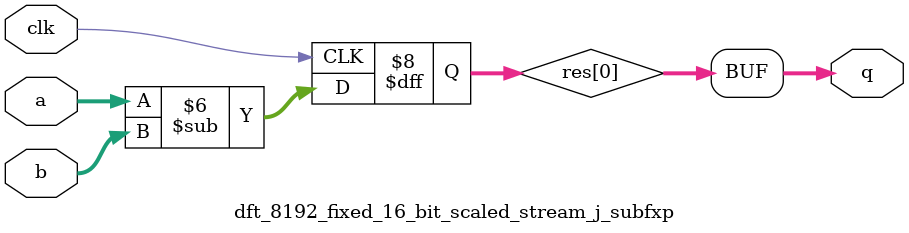
<source format=v>
/*
 * This source file contains a Verilog description of an IP core
 * automatically generated by the SPIRAL HDL Generator.
 *
 * This product includes a hardware design developed by Carnegie Mellon University.
 *
 * Copyright (c) 2005-2011 by Peter A. Milder for the SPIRAL Project,
 * Carnegie Mellon University
 *
 * For more information, see the SPIRAL project website at:
 *   http://www.spiral.net
 *
 * This design is provided for internal, non-commercial research use only
 * and is not for redistribution, with or without modifications.
 * 
 * You may not use the name "Carnegie Mellon University" or derivations
 * thereof to endorse or promote products derived from this software.
 *
 * THE SOFTWARE IS PROVIDED "AS-IS" WITHOUT ANY WARRANTY OF ANY KIND, EITHER
 * EXPRESS, IMPLIED OR STATUTORY, INCLUDING BUT NOT LIMITED TO ANY WARRANTY
 * THAT THE SOFTWARE WILL CONFORM TO SPECIFICATIONS OR BE ERROR-FREE AND ANY
 * IMPLIED WARRANTIES OF MERCHANTABILITY, FITNESS FOR A PARTICULAR PURPOSE,
 * TITLE, OR NON-INFRINGEMENT.  IN NO EVENT SHALL CARNEGIE MELLON UNIVERSITY
 * BE LIABLE FOR ANY DAMAGES, INCLUDING BUT NOT LIMITED TO DIRECT, INDIRECT,
 * SPECIAL OR CONSEQUENTIAL DAMAGES, ARISING OUT OF, RESULTING FROM, OR IN
 * ANY WAY CONNECTED WITH THIS SOFTWARE (WHETHER OR NOT BASED UPON WARRANTY,
 * CONTRACT, TORT OR OTHERWISE).
 *
 */

/* Portions of this design are protected by US Patent no. 8,321,823
 * (assignee: Carnegie Mellon University).
 */

//   Input/output stream: 4 complex words per cycle
//   Throughput: one transform every 2048 cycles
//   Latency: 5690 cycles

//   Resources required:
//     68 multipliers (16 x 16 bit)
//     138 adders (16 x 16 bit)
//     4 RAMs (2048 words, 32 bits per word)
//     4 RAMs (512 words, 32 bits per word)
//     12 RAMs (4096 words, 32 bits per word)
//     4 RAMs (128 words, 32 bits per word)
//     4 RAMs (8 words, 32 bits per word)
//     4 RAMs (32 words, 32 bits per word)
//     6 ROMs (16 words, 16 bits per word)
//     6 ROMs (1024 words, 16 bits per word)
//     4 ROMs (2048 words, 16 bits per word)
//     6 ROMs (256 words, 16 bits per word)
//     6 ROMs (64 words, 16 bits per word)

// Generated on Sat Oct 12 14:23:11 EDT 2019

// Latency: 5690 clock cycles
// Throughput: 1 transform every 2048 cycles


// We use an interleaved complex data format.  X0 represents the
// real portion of the first input, and X1 represents the imaginary
// portion.  The X variables are system inputs and the Y variables
// are system outputs.

// The design uses a system of flag signals to indicate the
// beginning of the input and output data streams.  The 'next'
// input (asserted high), is used to instruct the system that the
// input stream will begin on the following cycle.

// This system has a 'gap' of 2048 cycles.  This means that
// 2048 cycles must elapse between the beginning of the input
// vectors.

// The output signal 'next_out' (also asserted high) indicates
// that the output vector will begin streaming out of the system
 // on the following cycle.

// The system has a latency of 5690 cycles.  This means that
// the 'next_out' will be asserted 5690 cycles after the user
// asserts 'next'.

// The simple testbench below will demonstrate the timing for loading
// and unloading data vectors.
// The system reset signal is asserted high.

// Please note: when simulating floating point code, you must include
// Xilinx's DSP slice simulation module.


/*

DFT Size = 8192
direction = forward
data type = 16 bit fixed point, scaled
architecture = fully streaming
radix = 4
streaming width = 4
data ordering = natural input / natural output
BRAM budget = -1

*/




// Latency: 5690
// Gap: 2048
// module_name_is:dft_top
module dft_8192_fixed_16_bit_scaled_stream_j_dft_top(clk, reset, next, next_out,
   X0, Y0,
   X1, Y1,
   X2, Y2,
   X3, Y3,
   X4, Y4,
   X5, Y5,
   X6, Y6,
   X7, Y7);

   output next_out;
   input clk, reset, next;

   input [15:0] X0,
      X1,
      X2,
      X3,
      X4,
      X5,
      X6,
      X7;

   output [15:0] Y0,
      Y1,
      Y2,
      Y3,
      Y4,
      Y5,
      Y6,
      Y7;

   wire [15:0] t0_0;
   wire [15:0] t0_1;
   wire [15:0] t0_2;
   wire [15:0] t0_3;
   wire [15:0] t0_4;
   wire [15:0] t0_5;
   wire [15:0] t0_6;
   wire [15:0] t0_7;
   wire next_0;
   wire [15:0] t1_0;
   wire [15:0] t1_1;
   wire [15:0] t1_2;
   wire [15:0] t1_3;
   wire [15:0] t1_4;
   wire [15:0] t1_5;
   wire [15:0] t1_6;
   wire [15:0] t1_7;
   wire next_1;
   wire [15:0] t2_0;
   wire [15:0] t2_1;
   wire [15:0] t2_2;
   wire [15:0] t2_3;
   wire [15:0] t2_4;
   wire [15:0] t2_5;
   wire [15:0] t2_6;
   wire [15:0] t2_7;
   wire next_2;
   wire [15:0] t3_0;
   wire [15:0] t3_1;
   wire [15:0] t3_2;
   wire [15:0] t3_3;
   wire [15:0] t3_4;
   wire [15:0] t3_5;
   wire [15:0] t3_6;
   wire [15:0] t3_7;
   wire next_3;
   wire [15:0] t4_0;
   wire [15:0] t4_1;
   wire [15:0] t4_2;
   wire [15:0] t4_3;
   wire [15:0] t4_4;
   wire [15:0] t4_5;
   wire [15:0] t4_6;
   wire [15:0] t4_7;
   wire next_4;
   wire [15:0] t5_0;
   wire [15:0] t5_1;
   wire [15:0] t5_2;
   wire [15:0] t5_3;
   wire [15:0] t5_4;
   wire [15:0] t5_5;
   wire [15:0] t5_6;
   wire [15:0] t5_7;
   wire next_5;
   wire [15:0] t6_0;
   wire [15:0] t6_1;
   wire [15:0] t6_2;
   wire [15:0] t6_3;
   wire [15:0] t6_4;
   wire [15:0] t6_5;
   wire [15:0] t6_6;
   wire [15:0] t6_7;
   wire next_6;
   wire [15:0] t7_0;
   wire [15:0] t7_1;
   wire [15:0] t7_2;
   wire [15:0] t7_3;
   wire [15:0] t7_4;
   wire [15:0] t7_5;
   wire [15:0] t7_6;
   wire [15:0] t7_7;
   wire next_7;
   wire [15:0] t8_0;
   wire [15:0] t8_1;
   wire [15:0] t8_2;
   wire [15:0] t8_3;
   wire [15:0] t8_4;
   wire [15:0] t8_5;
   wire [15:0] t8_6;
   wire [15:0] t8_7;
   wire next_8;
   wire [15:0] t9_0;
   wire [15:0] t9_1;
   wire [15:0] t9_2;
   wire [15:0] t9_3;
   wire [15:0] t9_4;
   wire [15:0] t9_5;
   wire [15:0] t9_6;
   wire [15:0] t9_7;
   wire next_9;
   wire [15:0] t10_0;
   wire [15:0] t10_1;
   wire [15:0] t10_2;
   wire [15:0] t10_3;
   wire [15:0] t10_4;
   wire [15:0] t10_5;
   wire [15:0] t10_6;
   wire [15:0] t10_7;
   wire next_10;
   wire [15:0] t11_0;
   wire [15:0] t11_1;
   wire [15:0] t11_2;
   wire [15:0] t11_3;
   wire [15:0] t11_4;
   wire [15:0] t11_5;
   wire [15:0] t11_6;
   wire [15:0] t11_7;
   wire next_11;
   wire [15:0] t12_0;
   wire [15:0] t12_1;
   wire [15:0] t12_2;
   wire [15:0] t12_3;
   wire [15:0] t12_4;
   wire [15:0] t12_5;
   wire [15:0] t12_6;
   wire [15:0] t12_7;
   wire next_12;
   wire [15:0] t13_0;
   wire [15:0] t13_1;
   wire [15:0] t13_2;
   wire [15:0] t13_3;
   wire [15:0] t13_4;
   wire [15:0] t13_5;
   wire [15:0] t13_6;
   wire [15:0] t13_7;
   wire next_13;
   wire [15:0] t14_0;
   wire [15:0] t14_1;
   wire [15:0] t14_2;
   wire [15:0] t14_3;
   wire [15:0] t14_4;
   wire [15:0] t14_5;
   wire [15:0] t14_6;
   wire [15:0] t14_7;
   wire next_14;
   wire [15:0] t15_0;
   wire [15:0] t15_1;
   wire [15:0] t15_2;
   wire [15:0] t15_3;
   wire [15:0] t15_4;
   wire [15:0] t15_5;
   wire [15:0] t15_6;
   wire [15:0] t15_7;
   wire next_15;
   wire [15:0] t16_0;
   wire [15:0] t16_1;
   wire [15:0] t16_2;
   wire [15:0] t16_3;
   wire [15:0] t16_4;
   wire [15:0] t16_5;
   wire [15:0] t16_6;
   wire [15:0] t16_7;
   wire next_16;
   wire [15:0] t17_0;
   wire [15:0] t17_1;
   wire [15:0] t17_2;
   wire [15:0] t17_3;
   wire [15:0] t17_4;
   wire [15:0] t17_5;
   wire [15:0] t17_6;
   wire [15:0] t17_7;
   wire next_17;
   wire [15:0] t18_0;
   wire [15:0] t18_1;
   wire [15:0] t18_2;
   wire [15:0] t18_3;
   wire [15:0] t18_4;
   wire [15:0] t18_5;
   wire [15:0] t18_6;
   wire [15:0] t18_7;
   wire next_18;
   wire [15:0] t19_0;
   wire [15:0] t19_1;
   wire [15:0] t19_2;
   wire [15:0] t19_3;
   wire [15:0] t19_4;
   wire [15:0] t19_5;
   wire [15:0] t19_6;
   wire [15:0] t19_7;
   wire next_19;
   wire [15:0] t20_0;
   wire [15:0] t20_1;
   wire [15:0] t20_2;
   wire [15:0] t20_3;
   wire [15:0] t20_4;
   wire [15:0] t20_5;
   wire [15:0] t20_6;
   wire [15:0] t20_7;
   wire next_20;
   wire [15:0] t21_0;
   wire [15:0] t21_1;
   wire [15:0] t21_2;
   wire [15:0] t21_3;
   wire [15:0] t21_4;
   wire [15:0] t21_5;
   wire [15:0] t21_6;
   wire [15:0] t21_7;
   wire next_21;
   assign t0_0 = X0;
   assign Y0 = t21_0;
   assign t0_1 = X1;
   assign Y1 = t21_1;
   assign t0_2 = X2;
   assign Y2 = t21_2;
   assign t0_3 = X3;
   assign Y3 = t21_3;
   assign t0_4 = X4;
   assign Y4 = t21_4;
   assign t0_5 = X5;
   assign Y5 = t21_5;
   assign t0_6 = X6;
   assign Y6 = t21_6;
   assign t0_7 = X7;
   assign Y7 = t21_7;
   assign next_0 = next;
   assign next_out = next_21;

// latency=2006, gap=2048
dft_8192_fixed_16_bit_scaled_stream_j_rc90108 stage0(.clk(clk), .reset(reset), .next(next_0), .next_out(next_1),
    .X0(t0_0), .Y0(t1_0),
    .X1(t0_1), .Y1(t1_1),
    .X2(t0_2), .Y2(t1_2),
    .X3(t0_3), .Y3(t1_3),
    .X4(t0_4), .Y4(t1_4),
    .X5(t0_5), .Y5(t1_5),
    .X6(t0_6), .Y6(t1_6),
    .X7(t0_7), .Y7(t1_7));


// latency=3, gap=2048
dft_8192_fixed_16_bit_scaled_stream_j_codeBlock90110 stage1(.clk(clk), .reset(reset), .next_in(next_1), .next_out(next_2),
       .X0_in(t1_0), .Y0(t2_0),
       .X1_in(t1_1), .Y1(t2_1),
       .X2_in(t1_2), .Y2(t2_2),
       .X3_in(t1_3), .Y3(t2_3),
       .X4_in(t1_4), .Y4(t2_4),
       .X5_in(t1_5), .Y5(t2_5),
       .X6_in(t1_6), .Y6(t2_6),
       .X7_in(t1_7), .Y7(t2_7));


// latency=8, gap=2048
dft_8192_fixed_16_bit_scaled_stream_j_rc90323 stage2(.clk(clk), .reset(reset), .next(next_2), .next_out(next_3),
    .X0(t2_0), .Y0(t3_0),
    .X1(t2_1), .Y1(t3_1),
    .X2(t2_2), .Y2(t3_2),
    .X3(t2_3), .Y3(t3_3),
    .X4(t2_4), .Y4(t3_4),
    .X5(t2_5), .Y5(t3_5),
    .X6(t2_6), .Y6(t3_6),
    .X7(t2_7), .Y7(t3_7));


// latency=8, gap=2048
dft_8192_fixed_16_bit_scaled_stream_j_DirSum_90696 stage3(.next(next_3), .clk(clk), .reset(reset), .next_out(next_4),
       .X0(t3_0), .Y0(t4_0),
       .X1(t3_1), .Y1(t4_1),
       .X2(t3_2), .Y2(t4_2),
       .X3(t3_3), .Y3(t4_3),
       .X4(t3_4), .Y4(t4_4),
       .X5(t3_5), .Y5(t4_5),
       .X6(t3_6), .Y6(t4_6),
       .X7(t3_7), .Y7(t4_7));


// latency=3, gap=2048
dft_8192_fixed_16_bit_scaled_stream_j_codeBlock90699 stage4(.clk(clk), .reset(reset), .next_in(next_4), .next_out(next_5),
       .X0_in(t4_0), .Y0(t5_0),
       .X1_in(t4_1), .Y1(t5_1),
       .X2_in(t4_2), .Y2(t5_2),
       .X3_in(t4_3), .Y3(t5_3),
       .X4_in(t4_4), .Y4(t5_4),
       .X5_in(t4_5), .Y5(t5_5),
       .X6_in(t4_6), .Y6(t5_6),
       .X7_in(t4_7), .Y7(t5_7));


// latency=17, gap=2048
dft_8192_fixed_16_bit_scaled_stream_j_rc90912 stage5(.clk(clk), .reset(reset), .next(next_5), .next_out(next_6),
    .X0(t5_0), .Y0(t6_0),
    .X1(t5_1), .Y1(t6_1),
    .X2(t5_2), .Y2(t6_2),
    .X3(t5_3), .Y3(t6_3),
    .X4(t5_4), .Y4(t6_4),
    .X5(t5_5), .Y5(t6_5),
    .X6(t5_6), .Y6(t6_6),
    .X7(t5_7), .Y7(t6_7));


// latency=8, gap=2048
dft_8192_fixed_16_bit_scaled_stream_j_DirSum_91381 stage6(.next(next_6), .clk(clk), .reset(reset), .next_out(next_7),
       .X0(t6_0), .Y0(t7_0),
       .X1(t6_1), .Y1(t7_1),
       .X2(t6_2), .Y2(t7_2),
       .X3(t6_3), .Y3(t7_3),
       .X4(t6_4), .Y4(t7_4),
       .X5(t6_5), .Y5(t7_5),
       .X6(t6_6), .Y6(t7_6),
       .X7(t6_7), .Y7(t7_7));


// latency=3, gap=2048
dft_8192_fixed_16_bit_scaled_stream_j_codeBlock91384 stage7(.clk(clk), .reset(reset), .next_in(next_7), .next_out(next_8),
       .X0_in(t7_0), .Y0(t8_0),
       .X1_in(t7_1), .Y1(t8_1),
       .X2_in(t7_2), .Y2(t8_2),
       .X3_in(t7_3), .Y3(t8_3),
       .X4_in(t7_4), .Y4(t8_4),
       .X5_in(t7_5), .Y5(t8_5),
       .X6_in(t7_6), .Y6(t8_6),
       .X7_in(t7_7), .Y7(t8_7));


// latency=53, gap=2048
dft_8192_fixed_16_bit_scaled_stream_j_rc91597 stage8(.clk(clk), .reset(reset), .next(next_8), .next_out(next_9),
    .X0(t8_0), .Y0(t9_0),
    .X1(t8_1), .Y1(t9_1),
    .X2(t8_2), .Y2(t9_2),
    .X3(t8_3), .Y3(t9_3),
    .X4(t8_4), .Y4(t9_4),
    .X5(t8_5), .Y5(t9_5),
    .X6(t8_6), .Y6(t9_6),
    .X7(t8_7), .Y7(t9_7));


// latency=8, gap=2048
dft_8192_fixed_16_bit_scaled_stream_j_DirSum_92450 stage9(.next(next_9), .clk(clk), .reset(reset), .next_out(next_10),
       .X0(t9_0), .Y0(t10_0),
       .X1(t9_1), .Y1(t10_1),
       .X2(t9_2), .Y2(t10_2),
       .X3(t9_3), .Y3(t10_3),
       .X4(t9_4), .Y4(t10_4),
       .X5(t9_5), .Y5(t10_5),
       .X6(t9_6), .Y6(t10_6),
       .X7(t9_7), .Y7(t10_7));


// latency=3, gap=2048
dft_8192_fixed_16_bit_scaled_stream_j_codeBlock92453 stage10(.clk(clk), .reset(reset), .next_in(next_10), .next_out(next_11),
       .X0_in(t10_0), .Y0(t11_0),
       .X1_in(t10_1), .Y1(t11_1),
       .X2_in(t10_2), .Y2(t11_2),
       .X3_in(t10_3), .Y3(t11_3),
       .X4_in(t10_4), .Y4(t11_4),
       .X5_in(t10_5), .Y5(t11_5),
       .X6_in(t10_6), .Y6(t11_6),
       .X7_in(t10_7), .Y7(t11_7));


// latency=197, gap=2048
dft_8192_fixed_16_bit_scaled_stream_j_rc92666 stage11(.clk(clk), .reset(reset), .next(next_11), .next_out(next_12),
    .X0(t11_0), .Y0(t12_0),
    .X1(t11_1), .Y1(t12_1),
    .X2(t11_2), .Y2(t12_2),
    .X3(t11_3), .Y3(t12_3),
    .X4(t11_4), .Y4(t12_4),
    .X5(t11_5), .Y5(t12_5),
    .X6(t11_6), .Y6(t12_6),
    .X7(t11_7), .Y7(t12_7));


// latency=8, gap=2048
dft_8192_fixed_16_bit_scaled_stream_j_DirSum_95055 stage12(.next(next_12), .clk(clk), .reset(reset), .next_out(next_13),
       .X0(t12_0), .Y0(t13_0),
       .X1(t12_1), .Y1(t13_1),
       .X2(t12_2), .Y2(t13_2),
       .X3(t12_3), .Y3(t13_3),
       .X4(t12_4), .Y4(t13_4),
       .X5(t12_5), .Y5(t13_5),
       .X6(t12_6), .Y6(t13_6),
       .X7(t12_7), .Y7(t13_7));


// latency=3, gap=2048
dft_8192_fixed_16_bit_scaled_stream_j_codeBlock95058 stage13(.clk(clk), .reset(reset), .next_in(next_13), .next_out(next_14),
       .X0_in(t13_0), .Y0(t14_0),
       .X1_in(t13_1), .Y1(t14_1),
       .X2_in(t13_2), .Y2(t14_2),
       .X3_in(t13_3), .Y3(t14_3),
       .X4_in(t13_4), .Y4(t14_4),
       .X5_in(t13_5), .Y5(t14_5),
       .X6_in(t13_6), .Y6(t14_6),
       .X7_in(t13_7), .Y7(t14_7));


// latency=773, gap=2048
dft_8192_fixed_16_bit_scaled_stream_j_rc95271 stage14(.clk(clk), .reset(reset), .next(next_14), .next_out(next_15),
    .X0(t14_0), .Y0(t15_0),
    .X1(t14_1), .Y1(t15_1),
    .X2(t14_2), .Y2(t15_2),
    .X3(t14_3), .Y3(t15_3),
    .X4(t14_4), .Y4(t15_4),
    .X5(t14_5), .Y5(t15_5),
    .X6(t14_6), .Y6(t15_6),
    .X7(t14_7), .Y7(t15_7));


// latency=8, gap=2048
dft_8192_fixed_16_bit_scaled_stream_j_DirSum_103804 stage15(.next(next_15), .clk(clk), .reset(reset), .next_out(next_16),
       .X0(t15_0), .Y0(t16_0),
       .X1(t15_1), .Y1(t16_1),
       .X2(t15_2), .Y2(t16_2),
       .X3(t15_3), .Y3(t16_3),
       .X4(t15_4), .Y4(t16_4),
       .X5(t15_5), .Y5(t16_5),
       .X6(t15_6), .Y6(t16_6),
       .X7(t15_7), .Y7(t16_7));


// latency=3, gap=2048
dft_8192_fixed_16_bit_scaled_stream_j_codeBlock103807 stage16(.clk(clk), .reset(reset), .next_in(next_16), .next_out(next_17),
       .X0_in(t16_0), .Y0(t17_0),
       .X1_in(t16_1), .Y1(t17_1),
       .X2_in(t16_2), .Y2(t17_2),
       .X3_in(t16_3), .Y3(t17_3),
       .X4_in(t16_4), .Y4(t17_4),
       .X5_in(t16_5), .Y5(t17_5),
       .X6_in(t16_6), .Y6(t17_6),
       .X7_in(t16_7), .Y7(t17_7));


// latency=1541, gap=2048
dft_8192_fixed_16_bit_scaled_stream_j_rc104020 stage17(.clk(clk), .reset(reset), .next(next_17), .next_out(next_18),
    .X0(t17_0), .Y0(t18_0),
    .X1(t17_1), .Y1(t18_1),
    .X2(t17_2), .Y2(t18_2),
    .X3(t17_3), .Y3(t18_3),
    .X4(t17_4), .Y4(t18_4),
    .X5(t17_5), .Y5(t18_5),
    .X6(t17_6), .Y6(t18_6),
    .X7(t17_7), .Y7(t18_7));


// latency=8, gap=2048
dft_8192_fixed_16_bit_scaled_stream_j_DirSum_120744 stage18(.next(next_18), .clk(clk), .reset(reset), .next_out(next_19),
       .X0(t18_0), .Y0(t19_0),
       .X1(t18_1), .Y1(t19_1),
       .X2(t18_2), .Y2(t19_2),
       .X3(t18_3), .Y3(t19_3),
       .X4(t18_4), .Y4(t19_4),
       .X5(t18_5), .Y5(t19_5),
       .X6(t18_6), .Y6(t19_6),
       .X7(t18_7), .Y7(t19_7));


// latency=2, gap=2048
dft_8192_fixed_16_bit_scaled_stream_j_codeBlock120746 stage19(.clk(clk), .reset(reset), .next_in(next_19), .next_out(next_20),
       .X0_in(t19_0), .Y0(t20_0),
       .X1_in(t19_1), .Y1(t20_1),
       .X2_in(t19_2), .Y2(t20_2),
       .X3_in(t19_3), .Y3(t20_3),
       .X4_in(t19_4), .Y4(t20_4),
       .X5_in(t19_5), .Y5(t20_5),
       .X6_in(t19_6), .Y6(t20_6),
       .X7_in(t19_7), .Y7(t20_7));


// latency=1027, gap=2048
dft_8192_fixed_16_bit_scaled_stream_j_rc120903 stage20(.clk(clk), .reset(reset), .next(next_20), .next_out(next_21),
    .X0(t20_0), .Y0(t21_0),
    .X1(t20_1), .Y1(t21_1),
    .X2(t20_2), .Y2(t21_2),
    .X3(t20_3), .Y3(t21_3),
    .X4(t20_4), .Y4(t21_4),
    .X5(t20_5), .Y5(t21_5),
    .X6(t20_6), .Y6(t21_6),
    .X7(t20_7), .Y7(t21_7));


endmodule

// Latency: 2006
// Gap: 2048
module dft_8192_fixed_16_bit_scaled_stream_j_rc90108(clk, reset, next, next_out,
   X0, Y0,
   X1, Y1,
   X2, Y2,
   X3, Y3,
   X4, Y4,
   X5, Y5,
   X6, Y6,
   X7, Y7);

   output next_out;
   input clk, reset, next;

   input [15:0] X0,
      X1,
      X2,
      X3,
      X4,
      X5,
      X6,
      X7;

   output [15:0] Y0,
      Y1,
      Y2,
      Y3,
      Y4,
      Y5,
      Y6,
      Y7;

   wire [31:0] t0;
   wire [31:0] s0;
   assign t0 = {X0, X1};
   wire [31:0] t1;
   wire [31:0] s1;
   assign t1 = {X2, X3};
   wire [31:0] t2;
   wire [31:0] s2;
   assign t2 = {X4, X5};
   wire [31:0] t3;
   wire [31:0] s3;
   assign t3 = {X6, X7};
   assign Y0 = s0[31:16];
   assign Y1 = s0[15:0];
   assign Y2 = s1[31:16];
   assign Y3 = s1[15:0];
   assign Y4 = s2[31:16];
   assign Y5 = s2[15:0];
   assign Y6 = s3[31:16];
   assign Y7 = s3[15:0];

dft_8192_fixed_16_bit_scaled_stream_j_perm90106 instPerm123244(.x0(t0), .y0(s0),
    .x1(t1), .y1(s1),
    .x2(t2), .y2(s2),
    .x3(t3), .y3(s3),
   .clk(clk), .next(next), .next_out(next_out), .reset(reset)
);



endmodule

// Latency: 2006
// Gap: 2048
module dft_8192_fixed_16_bit_scaled_stream_j_perm90106(clk, next, reset, next_out,
   x0, y0,
   x1, y1,
   x2, y2,
   x3, y3);
   parameter numBanks = 4;
   parameter logBanks = 2;
   parameter depth = 2048;
   parameter logDepth = 11;
   parameter width = 32;

   input [width-1:0]  x0;
   output [width-1:0]  y0;
   wire [width-1:0]  ybuff0;
   input [width-1:0]  x1;
   output [width-1:0]  y1;
   wire [width-1:0]  ybuff1;
   input [width-1:0]  x2;
   output [width-1:0]  y2;
   wire [width-1:0]  ybuff2;
   input [width-1:0]  x3;
   output [width-1:0]  y3;
   wire [width-1:0]  ybuff3;
   input 	      clk, next, reset;
   output 	     next_out;

   wire    	     next0;

   reg              inFlip0, outFlip0;
   reg              inActive, outActive;

   wire [logBanks-1:0] inBank0, outBank0;
   wire [logDepth-1:0] inAddr0, outAddr0;
   wire [logBanks-1:0] outBank_a0;
   wire [logDepth-1:0] outAddr_a0;
   wire [logDepth+logBanks-1:0] addr0, addr0b, addr0c;
   wire [logBanks-1:0] inBank1, outBank1;
   wire [logDepth-1:0] inAddr1, outAddr1;
   wire [logBanks-1:0] outBank_a1;
   wire [logDepth-1:0] outAddr_a1;
   wire [logDepth+logBanks-1:0] addr1, addr1b, addr1c;
   wire [logBanks-1:0] inBank2, outBank2;
   wire [logDepth-1:0] inAddr2, outAddr2;
   wire [logBanks-1:0] outBank_a2;
   wire [logDepth-1:0] outAddr_a2;
   wire [logDepth+logBanks-1:0] addr2, addr2b, addr2c;
   wire [logBanks-1:0] inBank3, outBank3;
   wire [logDepth-1:0] inAddr3, outAddr3;
   wire [logBanks-1:0] outBank_a3;
   wire [logDepth-1:0] outAddr_a3;
   wire [logDepth+logBanks-1:0] addr3, addr3b, addr3c;


   reg [logDepth-1:0]  inCount, outCount, outCount_d, outCount_dd, outCount_for_rd_addr, outCount_for_rd_data;  

   assign    addr0 = {inCount, 2'd0};
   assign    addr0b = {outCount, 2'd0};
   assign    addr0c = {outCount_for_rd_addr, 2'd0};
   assign    addr1 = {inCount, 2'd1};
   assign    addr1b = {outCount, 2'd1};
   assign    addr1c = {outCount_for_rd_addr, 2'd1};
   assign    addr2 = {inCount, 2'd2};
   assign    addr2b = {outCount, 2'd2};
   assign    addr2c = {outCount_for_rd_addr, 2'd2};
   assign    addr3 = {inCount, 2'd3};
   assign    addr3b = {outCount, 2'd3};
   assign    addr3c = {outCount_for_rd_addr, 2'd3};
    wire [width+logDepth-1:0] w_0_0, w_0_1, w_0_2, w_0_3, w_1_0, w_1_1, w_1_2, w_1_3, w_2_0, w_2_1, w_2_2, w_2_3;

    reg [width-1:0] z_0_0;
    reg [width-1:0] z_0_1;
    reg [width-1:0] z_0_2;
    reg [width-1:0] z_0_3;
    wire [width-1:0] z_1_0, z_1_1, z_1_2, z_1_3, z_2_0, z_2_1, z_2_2, z_2_3;

    wire [logDepth-1:0] u_0_0, u_0_1, u_0_2, u_0_3, u_1_0, u_1_1, u_1_2, u_1_3, u_2_0, u_2_1, u_2_2, u_2_3;

    reg inFlip1, outFlip1;
    always @(posedge clk) begin
        inFlip1 <= inFlip0;
        outFlip1 <= outFlip0;
    end

   assign inBank0[0] = addr0[11] ^ addr0[1];
   assign inBank0[1] = addr0[12] ^ addr0[0];
   assign inAddr0[0] = addr0[9];
   assign inAddr0[1] = addr0[10];
   assign inAddr0[2] = addr0[7];
   assign inAddr0[3] = addr0[8];
   assign inAddr0[4] = addr0[5];
   assign inAddr0[5] = addr0[6];
   assign inAddr0[6] = addr0[3];
   assign inAddr0[7] = addr0[4];
   assign inAddr0[8] = addr0[1];
   assign inAddr0[9] = addr0[2];
   assign inAddr0[10] = addr0[0];
   assign outBank0[0] = addr0b[10] ^ addr0b[0];
   assign outBank0[1] = addr0b[12] ^ addr0b[1];
   assign outAddr0[0] = addr0b[2];
   assign outAddr0[1] = addr0b[3];
   assign outAddr0[2] = addr0b[4];
   assign outAddr0[3] = addr0b[5];
   assign outAddr0[4] = addr0b[6];
   assign outAddr0[5] = addr0b[7];
   assign outAddr0[6] = addr0b[8];
   assign outAddr0[7] = addr0b[9];
   assign outAddr0[8] = addr0b[10];
   assign outAddr0[9] = addr0b[11];
   assign outAddr0[10] = addr0b[12];
   assign outBank_a0[0] = addr0c[10] ^ addr0c[0];
   assign outBank_a0[1] = addr0c[12] ^ addr0c[1];
   assign outAddr_a0[0] = addr0c[2];
   assign outAddr_a0[1] = addr0c[3];
   assign outAddr_a0[2] = addr0c[4];
   assign outAddr_a0[3] = addr0c[5];
   assign outAddr_a0[4] = addr0c[6];
   assign outAddr_a0[5] = addr0c[7];
   assign outAddr_a0[6] = addr0c[8];
   assign outAddr_a0[7] = addr0c[9];
   assign outAddr_a0[8] = addr0c[10];
   assign outAddr_a0[9] = addr0c[11];
   assign outAddr_a0[10] = addr0c[12];

   assign inBank1[0] = addr1[11] ^ addr1[1];
   assign inBank1[1] = addr1[12] ^ addr1[0];
   assign inAddr1[0] = addr1[9];
   assign inAddr1[1] = addr1[10];
   assign inAddr1[2] = addr1[7];
   assign inAddr1[3] = addr1[8];
   assign inAddr1[4] = addr1[5];
   assign inAddr1[5] = addr1[6];
   assign inAddr1[6] = addr1[3];
   assign inAddr1[7] = addr1[4];
   assign inAddr1[8] = addr1[1];
   assign inAddr1[9] = addr1[2];
   assign inAddr1[10] = addr1[0];
   assign outBank1[0] = addr1b[10] ^ addr1b[0];
   assign outBank1[1] = addr1b[12] ^ addr1b[1];
   assign outAddr1[0] = addr1b[2];
   assign outAddr1[1] = addr1b[3];
   assign outAddr1[2] = addr1b[4];
   assign outAddr1[3] = addr1b[5];
   assign outAddr1[4] = addr1b[6];
   assign outAddr1[5] = addr1b[7];
   assign outAddr1[6] = addr1b[8];
   assign outAddr1[7] = addr1b[9];
   assign outAddr1[8] = addr1b[10];
   assign outAddr1[9] = addr1b[11];
   assign outAddr1[10] = addr1b[12];
   assign outBank_a1[0] = addr1c[10] ^ addr1c[0];
   assign outBank_a1[1] = addr1c[12] ^ addr1c[1];
   assign outAddr_a1[0] = addr1c[2];
   assign outAddr_a1[1] = addr1c[3];
   assign outAddr_a1[2] = addr1c[4];
   assign outAddr_a1[3] = addr1c[5];
   assign outAddr_a1[4] = addr1c[6];
   assign outAddr_a1[5] = addr1c[7];
   assign outAddr_a1[6] = addr1c[8];
   assign outAddr_a1[7] = addr1c[9];
   assign outAddr_a1[8] = addr1c[10];
   assign outAddr_a1[9] = addr1c[11];
   assign outAddr_a1[10] = addr1c[12];

   assign inBank2[0] = addr2[11] ^ addr2[1];
   assign inBank2[1] = addr2[12] ^ addr2[0];
   assign inAddr2[0] = addr2[9];
   assign inAddr2[1] = addr2[10];
   assign inAddr2[2] = addr2[7];
   assign inAddr2[3] = addr2[8];
   assign inAddr2[4] = addr2[5];
   assign inAddr2[5] = addr2[6];
   assign inAddr2[6] = addr2[3];
   assign inAddr2[7] = addr2[4];
   assign inAddr2[8] = addr2[1];
   assign inAddr2[9] = addr2[2];
   assign inAddr2[10] = addr2[0];
   assign outBank2[0] = addr2b[10] ^ addr2b[0];
   assign outBank2[1] = addr2b[12] ^ addr2b[1];
   assign outAddr2[0] = addr2b[2];
   assign outAddr2[1] = addr2b[3];
   assign outAddr2[2] = addr2b[4];
   assign outAddr2[3] = addr2b[5];
   assign outAddr2[4] = addr2b[6];
   assign outAddr2[5] = addr2b[7];
   assign outAddr2[6] = addr2b[8];
   assign outAddr2[7] = addr2b[9];
   assign outAddr2[8] = addr2b[10];
   assign outAddr2[9] = addr2b[11];
   assign outAddr2[10] = addr2b[12];
   assign outBank_a2[0] = addr2c[10] ^ addr2c[0];
   assign outBank_a2[1] = addr2c[12] ^ addr2c[1];
   assign outAddr_a2[0] = addr2c[2];
   assign outAddr_a2[1] = addr2c[3];
   assign outAddr_a2[2] = addr2c[4];
   assign outAddr_a2[3] = addr2c[5];
   assign outAddr_a2[4] = addr2c[6];
   assign outAddr_a2[5] = addr2c[7];
   assign outAddr_a2[6] = addr2c[8];
   assign outAddr_a2[7] = addr2c[9];
   assign outAddr_a2[8] = addr2c[10];
   assign outAddr_a2[9] = addr2c[11];
   assign outAddr_a2[10] = addr2c[12];

   assign inBank3[0] = addr3[11] ^ addr3[1];
   assign inBank3[1] = addr3[12] ^ addr3[0];
   assign inAddr3[0] = addr3[9];
   assign inAddr3[1] = addr3[10];
   assign inAddr3[2] = addr3[7];
   assign inAddr3[3] = addr3[8];
   assign inAddr3[4] = addr3[5];
   assign inAddr3[5] = addr3[6];
   assign inAddr3[6] = addr3[3];
   assign inAddr3[7] = addr3[4];
   assign inAddr3[8] = addr3[1];
   assign inAddr3[9] = addr3[2];
   assign inAddr3[10] = addr3[0];
   assign outBank3[0] = addr3b[10] ^ addr3b[0];
   assign outBank3[1] = addr3b[12] ^ addr3b[1];
   assign outAddr3[0] = addr3b[2];
   assign outAddr3[1] = addr3b[3];
   assign outAddr3[2] = addr3b[4];
   assign outAddr3[3] = addr3b[5];
   assign outAddr3[4] = addr3b[6];
   assign outAddr3[5] = addr3b[7];
   assign outAddr3[6] = addr3b[8];
   assign outAddr3[7] = addr3b[9];
   assign outAddr3[8] = addr3b[10];
   assign outAddr3[9] = addr3b[11];
   assign outAddr3[10] = addr3b[12];
   assign outBank_a3[0] = addr3c[10] ^ addr3c[0];
   assign outBank_a3[1] = addr3c[12] ^ addr3c[1];
   assign outAddr_a3[0] = addr3c[2];
   assign outAddr_a3[1] = addr3c[3];
   assign outAddr_a3[2] = addr3c[4];
   assign outAddr_a3[3] = addr3c[5];
   assign outAddr_a3[4] = addr3c[6];
   assign outAddr_a3[5] = addr3c[7];
   assign outAddr_a3[6] = addr3c[8];
   assign outAddr_a3[7] = addr3c[9];
   assign outAddr_a3[8] = addr3c[10];
   assign outAddr_a3[9] = addr3c[11];
   assign outAddr_a3[10] = addr3c[12];

dft_8192_fixed_16_bit_scaled_stream_j_nextReg #(2002, 11) nextReg_123249(.X(next), .Y(next0), .reset(reset), .clk(clk));


dft_8192_fixed_16_bit_scaled_stream_j_shiftRegFIFO #(4, 1) shiftFIFO_123252(.X(next0), .Y(next_out), .clk(clk));


dft_8192_fixed_16_bit_scaled_stream_j_memArray8192_90106 #(numBanks, logBanks, depth, logDepth, width)
     memSys(.inFlip(inFlip1), .outFlip(outFlip1), .next(next), .reset(reset),
        .x0(w_2_0[width+logDepth-1:logDepth]), .y0(ybuff0),
        .inAddr0(w_2_0[logDepth-1:0]),
        .outAddr0(u_2_0), 
        .x1(w_2_1[width+logDepth-1:logDepth]), .y1(ybuff1),
        .inAddr1(w_2_1[logDepth-1:0]),
        .outAddr1(u_2_1), 
        .x2(w_2_2[width+logDepth-1:logDepth]), .y2(ybuff2),
        .inAddr2(w_2_2[logDepth-1:0]),
        .outAddr2(u_2_2), 
        .x3(w_2_3[width+logDepth-1:logDepth]), .y3(ybuff3),
        .inAddr3(w_2_3[logDepth-1:0]),
        .outAddr3(u_2_3), 
        .clk(clk));

   always @(posedge clk) begin
      if (reset == 1) begin
      z_0_0 <= 0;
      z_0_1 <= 0;
      z_0_2 <= 0;
      z_0_3 <= 0;
         inFlip0 <= 0; outFlip0 <= 1; outCount <= 0; inCount <= 0;
        outCount_for_rd_addr <= 0;
        outCount_for_rd_data <= 0;
      end
      else begin
          outCount_d <= outCount;
          outCount_dd <= outCount_d;
         if (inCount == 2001)
            outCount_for_rd_addr <= 0;
         else
            outCount_for_rd_addr <= outCount_for_rd_addr+1;
         if (inCount == 2004)
            outCount_for_rd_data <= 0;
         else
            outCount_for_rd_data <= outCount_for_rd_data+1;
      z_0_0 <= ybuff0;
      z_0_1 <= ybuff1;
      z_0_2 <= ybuff2;
      z_0_3 <= ybuff3;
         if (inCount == 2001) begin
            outFlip0 <= ~outFlip0;
            outCount <= 0;
         end
         else
            outCount <= outCount+1;
         if (inCount == 2047) begin
            inFlip0 <= ~inFlip0;
         end
         if (next == 1) begin
            if (inCount >= 2001)
               inFlip0 <= ~inFlip0;
            inCount <= 0;
         end
         else
            inCount <= inCount + 1;
      end
   end
    assign w_0_0 = {x0, inAddr0};
    assign w_0_2 = {x1, inAddr1};
    assign w_0_1 = {x2, inAddr2};
    assign w_0_3 = {x3, inAddr3};
    assign y0 = z_2_0;
    assign y1 = z_2_1;
    assign y2 = z_2_2;
    assign y3 = z_2_3;
    assign u_0_0 = outAddr_a0;
    assign u_0_1 = outAddr_a1;
    assign u_0_2 = outAddr_a2;
    assign u_0_3 = outAddr_a3;
    wire wr_ctrl_st_0;
    assign wr_ctrl_st_0 = inCount[10];

dft_8192_fixed_16_bit_scaled_stream_j_switch #(logDepth+width) in_sw_0_0(.x0(w_0_0), .x1(w_0_2), .y0(w_1_0), .y1(w_1_2), .ctrl(wr_ctrl_st_0));
dft_8192_fixed_16_bit_scaled_stream_j_switch #(logDepth+width) in_sw_0_1(.x0(w_0_1), .x1(w_0_3), .y0(w_1_1), .y1(w_1_3), .ctrl(wr_ctrl_st_0));
    reg [width+logDepth-1:0] w_1_0_pipe;
    reg [width+logDepth-1:0] w_1_1_pipe;
    reg [width+logDepth-1:0] w_1_2_pipe;
    reg [width+logDepth-1:0] w_1_3_pipe;

    always @(posedge clk) begin
        w_1_0_pipe <= w_1_0;
        w_1_1_pipe <= w_1_1;
        w_1_2_pipe <= w_1_2;
        w_1_3_pipe <= w_1_3;
    end

    wire wr_ctrl_st_1;
    reg wr_ctrl_st_1_1;
    always @(posedge clk) begin
        wr_ctrl_st_1_1 <= inCount[9];
    end
    assign wr_ctrl_st_1 = wr_ctrl_st_1_1;

dft_8192_fixed_16_bit_scaled_stream_j_switch #(logDepth+width) in_sw_1_0(.x0(w_1_0_pipe), .x1(w_1_1_pipe), .y0(w_2_0), .y1(w_2_1), .ctrl(wr_ctrl_st_1));
dft_8192_fixed_16_bit_scaled_stream_j_switch #(logDepth+width) in_sw_1_1(.x0(w_1_2_pipe), .x1(w_1_3_pipe), .y0(w_2_2), .y1(w_2_3), .ctrl(wr_ctrl_st_1));
    wire rdd_ctrl_st_0;
    assign rdd_ctrl_st_0 = outCount_for_rd_data[10];

dft_8192_fixed_16_bit_scaled_stream_j_switch #(width) out_sw_0_0(.x0(z_0_0), .x1(z_0_2), .y0(z_1_0), .y1(z_1_2), .ctrl(rdd_ctrl_st_0));
dft_8192_fixed_16_bit_scaled_stream_j_switch #(width) out_sw_0_1(.x0(z_0_1), .x1(z_0_3), .y0(z_1_1), .y1(z_1_3), .ctrl(rdd_ctrl_st_0));
    reg [width-1:0] z_1_0_pipe;
    reg [width-1:0] z_1_1_pipe;
    reg [width-1:0] z_1_2_pipe;
    reg [width-1:0] z_1_3_pipe;

    always @(posedge clk) begin
        z_1_0_pipe <= z_1_0;
        z_1_1_pipe <= z_1_1;
        z_1_2_pipe <= z_1_2;
        z_1_3_pipe <= z_1_3;
    end

    wire rdd_ctrl_st_1;
    reg rdd_ctrl_st_1_1;
    always @(posedge clk) begin
        rdd_ctrl_st_1_1 <= outCount_for_rd_data[8];

    end
    assign rdd_ctrl_st_1 = rdd_ctrl_st_1_1;

dft_8192_fixed_16_bit_scaled_stream_j_switch #(width) out_sw_1_0(.x0(z_1_0_pipe), .x1(z_1_1_pipe), .y0(z_2_0), .y1(z_2_1), .ctrl(rdd_ctrl_st_1));
dft_8192_fixed_16_bit_scaled_stream_j_switch #(width) out_sw_1_1(.x0(z_1_2_pipe), .x1(z_1_3_pipe), .y0(z_2_2), .y1(z_2_3), .ctrl(rdd_ctrl_st_1));
    wire rda_ctrl_st_0;
    assign rda_ctrl_st_0 = outCount_for_rd_addr[10];

dft_8192_fixed_16_bit_scaled_stream_j_switch #(logDepth) rdaddr_sw_0_0(.x0(u_0_0), .x1(u_0_2), .y0(u_1_0), .y1(u_1_2), .ctrl(rda_ctrl_st_0));
dft_8192_fixed_16_bit_scaled_stream_j_switch #(logDepth) rdaddr_sw_0_1(.x0(u_0_1), .x1(u_0_3), .y0(u_1_1), .y1(u_1_3), .ctrl(rda_ctrl_st_0));
    reg [logDepth-1:0] u_1_0_pipe;
    reg [logDepth-1:0] u_1_1_pipe;
    reg [logDepth-1:0] u_1_2_pipe;
    reg [logDepth-1:0] u_1_3_pipe;

    always @(posedge clk) begin
        u_1_0_pipe <= u_1_0;
        u_1_1_pipe <= u_1_1;
        u_1_2_pipe <= u_1_2;
        u_1_3_pipe <= u_1_3;
    end

    wire rda_ctrl_st_1;
    reg rda_ctrl_st_1_1;
    always @(posedge clk) begin
        rda_ctrl_st_1_1 <= outCount_for_rd_addr[8];

    end
    assign rda_ctrl_st_1 = rda_ctrl_st_1_1;

dft_8192_fixed_16_bit_scaled_stream_j_switch #(logDepth) rdaddr_sw_1_0(.x0(u_1_0_pipe), .x1(u_1_1_pipe), .y0(u_2_0), .y1(u_2_1), .ctrl(rda_ctrl_st_1));
dft_8192_fixed_16_bit_scaled_stream_j_switch #(logDepth) rdaddr_sw_1_1(.x0(u_1_2_pipe), .x1(u_1_3_pipe), .y0(u_2_2), .y1(u_2_3), .ctrl(rda_ctrl_st_1));
endmodule

module dft_8192_fixed_16_bit_scaled_stream_j_memArray8192_90106(next, reset,
                x0, y0,
                inAddr0,
                outAddr0,
                x1, y1,
                inAddr1,
                outAddr1,
                x2, y2,
                inAddr2,
                outAddr2,
                x3, y3,
                inAddr3,
                outAddr3,
                clk, inFlip, outFlip);

   parameter numBanks = 4;
   parameter logBanks = 2;
   parameter depth = 2048;
   parameter logDepth = 11;
   parameter width = 32;

   input     clk, next, reset;
   input    inFlip, outFlip;
   wire    next0;

   input [width-1:0]   x0;
   output [width-1:0]  y0;
   input [logDepth-1:0] inAddr0, outAddr0;
   input [width-1:0]   x1;
   output [width-1:0]  y1;
   input [logDepth-1:0] inAddr1, outAddr1;
   input [width-1:0]   x2;
   output [width-1:0]  y2;
   input [logDepth-1:0] inAddr2, outAddr2;
   input [width-1:0]   x3;
   output [width-1:0]  y3;
   input [logDepth-1:0] inAddr3, outAddr3;
dft_8192_fixed_16_bit_scaled_stream_j_nextReg #(2048, 11) nextReg_123257(.X(next), .Y(next0), .reset(reset), .clk(clk));


dft_8192_fixed_16_bit_scaled_stream_j_memMod #(depth*2, width, logDepth+1)
     memMod0(.in(x0), .out(y0), .inAddr({inFlip, inAddr0}),
	   .outAddr({outFlip, outAddr0}), .writeSel(1'b1), .clk(clk));   
dft_8192_fixed_16_bit_scaled_stream_j_memMod #(depth*2, width, logDepth+1)
     memMod1(.in(x1), .out(y1), .inAddr({inFlip, inAddr1}),
	   .outAddr({outFlip, outAddr1}), .writeSel(1'b1), .clk(clk));   
dft_8192_fixed_16_bit_scaled_stream_j_memMod #(depth*2, width, logDepth+1)
     memMod2(.in(x2), .out(y2), .inAddr({inFlip, inAddr2}),
	   .outAddr({outFlip, outAddr2}), .writeSel(1'b1), .clk(clk));   
dft_8192_fixed_16_bit_scaled_stream_j_memMod #(depth*2, width, logDepth+1)
     memMod3(.in(x3), .out(y3), .inAddr({inFlip, inAddr3}),
	   .outAddr({outFlip, outAddr3}), .writeSel(1'b1), .clk(clk));   
endmodule

module dft_8192_fixed_16_bit_scaled_stream_j_nextReg(X, Y, reset, clk);
   parameter depth=2, logDepth=1;

   output Y;
   input X;
   input              clk, reset;
   reg [logDepth:0] count;
   reg                active;

   assign Y = (count == depth) ? 1 : 0;

   always @ (posedge clk) begin
      if (reset == 1) begin
         count <= 0;
         active <= 0;
      end
      else if (X == 1) begin
         active <= 1;
         count <= 1;
      end
      else if (count == depth) begin
         count <= 0;
         active <= 0;
      end
      else if (active)
         count <= count+1;
   end
endmodule


module dft_8192_fixed_16_bit_scaled_stream_j_memMod(in, out, inAddr, outAddr, writeSel, clk);

   parameter depth=1024, width=16, logDepth=10;

   input [width-1:0]    in;
   input [logDepth-1:0] inAddr, outAddr;
   input 	        writeSel, clk;
   output [width-1:0] 	out;
   reg [width-1:0] 	out;

   // synthesis attribute ram_style of mem is block

   reg [width-1:0] 	mem[depth-1:0]; 

   always @(posedge clk) begin
      out <= mem[outAddr];

      if (writeSel)
        mem[inAddr] <= in;
   end
endmodule 



module dft_8192_fixed_16_bit_scaled_stream_j_memMod_dist(in, out, inAddr, outAddr, writeSel, clk);

   parameter depth=1024, width=16, logDepth=10;

   input [width-1:0]    in;
   input [logDepth-1:0] inAddr, outAddr;
   input 	        writeSel, clk;
   output [width-1:0] 	out;
   reg [width-1:0] 	out;

   // synthesis attribute ram_style of mem is distributed

   reg [width-1:0] 	mem[depth-1:0]; 

   always @(posedge clk) begin
      out <= mem[outAddr];

      if (writeSel)
        mem[inAddr] <= in;
   end
endmodule 

module dft_8192_fixed_16_bit_scaled_stream_j_switch(ctrl, x0, x1, y0, y1);
    parameter width = 16;
    input [width-1:0] x0, x1;
    output [width-1:0] y0, y1;
    input ctrl;
    assign y0 = (ctrl == 0) ? x0 : x1;
    assign y1 = (ctrl == 0) ? x1 : x0;
endmodule

module dft_8192_fixed_16_bit_scaled_stream_j_shiftRegFIFO(X, Y, clk);
   parameter depth=1, width=1;

   output [width-1:0] Y;
   input  [width-1:0] X;
   input              clk;

   reg [width-1:0]    mem [depth-1:0];
   integer            index;

   assign Y = mem[depth-1];

   always @ (posedge clk) begin
      for(index=1;index<depth;index=index+1) begin
         mem[index] <= mem[index-1];
      end
      mem[0]<=X;
   end
endmodule

// Latency: 3
// Gap: 1
module dft_8192_fixed_16_bit_scaled_stream_j_codeBlock90110(clk, reset, next_in, next_out,
   X0_in, Y0,
   X1_in, Y1,
   X2_in, Y2,
   X3_in, Y3,
   X4_in, Y4,
   X5_in, Y5,
   X6_in, Y6,
   X7_in, Y7);

   output next_out;
   input clk, reset, next_in;

   reg next;

   input [15:0] X0_in,
      X1_in,
      X2_in,
      X3_in,
      X4_in,
      X5_in,
      X6_in,
      X7_in;

   reg   [15:0] X0,
      X1,
      X2,
      X3,
      X4,
      X5,
      X6,
      X7;

   output [15:0] Y0,
      Y1,
      Y2,
      Y3,
      Y4,
      Y5,
      Y6,
      Y7;

dft_8192_fixed_16_bit_scaled_stream_j_shiftRegFIFO #(2, 1) shiftFIFO_123264(.X(next), .Y(next_out), .clk(clk));


   wire signed [15:0] a738;
   wire signed [15:0] a739;
   wire signed [15:0] a740;
   wire signed [15:0] a741;
   wire signed [15:0] a746;
   wire signed [15:0] a747;
   wire signed [15:0] a748;
   wire signed [15:0] a749;
   wire signed [16:0] tm242;
   wire signed [16:0] tm243;
   wire signed [16:0] tm244;
   wire signed [16:0] tm245;
   wire signed [16:0] tm246;
   wire signed [16:0] tm247;
   wire signed [16:0] tm248;
   wire signed [16:0] tm249;
   wire signed [15:0] t810;
   wire signed [15:0] t811;
   wire signed [15:0] t812;
   wire signed [15:0] t813;
   wire signed [15:0] t814;
   wire signed [15:0] t815;
   wire signed [15:0] t816;
   wire signed [15:0] t817;
   wire signed [16:0] tm250;
   wire signed [16:0] tm251;
   wire signed [16:0] tm252;
   wire signed [16:0] tm253;
   wire signed [15:0] Y0;
   wire signed [15:0] Y1;
   wire signed [15:0] Y4;
   wire signed [15:0] Y5;
   wire signed [16:0] tm254;
   wire signed [16:0] tm255;
   wire signed [16:0] tm256;
   wire signed [16:0] tm257;
   wire signed [15:0] Y2;
   wire signed [15:0] Y3;
   wire signed [15:0] Y6;
   wire signed [15:0] Y7;
   wire signed [15:0] t818;
   wire signed [15:0] t819;
   wire signed [15:0] t820;
   wire signed [15:0] t821;
   wire signed [15:0] t822;
   wire signed [15:0] t823;
   wire signed [15:0] t824;
   wire signed [15:0] t825;


   assign a738 = X0;
   assign a739 = X4;
   assign a740 = X1;
   assign a741 = X5;
   assign a746 = X2;
   assign a747 = X6;
   assign a748 = X3;
   assign a749 = X7;
   assign t810 = tm242[16:1];
   assign t811 = tm243[16:1];
   assign t812 = tm244[16:1];
   assign t813 = tm245[16:1];
   assign t814 = tm246[16:1];
   assign t815 = tm247[16:1];
   assign t816 = tm248[16:1];
   assign t817 = tm249[16:1];
   assign Y0 = t818;
   assign Y1 = t819;
   assign Y4 = t820;
   assign Y5 = t821;
   assign Y2 = t822;
   assign Y3 = t823;
   assign Y6 = t824;
   assign Y7 = t825;
   assign t818 = tm250[16:1];
   assign t819 = tm251[16:1];
   assign t820 = tm252[16:1];
   assign t821 = tm253[16:1];
   assign t822 = tm254[16:1];
   assign t823 = tm255[16:1];
   assign t824 = tm256[16:1];
   assign t825 = tm257[16:1];

dft_8192_fixed_16_bit_scaled_stream_j_addfxp #(17, 1) add90122(.a({{1{a738[15]}}, a738}), .b({{1{a739[15]}}, a739}), .clk(clk), .q(tm242));    // 0
dft_8192_fixed_16_bit_scaled_stream_j_addfxp #(17, 1) add90137(.a({{1{a740[15]}}, a740}), .b({{1{a741[15]}}, a741}), .clk(clk), .q(tm243));    // 0
dft_8192_fixed_16_bit_scaled_stream_j_subfxp #(17, 1) sub90152(.a({{1{a738[15]}}, a738}), .b({{1{a739[15]}}, a739}), .clk(clk), .q(tm244));    // 0
dft_8192_fixed_16_bit_scaled_stream_j_subfxp #(17, 1) sub90167(.a({{1{a740[15]}}, a740}), .b({{1{a741[15]}}, a741}), .clk(clk), .q(tm245));    // 0
dft_8192_fixed_16_bit_scaled_stream_j_addfxp #(17, 1) add90182(.a({{1{a746[15]}}, a746}), .b({{1{a747[15]}}, a747}), .clk(clk), .q(tm246));    // 0
dft_8192_fixed_16_bit_scaled_stream_j_addfxp #(17, 1) add90197(.a({{1{a748[15]}}, a748}), .b({{1{a749[15]}}, a749}), .clk(clk), .q(tm247));    // 0
dft_8192_fixed_16_bit_scaled_stream_j_subfxp #(17, 1) sub90212(.a({{1{a746[15]}}, a746}), .b({{1{a747[15]}}, a747}), .clk(clk), .q(tm248));    // 0
dft_8192_fixed_16_bit_scaled_stream_j_subfxp #(17, 1) sub90227(.a({{1{a748[15]}}, a748}), .b({{1{a749[15]}}, a749}), .clk(clk), .q(tm249));    // 0
dft_8192_fixed_16_bit_scaled_stream_j_addfxp #(17, 1) add90234(.a({{1{t810[15]}}, t810}), .b({{1{t814[15]}}, t814}), .clk(clk), .q(tm250));    // 1
dft_8192_fixed_16_bit_scaled_stream_j_addfxp #(17, 1) add90241(.a({{1{t811[15]}}, t811}), .b({{1{t815[15]}}, t815}), .clk(clk), .q(tm251));    // 1
dft_8192_fixed_16_bit_scaled_stream_j_subfxp #(17, 1) sub90248(.a({{1{t810[15]}}, t810}), .b({{1{t814[15]}}, t814}), .clk(clk), .q(tm252));    // 1
dft_8192_fixed_16_bit_scaled_stream_j_subfxp #(17, 1) sub90255(.a({{1{t811[15]}}, t811}), .b({{1{t815[15]}}, t815}), .clk(clk), .q(tm253));    // 1
dft_8192_fixed_16_bit_scaled_stream_j_addfxp #(17, 1) add90278(.a({{1{t812[15]}}, t812}), .b({{1{t817[15]}}, t817}), .clk(clk), .q(tm254));    // 1
dft_8192_fixed_16_bit_scaled_stream_j_subfxp #(17, 1) sub90285(.a({{1{t813[15]}}, t813}), .b({{1{t816[15]}}, t816}), .clk(clk), .q(tm255));    // 1
dft_8192_fixed_16_bit_scaled_stream_j_subfxp #(17, 1) sub90292(.a({{1{t812[15]}}, t812}), .b({{1{t817[15]}}, t817}), .clk(clk), .q(tm256));    // 1
dft_8192_fixed_16_bit_scaled_stream_j_addfxp #(17, 1) add90299(.a({{1{t813[15]}}, t813}), .b({{1{t816[15]}}, t816}), .clk(clk), .q(tm257));    // 1


   always @(posedge clk) begin
      if (reset == 1) begin
      end
      else begin
         X0 <= X0_in;
         X1 <= X1_in;
         X2 <= X2_in;
         X3 <= X3_in;
         X4 <= X4_in;
         X5 <= X5_in;
         X6 <= X6_in;
         X7 <= X7_in;
         next <= next_in;
      end
   end
endmodule

// Latency: 8
// Gap: 4
module dft_8192_fixed_16_bit_scaled_stream_j_rc90323(clk, reset, next, next_out,
   X0, Y0,
   X1, Y1,
   X2, Y2,
   X3, Y3,
   X4, Y4,
   X5, Y5,
   X6, Y6,
   X7, Y7);

   output next_out;
   input clk, reset, next;

   input [15:0] X0,
      X1,
      X2,
      X3,
      X4,
      X5,
      X6,
      X7;

   output [15:0] Y0,
      Y1,
      Y2,
      Y3,
      Y4,
      Y5,
      Y6,
      Y7;

   wire [31:0] t0;
   wire [31:0] s0;
   assign t0 = {X0, X1};
   wire [31:0] t1;
   wire [31:0] s1;
   assign t1 = {X2, X3};
   wire [31:0] t2;
   wire [31:0] s2;
   assign t2 = {X4, X5};
   wire [31:0] t3;
   wire [31:0] s3;
   assign t3 = {X6, X7};
   assign Y0 = s0[31:16];
   assign Y1 = s0[15:0];
   assign Y2 = s1[31:16];
   assign Y3 = s1[15:0];
   assign Y4 = s2[31:16];
   assign Y5 = s2[15:0];
   assign Y6 = s3[31:16];
   assign Y7 = s3[15:0];

dft_8192_fixed_16_bit_scaled_stream_j_perm90321 instPerm123265(.x0(t0), .y0(s0),
    .x1(t1), .y1(s1),
    .x2(t2), .y2(s2),
    .x3(t3), .y3(s3),
   .clk(clk), .next(next), .next_out(next_out), .reset(reset)
);



endmodule

// Latency: 8
// Gap: 4
module dft_8192_fixed_16_bit_scaled_stream_j_perm90321(clk, next, reset, next_out,
   x0, y0,
   x1, y1,
   x2, y2,
   x3, y3);
   parameter numBanks = 4;
   parameter logBanks = 2;
   parameter depth = 4;
   parameter logDepth = 2;
   parameter width = 32;

   input [width-1:0]  x0;
   output [width-1:0]  y0;
   wire [width-1:0]  ybuff0;
   input [width-1:0]  x1;
   output [width-1:0]  y1;
   wire [width-1:0]  ybuff1;
   input [width-1:0]  x2;
   output [width-1:0]  y2;
   wire [width-1:0]  ybuff2;
   input [width-1:0]  x3;
   output [width-1:0]  y3;
   wire [width-1:0]  ybuff3;
   input 	      clk, next, reset;
   output 	     next_out;

   wire    	     next0;

   reg              inFlip0, outFlip0;
   reg              inActive, outActive;

   wire [logBanks-1:0] inBank0, outBank0;
   wire [logDepth-1:0] inAddr0, outAddr0;
   wire [logBanks-1:0] outBank_a0;
   wire [logDepth-1:0] outAddr_a0;
   wire [logDepth+logBanks-1:0] addr0, addr0b, addr0c;
   wire [logBanks-1:0] inBank1, outBank1;
   wire [logDepth-1:0] inAddr1, outAddr1;
   wire [logBanks-1:0] outBank_a1;
   wire [logDepth-1:0] outAddr_a1;
   wire [logDepth+logBanks-1:0] addr1, addr1b, addr1c;
   wire [logBanks-1:0] inBank2, outBank2;
   wire [logDepth-1:0] inAddr2, outAddr2;
   wire [logBanks-1:0] outBank_a2;
   wire [logDepth-1:0] outAddr_a2;
   wire [logDepth+logBanks-1:0] addr2, addr2b, addr2c;
   wire [logBanks-1:0] inBank3, outBank3;
   wire [logDepth-1:0] inAddr3, outAddr3;
   wire [logBanks-1:0] outBank_a3;
   wire [logDepth-1:0] outAddr_a3;
   wire [logDepth+logBanks-1:0] addr3, addr3b, addr3c;


   reg [logDepth-1:0]  inCount, outCount, outCount_d, outCount_dd, outCount_for_rd_addr, outCount_for_rd_data;  

   assign    addr0 = {inCount, 2'd0};
   assign    addr0b = {outCount, 2'd0};
   assign    addr0c = {outCount_for_rd_addr, 2'd0};
   assign    addr1 = {inCount, 2'd1};
   assign    addr1b = {outCount, 2'd1};
   assign    addr1c = {outCount_for_rd_addr, 2'd1};
   assign    addr2 = {inCount, 2'd2};
   assign    addr2b = {outCount, 2'd2};
   assign    addr2c = {outCount_for_rd_addr, 2'd2};
   assign    addr3 = {inCount, 2'd3};
   assign    addr3b = {outCount, 2'd3};
   assign    addr3c = {outCount_for_rd_addr, 2'd3};
    wire [width+logDepth-1:0] w_0_0, w_0_1, w_0_2, w_0_3, w_1_0, w_1_1, w_1_2, w_1_3, w_2_0, w_2_1, w_2_2, w_2_3;

    reg [width-1:0] z_0_0;
    reg [width-1:0] z_0_1;
    reg [width-1:0] z_0_2;
    reg [width-1:0] z_0_3;
    wire [width-1:0] z_1_0, z_1_1, z_1_2, z_1_3, z_2_0, z_2_1, z_2_2, z_2_3;

    wire [logDepth-1:0] u_0_0, u_0_1, u_0_2, u_0_3, u_1_0, u_1_1, u_1_2, u_1_3, u_2_0, u_2_1, u_2_2, u_2_3;

    reg inFlip1, outFlip1;
    always @(posedge clk) begin
        inFlip1 <= inFlip0;
        outFlip1 <= outFlip0;
    end

   assign inBank0[0] = addr0[2] ^ addr0[0];
   assign inBank0[1] = addr0[3] ^ addr0[1];
   assign inAddr0[0] = addr0[0];
   assign inAddr0[1] = addr0[1];
   assign outBank0[0] = addr0b[2] ^ addr0b[0];
   assign outBank0[1] = addr0b[3] ^ addr0b[1];
   assign outAddr0[0] = addr0b[2];
   assign outAddr0[1] = addr0b[3];
   assign outBank_a0[0] = addr0c[2] ^ addr0c[0];
   assign outBank_a0[1] = addr0c[3] ^ addr0c[1];
   assign outAddr_a0[0] = addr0c[2];
   assign outAddr_a0[1] = addr0c[3];

   assign inBank1[0] = addr1[2] ^ addr1[0];
   assign inBank1[1] = addr1[3] ^ addr1[1];
   assign inAddr1[0] = addr1[0];
   assign inAddr1[1] = addr1[1];
   assign outBank1[0] = addr1b[2] ^ addr1b[0];
   assign outBank1[1] = addr1b[3] ^ addr1b[1];
   assign outAddr1[0] = addr1b[2];
   assign outAddr1[1] = addr1b[3];
   assign outBank_a1[0] = addr1c[2] ^ addr1c[0];
   assign outBank_a1[1] = addr1c[3] ^ addr1c[1];
   assign outAddr_a1[0] = addr1c[2];
   assign outAddr_a1[1] = addr1c[3];

   assign inBank2[0] = addr2[2] ^ addr2[0];
   assign inBank2[1] = addr2[3] ^ addr2[1];
   assign inAddr2[0] = addr2[0];
   assign inAddr2[1] = addr2[1];
   assign outBank2[0] = addr2b[2] ^ addr2b[0];
   assign outBank2[1] = addr2b[3] ^ addr2b[1];
   assign outAddr2[0] = addr2b[2];
   assign outAddr2[1] = addr2b[3];
   assign outBank_a2[0] = addr2c[2] ^ addr2c[0];
   assign outBank_a2[1] = addr2c[3] ^ addr2c[1];
   assign outAddr_a2[0] = addr2c[2];
   assign outAddr_a2[1] = addr2c[3];

   assign inBank3[0] = addr3[2] ^ addr3[0];
   assign inBank3[1] = addr3[3] ^ addr3[1];
   assign inAddr3[0] = addr3[0];
   assign inAddr3[1] = addr3[1];
   assign outBank3[0] = addr3b[2] ^ addr3b[0];
   assign outBank3[1] = addr3b[3] ^ addr3b[1];
   assign outAddr3[0] = addr3b[2];
   assign outAddr3[1] = addr3b[3];
   assign outBank_a3[0] = addr3c[2] ^ addr3c[0];
   assign outBank_a3[1] = addr3c[3] ^ addr3c[1];
   assign outAddr_a3[0] = addr3c[2];
   assign outAddr_a3[1] = addr3c[3];

dft_8192_fixed_16_bit_scaled_stream_j_shiftRegFIFO #(4, 1) shiftFIFO_123268(.X(next), .Y(next0), .clk(clk));


dft_8192_fixed_16_bit_scaled_stream_j_shiftRegFIFO #(4, 1) shiftFIFO_123271(.X(next0), .Y(next_out), .clk(clk));


dft_8192_fixed_16_bit_scaled_stream_j_memArray16_90321 #(numBanks, logBanks, depth, logDepth, width)
     memSys(.inFlip(inFlip1), .outFlip(outFlip1), .next(next), .reset(reset),
        .x0(w_2_0[width+logDepth-1:logDepth]), .y0(ybuff0),
        .inAddr0(w_2_0[logDepth-1:0]),
        .outAddr0(u_2_0), 
        .x1(w_2_1[width+logDepth-1:logDepth]), .y1(ybuff1),
        .inAddr1(w_2_1[logDepth-1:0]),
        .outAddr1(u_2_1), 
        .x2(w_2_2[width+logDepth-1:logDepth]), .y2(ybuff2),
        .inAddr2(w_2_2[logDepth-1:0]),
        .outAddr2(u_2_2), 
        .x3(w_2_3[width+logDepth-1:logDepth]), .y3(ybuff3),
        .inAddr3(w_2_3[logDepth-1:0]),
        .outAddr3(u_2_3), 
        .clk(clk));

    reg resetOutCountRd2_4;
    reg resetOutCountRd2_5;
    reg resetOutCountRd2_6;

    always @(posedge clk) begin
        if (reset == 1) begin
            resetOutCountRd2_4 <= 0;
            resetOutCountRd2_5 <= 0;
            resetOutCountRd2_6 <= 0;
        end
        else begin
            resetOutCountRd2_4 <= (inCount == 3) ? 1'b1 : 1'b0;
            resetOutCountRd2_5 <= resetOutCountRd2_4;
            resetOutCountRd2_6 <= resetOutCountRd2_5;
            if (resetOutCountRd2_6 == 1'b1)
                outCount_for_rd_data <= 0;
            else
                outCount_for_rd_data <= outCount_for_rd_data+1;
        end
    end
   always @(posedge clk) begin
      if (reset == 1) begin
      z_0_0 <= 0;
      z_0_1 <= 0;
      z_0_2 <= 0;
      z_0_3 <= 0;
         inFlip0 <= 0; outFlip0 <= 1; outCount <= 0; inCount <= 0;
        outCount_for_rd_addr <= 0;
      end
      else begin
          outCount_d <= outCount;
          outCount_dd <= outCount_d;
         if (inCount == 3)
            outCount_for_rd_addr <= 0;
         else
            outCount_for_rd_addr <= outCount_for_rd_addr+1;
      z_0_0 <= ybuff0;
      z_0_1 <= ybuff1;
      z_0_2 <= ybuff2;
      z_0_3 <= ybuff3;
         if (inCount == 3) begin
            outFlip0 <= ~outFlip0;
            outCount <= 0;
         end
         else
            outCount <= outCount+1;
         if (inCount == 3) begin
            inFlip0 <= ~inFlip0;
         end
         if (next == 1) begin
            if (inCount >= 3)
               inFlip0 <= ~inFlip0;
            inCount <= 0;
         end
         else
            inCount <= inCount + 1;
      end
   end
    assign w_0_0 = {x0, inAddr0};
    assign w_0_1 = {x1, inAddr1};
    assign w_0_2 = {x2, inAddr2};
    assign w_0_3 = {x3, inAddr3};
    assign y0 = z_2_0;
    assign y1 = z_2_1;
    assign y2 = z_2_2;
    assign y3 = z_2_3;
    assign u_0_0 = outAddr_a0;
    assign u_0_1 = outAddr_a1;
    assign u_0_2 = outAddr_a2;
    assign u_0_3 = outAddr_a3;
    wire wr_ctrl_st_0;
    assign wr_ctrl_st_0 = inCount[1];

dft_8192_fixed_16_bit_scaled_stream_j_switch #(logDepth+width) in_sw_0_0(.x0(w_0_0), .x1(w_0_2), .y0(w_1_0), .y1(w_1_2), .ctrl(wr_ctrl_st_0));
dft_8192_fixed_16_bit_scaled_stream_j_switch #(logDepth+width) in_sw_0_1(.x0(w_0_1), .x1(w_0_3), .y0(w_1_1), .y1(w_1_3), .ctrl(wr_ctrl_st_0));
    reg [width+logDepth-1:0] w_1_0_pipe;
    reg [width+logDepth-1:0] w_1_1_pipe;
    reg [width+logDepth-1:0] w_1_2_pipe;
    reg [width+logDepth-1:0] w_1_3_pipe;

    always @(posedge clk) begin
        w_1_0_pipe <= w_1_0;
        w_1_1_pipe <= w_1_1;
        w_1_2_pipe <= w_1_2;
        w_1_3_pipe <= w_1_3;
    end

    wire wr_ctrl_st_1;
    reg wr_ctrl_st_1_1;
    always @(posedge clk) begin
        wr_ctrl_st_1_1 <= inCount[0];
    end
    assign wr_ctrl_st_1 = wr_ctrl_st_1_1;

dft_8192_fixed_16_bit_scaled_stream_j_switch #(logDepth+width) in_sw_1_0(.x0(w_1_0_pipe), .x1(w_1_1_pipe), .y0(w_2_0), .y1(w_2_1), .ctrl(wr_ctrl_st_1));
dft_8192_fixed_16_bit_scaled_stream_j_switch #(logDepth+width) in_sw_1_1(.x0(w_1_2_pipe), .x1(w_1_3_pipe), .y0(w_2_2), .y1(w_2_3), .ctrl(wr_ctrl_st_1));
    wire rdd_ctrl_st_0;
    assign rdd_ctrl_st_0 = outCount_for_rd_data[1];

dft_8192_fixed_16_bit_scaled_stream_j_switch #(width) out_sw_0_0(.x0(z_0_0), .x1(z_0_2), .y0(z_1_0), .y1(z_1_2), .ctrl(rdd_ctrl_st_0));
dft_8192_fixed_16_bit_scaled_stream_j_switch #(width) out_sw_0_1(.x0(z_0_1), .x1(z_0_3), .y0(z_1_1), .y1(z_1_3), .ctrl(rdd_ctrl_st_0));
    reg [width-1:0] z_1_0_pipe;
    reg [width-1:0] z_1_1_pipe;
    reg [width-1:0] z_1_2_pipe;
    reg [width-1:0] z_1_3_pipe;

    always @(posedge clk) begin
        z_1_0_pipe <= z_1_0;
        z_1_1_pipe <= z_1_1;
        z_1_2_pipe <= z_1_2;
        z_1_3_pipe <= z_1_3;
    end

    wire rdd_ctrl_st_1;
    reg rdd_ctrl_st_1_1;
    always @(posedge clk) begin
        rdd_ctrl_st_1_1 <= outCount_for_rd_data[0];

    end
    assign rdd_ctrl_st_1 = rdd_ctrl_st_1_1;

dft_8192_fixed_16_bit_scaled_stream_j_switch #(width) out_sw_1_0(.x0(z_1_0_pipe), .x1(z_1_1_pipe), .y0(z_2_0), .y1(z_2_1), .ctrl(rdd_ctrl_st_1));
dft_8192_fixed_16_bit_scaled_stream_j_switch #(width) out_sw_1_1(.x0(z_1_2_pipe), .x1(z_1_3_pipe), .y0(z_2_2), .y1(z_2_3), .ctrl(rdd_ctrl_st_1));
    wire rda_ctrl_st_0;
    assign rda_ctrl_st_0 = outCount_for_rd_addr[1];

dft_8192_fixed_16_bit_scaled_stream_j_switch #(logDepth) rdaddr_sw_0_0(.x0(u_0_0), .x1(u_0_2), .y0(u_1_0), .y1(u_1_2), .ctrl(rda_ctrl_st_0));
dft_8192_fixed_16_bit_scaled_stream_j_switch #(logDepth) rdaddr_sw_0_1(.x0(u_0_1), .x1(u_0_3), .y0(u_1_1), .y1(u_1_3), .ctrl(rda_ctrl_st_0));
    reg [logDepth-1:0] u_1_0_pipe;
    reg [logDepth-1:0] u_1_1_pipe;
    reg [logDepth-1:0] u_1_2_pipe;
    reg [logDepth-1:0] u_1_3_pipe;

    always @(posedge clk) begin
        u_1_0_pipe <= u_1_0;
        u_1_1_pipe <= u_1_1;
        u_1_2_pipe <= u_1_2;
        u_1_3_pipe <= u_1_3;
    end

    wire rda_ctrl_st_1;
    reg rda_ctrl_st_1_1;
    always @(posedge clk) begin
        rda_ctrl_st_1_1 <= outCount_for_rd_addr[0];

    end
    assign rda_ctrl_st_1 = rda_ctrl_st_1_1;

dft_8192_fixed_16_bit_scaled_stream_j_switch #(logDepth) rdaddr_sw_1_0(.x0(u_1_0_pipe), .x1(u_1_1_pipe), .y0(u_2_0), .y1(u_2_1), .ctrl(rda_ctrl_st_1));
dft_8192_fixed_16_bit_scaled_stream_j_switch #(logDepth) rdaddr_sw_1_1(.x0(u_1_2_pipe), .x1(u_1_3_pipe), .y0(u_2_2), .y1(u_2_3), .ctrl(rda_ctrl_st_1));
endmodule

module dft_8192_fixed_16_bit_scaled_stream_j_memArray16_90321(next, reset,
                x0, y0,
                inAddr0,
                outAddr0,
                x1, y1,
                inAddr1,
                outAddr1,
                x2, y2,
                inAddr2,
                outAddr2,
                x3, y3,
                inAddr3,
                outAddr3,
                clk, inFlip, outFlip);

   parameter numBanks = 4;
   parameter logBanks = 2;
   parameter depth = 4;
   parameter logDepth = 2;
   parameter width = 32;

   input     clk, next, reset;
   input    inFlip, outFlip;
   wire    next0;

   input [width-1:0]   x0;
   output [width-1:0]  y0;
   input [logDepth-1:0] inAddr0, outAddr0;
   input [width-1:0]   x1;
   output [width-1:0]  y1;
   input [logDepth-1:0] inAddr1, outAddr1;
   input [width-1:0]   x2;
   output [width-1:0]  y2;
   input [logDepth-1:0] inAddr2, outAddr2;
   input [width-1:0]   x3;
   output [width-1:0]  y3;
   input [logDepth-1:0] inAddr3, outAddr3;
dft_8192_fixed_16_bit_scaled_stream_j_shiftRegFIFO #(4, 1) shiftFIFO_123274(.X(next), .Y(next0), .clk(clk));


dft_8192_fixed_16_bit_scaled_stream_j_memMod_dist #(depth*2, width, logDepth+1)
     memMod0(.in(x0), .out(y0), .inAddr({inFlip, inAddr0}),
	   .outAddr({outFlip, outAddr0}), .writeSel(1'b1), .clk(clk));   
dft_8192_fixed_16_bit_scaled_stream_j_memMod_dist #(depth*2, width, logDepth+1)
     memMod1(.in(x1), .out(y1), .inAddr({inFlip, inAddr1}),
	   .outAddr({outFlip, outAddr1}), .writeSel(1'b1), .clk(clk));   
dft_8192_fixed_16_bit_scaled_stream_j_memMod_dist #(depth*2, width, logDepth+1)
     memMod2(.in(x2), .out(y2), .inAddr({inFlip, inAddr2}),
	   .outAddr({outFlip, outAddr2}), .writeSel(1'b1), .clk(clk));   
dft_8192_fixed_16_bit_scaled_stream_j_memMod_dist #(depth*2, width, logDepth+1)
     memMod3(.in(x3), .out(y3), .inAddr({inFlip, inAddr3}),
	   .outAddr({outFlip, outAddr3}), .writeSel(1'b1), .clk(clk));   
endmodule

// Latency: 8
// Gap: 4
module dft_8192_fixed_16_bit_scaled_stream_j_DirSum_90696(clk, reset, next, next_out,
      X0, Y0,
      X1, Y1,
      X2, Y2,
      X3, Y3,
      X4, Y4,
      X5, Y5,
      X6, Y6,
      X7, Y7);

   output next_out;
   input clk, reset, next;

   reg [1:0] i6;

   input [15:0] X0,
      X1,
      X2,
      X3,
      X4,
      X5,
      X6,
      X7;

   output [15:0] Y0,
      Y1,
      Y2,
      Y3,
      Y4,
      Y5,
      Y6,
      Y7;

   always @(posedge clk) begin
      if (reset == 1) begin
         i6 <= 0;
      end
      else begin
         if (next == 1)
            i6 <= 0;
         else if (i6 == 3)
            i6 <= 0;
         else
            i6 <= i6 + 1;
      end
   end

dft_8192_fixed_16_bit_scaled_stream_j_codeBlock90326 codeBlockIsnt123275(.clk(clk), .reset(reset), .next_in(next), .next_out(next_out),
.i6_in(i6),
       .X0_in(X0), .Y0(Y0),
       .X1_in(X1), .Y1(Y1),
       .X2_in(X2), .Y2(Y2),
       .X3_in(X3), .Y3(Y3),
       .X4_in(X4), .Y4(Y4),
       .X5_in(X5), .Y5(Y5),
       .X6_in(X6), .Y6(Y6),
       .X7_in(X7), .Y7(Y7));

endmodule

module dft_8192_fixed_16_bit_scaled_stream_j_D58_90652(addr, out, clk);
   input clk;
   output [15:0] out;
   reg [15:0] out, out2, out3;
   input [1:0] addr;

   always @(posedge clk) begin
      out2 <= out3;
      out <= out2;
   case(addr)
      0: out3 <= 16'h0;
      1: out3 <= 16'hc4df;
      2: out3 <= 16'hd2bf;
      3: out3 <= 16'h187e;
      default: out3 <= 0;
   endcase
   end
// synthesis attribute rom_style of out3 is "distributed"
endmodule



module dft_8192_fixed_16_bit_scaled_stream_j_D57_90658(addr, out, clk);
   input clk;
   output [15:0] out;
   reg [15:0] out, out2, out3;
   input [1:0] addr;

   always @(posedge clk) begin
      out2 <= out3;
      out <= out2;
   case(addr)
      0: out3 <= 16'h0;
      1: out3 <= 16'hd2bf;
      2: out3 <= 16'hc000;
      3: out3 <= 16'hd2bf;
      default: out3 <= 0;
   endcase
   end
// synthesis attribute rom_style of out3 is "distributed"
endmodule



module dft_8192_fixed_16_bit_scaled_stream_j_D56_90664(addr, out, clk);
   input clk;
   output [15:0] out;
   reg [15:0] out, out2, out3;
   input [1:0] addr;

   always @(posedge clk) begin
      out2 <= out3;
      out <= out2;
   case(addr)
      0: out3 <= 16'h0;
      1: out3 <= 16'he782;
      2: out3 <= 16'hd2bf;
      3: out3 <= 16'hc4df;
      default: out3 <= 0;
   endcase
   end
// synthesis attribute rom_style of out3 is "distributed"
endmodule



module dft_8192_fixed_16_bit_scaled_stream_j_D54_90676(addr, out, clk);
   input clk;
   output [15:0] out;
   reg [15:0] out, out2, out3;
   input [1:0] addr;

   always @(posedge clk) begin
      out2 <= out3;
      out <= out2;
   case(addr)
      0: out3 <= 16'h4000;
      1: out3 <= 16'h187e;
      2: out3 <= 16'hd2bf;
      3: out3 <= 16'hc4df;
      default: out3 <= 0;
   endcase
   end
// synthesis attribute rom_style of out3 is "distributed"
endmodule



module dft_8192_fixed_16_bit_scaled_stream_j_D53_90682(addr, out, clk);
   input clk;
   output [15:0] out;
   reg [15:0] out, out2, out3;
   input [1:0] addr;

   always @(posedge clk) begin
      out2 <= out3;
      out <= out2;
   case(addr)
      0: out3 <= 16'h4000;
      1: out3 <= 16'h2d41;
      2: out3 <= 16'h0;
      3: out3 <= 16'hd2bf;
      default: out3 <= 0;
   endcase
   end
// synthesis attribute rom_style of out3 is "distributed"
endmodule



module dft_8192_fixed_16_bit_scaled_stream_j_D52_90688(addr, out, clk);
   input clk;
   output [15:0] out;
   reg [15:0] out, out2, out3;
   input [1:0] addr;

   always @(posedge clk) begin
      out2 <= out3;
      out <= out2;
   case(addr)
      0: out3 <= 16'h4000;
      1: out3 <= 16'h3b21;
      2: out3 <= 16'h2d41;
      3: out3 <= 16'h187e;
      default: out3 <= 0;
   endcase
   end
// synthesis attribute rom_style of out3 is "distributed"
endmodule



// Latency: 8
// Gap: 1
module dft_8192_fixed_16_bit_scaled_stream_j_codeBlock90326(clk, reset, next_in, next_out,
   i6_in,
   X0_in, Y0,
   X1_in, Y1,
   X2_in, Y2,
   X3_in, Y3,
   X4_in, Y4,
   X5_in, Y5,
   X6_in, Y6,
   X7_in, Y7);

   output next_out;
   input clk, reset, next_in;

   reg next;
   input [1:0] i6_in;
   reg [1:0] i6;

   input [15:0] X0_in,
      X1_in,
      X2_in,
      X3_in,
      X4_in,
      X5_in,
      X6_in,
      X7_in;

   reg   [15:0] X0,
      X1,
      X2,
      X3,
      X4,
      X5,
      X6,
      X7;

   output [15:0] Y0,
      Y1,
      Y2,
      Y3,
      Y4,
      Y5,
      Y6,
      Y7;

dft_8192_fixed_16_bit_scaled_stream_j_shiftRegFIFO #(7, 1) shiftFIFO_123278(.X(next), .Y(next_out), .clk(clk));


   wire signed [15:0] a706;
   wire signed [15:0] a683;
   wire signed [15:0] a709;
   wire signed [15:0] a687;
   wire signed [15:0] a710;
   wire signed [15:0] a711;
   wire signed [15:0] a714;
   wire signed [15:0] a715;
   wire signed [15:0] a718;
   wire signed [15:0] a719;
   reg signed [15:0] tm346;
   reg signed [15:0] tm350;
   reg signed [15:0] tm362;
   reg signed [15:0] tm366;
   reg signed [15:0] tm378;
   reg signed [15:0] tm382;
   reg signed [15:0] tm394;
   reg signed [15:0] tm401;
   reg signed [15:0] tm347;
   reg signed [15:0] tm351;
   reg signed [15:0] tm363;
   reg signed [15:0] tm367;
   reg signed [15:0] tm379;
   reg signed [15:0] tm383;
   reg signed [15:0] tm395;
   reg signed [15:0] tm402;
   wire signed [15:0] tm2;
   wire signed [15:0] a688;
   wire signed [15:0] tm3;
   wire signed [15:0] a690;
   wire signed [15:0] tm4;
   wire signed [15:0] a694;
   wire signed [15:0] tm5;
   wire signed [15:0] a696;
   wire signed [15:0] tm6;
   wire signed [15:0] a700;
   wire signed [15:0] tm7;
   wire signed [15:0] a702;
   reg signed [15:0] tm348;
   reg signed [15:0] tm352;
   reg signed [15:0] tm364;
   reg signed [15:0] tm368;
   reg signed [15:0] tm380;
   reg signed [15:0] tm384;
   reg signed [15:0] tm396;
   reg signed [15:0] tm403;
   reg signed [15:0] tm52;
   reg signed [15:0] tm53;
   reg signed [15:0] tm56;
   reg signed [15:0] tm57;
   reg signed [15:0] tm60;
   reg signed [15:0] tm61;
   reg signed [15:0] tm349;
   reg signed [15:0] tm353;
   reg signed [15:0] tm365;
   reg signed [15:0] tm369;
   reg signed [15:0] tm381;
   reg signed [15:0] tm385;
   reg signed [15:0] tm397;
   reg signed [15:0] tm404;
   reg signed [15:0] tm398;
   reg signed [15:0] tm405;
   wire signed [15:0] a689;
   wire signed [15:0] a691;
   wire signed [15:0] a692;
   wire signed [15:0] a693;
   wire signed [15:0] a695;
   wire signed [15:0] a697;
   wire signed [15:0] a698;
   wire signed [15:0] a699;
   wire signed [15:0] a701;
   wire signed [15:0] a703;
   wire signed [15:0] a704;
   wire signed [15:0] a705;
   reg signed [15:0] tm399;
   reg signed [15:0] tm406;
   wire signed [15:0] Y0;
   wire signed [15:0] Y1;
   wire signed [15:0] Y2;
   wire signed [15:0] Y3;
   wire signed [15:0] Y4;
   wire signed [15:0] Y5;
   wire signed [15:0] Y6;
   wire signed [15:0] Y7;
   reg signed [15:0] tm400;
   reg signed [15:0] tm407;


   assign a706 = X0;
   assign a683 = a706;
   assign a709 = X1;
   assign a687 = a709;
   assign a710 = X2;
   assign a711 = X3;
   assign a714 = X4;
   assign a715 = X5;
   assign a718 = X6;
   assign a719 = X7;
   assign a688 = tm2;
   assign a690 = tm3;
   assign a694 = tm4;
   assign a696 = tm5;
   assign a700 = tm6;
   assign a702 = tm7;
   assign Y0 = tm400;
   assign Y1 = tm407;

dft_8192_fixed_16_bit_scaled_stream_j_D58_90652 instD58inst0_90652(.addr(i6[1:0]), .out(tm7), .clk(clk));

dft_8192_fixed_16_bit_scaled_stream_j_D57_90658 instD57inst0_90658(.addr(i6[1:0]), .out(tm5), .clk(clk));

dft_8192_fixed_16_bit_scaled_stream_j_D56_90664 instD56inst0_90664(.addr(i6[1:0]), .out(tm3), .clk(clk));

dft_8192_fixed_16_bit_scaled_stream_j_D54_90676 instD54inst0_90676(.addr(i6[1:0]), .out(tm6), .clk(clk));

dft_8192_fixed_16_bit_scaled_stream_j_D53_90682 instD53inst0_90682(.addr(i6[1:0]), .out(tm4), .clk(clk));

dft_8192_fixed_16_bit_scaled_stream_j_D52_90688 instD52inst0_90688(.addr(i6[1:0]), .out(tm2), .clk(clk));

dft_8192_fixed_16_bit_scaled_stream_j_multfix #(16, 2) m90425(.a(tm52), .b(tm349), .clk(clk), .q_sc(a689), .q_unsc(), .rst(reset));
dft_8192_fixed_16_bit_scaled_stream_j_multfix #(16, 2) m90447(.a(tm53), .b(tm353), .clk(clk), .q_sc(a691), .q_unsc(), .rst(reset));
dft_8192_fixed_16_bit_scaled_stream_j_multfix #(16, 2) m90465(.a(tm53), .b(tm349), .clk(clk), .q_sc(a692), .q_unsc(), .rst(reset));
dft_8192_fixed_16_bit_scaled_stream_j_multfix #(16, 2) m90476(.a(tm52), .b(tm353), .clk(clk), .q_sc(a693), .q_unsc(), .rst(reset));
dft_8192_fixed_16_bit_scaled_stream_j_multfix #(16, 2) m90505(.a(tm56), .b(tm365), .clk(clk), .q_sc(a695), .q_unsc(), .rst(reset));
dft_8192_fixed_16_bit_scaled_stream_j_multfix #(16, 2) m90527(.a(tm57), .b(tm369), .clk(clk), .q_sc(a697), .q_unsc(), .rst(reset));
dft_8192_fixed_16_bit_scaled_stream_j_multfix #(16, 2) m90545(.a(tm57), .b(tm365), .clk(clk), .q_sc(a698), .q_unsc(), .rst(reset));
dft_8192_fixed_16_bit_scaled_stream_j_multfix #(16, 2) m90556(.a(tm56), .b(tm369), .clk(clk), .q_sc(a699), .q_unsc(), .rst(reset));
dft_8192_fixed_16_bit_scaled_stream_j_multfix #(16, 2) m90585(.a(tm60), .b(tm381), .clk(clk), .q_sc(a701), .q_unsc(), .rst(reset));
dft_8192_fixed_16_bit_scaled_stream_j_multfix #(16, 2) m90607(.a(tm61), .b(tm385), .clk(clk), .q_sc(a703), .q_unsc(), .rst(reset));
dft_8192_fixed_16_bit_scaled_stream_j_multfix #(16, 2) m90625(.a(tm61), .b(tm381), .clk(clk), .q_sc(a704), .q_unsc(), .rst(reset));
dft_8192_fixed_16_bit_scaled_stream_j_multfix #(16, 2) m90636(.a(tm60), .b(tm385), .clk(clk), .q_sc(a705), .q_unsc(), .rst(reset));
dft_8192_fixed_16_bit_scaled_stream_j_subfxp #(16, 1) sub90454(.a(a689), .b(a691), .clk(clk), .q(Y2));    // 6
dft_8192_fixed_16_bit_scaled_stream_j_addfxp #(16, 1) add90483(.a(a692), .b(a693), .clk(clk), .q(Y3));    // 6
dft_8192_fixed_16_bit_scaled_stream_j_subfxp #(16, 1) sub90534(.a(a695), .b(a697), .clk(clk), .q(Y4));    // 6
dft_8192_fixed_16_bit_scaled_stream_j_addfxp #(16, 1) add90563(.a(a698), .b(a699), .clk(clk), .q(Y5));    // 6
dft_8192_fixed_16_bit_scaled_stream_j_subfxp #(16, 1) sub90614(.a(a701), .b(a703), .clk(clk), .q(Y6));    // 6
dft_8192_fixed_16_bit_scaled_stream_j_addfxp #(16, 1) add90643(.a(a704), .b(a705), .clk(clk), .q(Y7));    // 6


   always @(posedge clk) begin
      if (reset == 1) begin
         tm52 <= 0;
         tm349 <= 0;
         tm53 <= 0;
         tm353 <= 0;
         tm53 <= 0;
         tm349 <= 0;
         tm52 <= 0;
         tm353 <= 0;
         tm56 <= 0;
         tm365 <= 0;
         tm57 <= 0;
         tm369 <= 0;
         tm57 <= 0;
         tm365 <= 0;
         tm56 <= 0;
         tm369 <= 0;
         tm60 <= 0;
         tm381 <= 0;
         tm61 <= 0;
         tm385 <= 0;
         tm61 <= 0;
         tm381 <= 0;
         tm60 <= 0;
         tm385 <= 0;
      end
      else begin
         i6 <= i6_in;
         X0 <= X0_in;
         X1 <= X1_in;
         X2 <= X2_in;
         X3 <= X3_in;
         X4 <= X4_in;
         X5 <= X5_in;
         X6 <= X6_in;
         X7 <= X7_in;
         next <= next_in;
         tm346 <= a710;
         tm350 <= a711;
         tm362 <= a714;
         tm366 <= a715;
         tm378 <= a718;
         tm382 <= a719;
         tm394 <= a683;
         tm401 <= a687;
         tm347 <= tm346;
         tm351 <= tm350;
         tm363 <= tm362;
         tm367 <= tm366;
         tm379 <= tm378;
         tm383 <= tm382;
         tm395 <= tm394;
         tm402 <= tm401;
         tm348 <= tm347;
         tm352 <= tm351;
         tm364 <= tm363;
         tm368 <= tm367;
         tm380 <= tm379;
         tm384 <= tm383;
         tm396 <= tm395;
         tm403 <= tm402;
         tm52 <= a688;
         tm53 <= a690;
         tm56 <= a694;
         tm57 <= a696;
         tm60 <= a700;
         tm61 <= a702;
         tm349 <= tm348;
         tm353 <= tm352;
         tm365 <= tm364;
         tm369 <= tm368;
         tm381 <= tm380;
         tm385 <= tm384;
         tm397 <= tm396;
         tm404 <= tm403;
         tm398 <= tm397;
         tm405 <= tm404;
         tm399 <= tm398;
         tm406 <= tm405;
         tm400 <= tm399;
         tm407 <= tm406;
      end
   end
endmodule

// Latency: 3
// Gap: 1
module dft_8192_fixed_16_bit_scaled_stream_j_codeBlock90699(clk, reset, next_in, next_out,
   X0_in, Y0,
   X1_in, Y1,
   X2_in, Y2,
   X3_in, Y3,
   X4_in, Y4,
   X5_in, Y5,
   X6_in, Y6,
   X7_in, Y7);

   output next_out;
   input clk, reset, next_in;

   reg next;

   input [15:0] X0_in,
      X1_in,
      X2_in,
      X3_in,
      X4_in,
      X5_in,
      X6_in,
      X7_in;

   reg   [15:0] X0,
      X1,
      X2,
      X3,
      X4,
      X5,
      X6,
      X7;

   output [15:0] Y0,
      Y1,
      Y2,
      Y3,
      Y4,
      Y5,
      Y6,
      Y7;

dft_8192_fixed_16_bit_scaled_stream_j_shiftRegFIFO #(2, 1) shiftFIFO_123281(.X(next), .Y(next_out), .clk(clk));


   wire signed [15:0] a618;
   wire signed [15:0] a619;
   wire signed [15:0] a620;
   wire signed [15:0] a621;
   wire signed [15:0] a626;
   wire signed [15:0] a627;
   wire signed [15:0] a628;
   wire signed [15:0] a629;
   wire signed [16:0] tm258;
   wire signed [16:0] tm259;
   wire signed [16:0] tm260;
   wire signed [16:0] tm261;
   wire signed [16:0] tm262;
   wire signed [16:0] tm263;
   wire signed [16:0] tm264;
   wire signed [16:0] tm265;
   wire signed [15:0] t682;
   wire signed [15:0] t683;
   wire signed [15:0] t684;
   wire signed [15:0] t685;
   wire signed [15:0] t686;
   wire signed [15:0] t687;
   wire signed [15:0] t688;
   wire signed [15:0] t689;
   wire signed [16:0] tm266;
   wire signed [16:0] tm267;
   wire signed [16:0] tm268;
   wire signed [16:0] tm269;
   wire signed [15:0] Y0;
   wire signed [15:0] Y1;
   wire signed [15:0] Y4;
   wire signed [15:0] Y5;
   wire signed [16:0] tm270;
   wire signed [16:0] tm271;
   wire signed [16:0] tm272;
   wire signed [16:0] tm273;
   wire signed [15:0] Y2;
   wire signed [15:0] Y3;
   wire signed [15:0] Y6;
   wire signed [15:0] Y7;
   wire signed [15:0] t690;
   wire signed [15:0] t691;
   wire signed [15:0] t692;
   wire signed [15:0] t693;
   wire signed [15:0] t694;
   wire signed [15:0] t695;
   wire signed [15:0] t696;
   wire signed [15:0] t697;


   assign a618 = X0;
   assign a619 = X4;
   assign a620 = X1;
   assign a621 = X5;
   assign a626 = X2;
   assign a627 = X6;
   assign a628 = X3;
   assign a629 = X7;
   assign t682 = tm258[16:1];
   assign t683 = tm259[16:1];
   assign t684 = tm260[16:1];
   assign t685 = tm261[16:1];
   assign t686 = tm262[16:1];
   assign t687 = tm263[16:1];
   assign t688 = tm264[16:1];
   assign t689 = tm265[16:1];
   assign Y0 = t690;
   assign Y1 = t691;
   assign Y4 = t692;
   assign Y5 = t693;
   assign Y2 = t694;
   assign Y3 = t695;
   assign Y6 = t696;
   assign Y7 = t697;
   assign t690 = tm266[16:1];
   assign t691 = tm267[16:1];
   assign t692 = tm268[16:1];
   assign t693 = tm269[16:1];
   assign t694 = tm270[16:1];
   assign t695 = tm271[16:1];
   assign t696 = tm272[16:1];
   assign t697 = tm273[16:1];

dft_8192_fixed_16_bit_scaled_stream_j_addfxp #(17, 1) add90711(.a({{1{a618[15]}}, a618}), .b({{1{a619[15]}}, a619}), .clk(clk), .q(tm258));    // 0
dft_8192_fixed_16_bit_scaled_stream_j_addfxp #(17, 1) add90726(.a({{1{a620[15]}}, a620}), .b({{1{a621[15]}}, a621}), .clk(clk), .q(tm259));    // 0
dft_8192_fixed_16_bit_scaled_stream_j_subfxp #(17, 1) sub90741(.a({{1{a618[15]}}, a618}), .b({{1{a619[15]}}, a619}), .clk(clk), .q(tm260));    // 0
dft_8192_fixed_16_bit_scaled_stream_j_subfxp #(17, 1) sub90756(.a({{1{a620[15]}}, a620}), .b({{1{a621[15]}}, a621}), .clk(clk), .q(tm261));    // 0
dft_8192_fixed_16_bit_scaled_stream_j_addfxp #(17, 1) add90771(.a({{1{a626[15]}}, a626}), .b({{1{a627[15]}}, a627}), .clk(clk), .q(tm262));    // 0
dft_8192_fixed_16_bit_scaled_stream_j_addfxp #(17, 1) add90786(.a({{1{a628[15]}}, a628}), .b({{1{a629[15]}}, a629}), .clk(clk), .q(tm263));    // 0
dft_8192_fixed_16_bit_scaled_stream_j_subfxp #(17, 1) sub90801(.a({{1{a626[15]}}, a626}), .b({{1{a627[15]}}, a627}), .clk(clk), .q(tm264));    // 0
dft_8192_fixed_16_bit_scaled_stream_j_subfxp #(17, 1) sub90816(.a({{1{a628[15]}}, a628}), .b({{1{a629[15]}}, a629}), .clk(clk), .q(tm265));    // 0
dft_8192_fixed_16_bit_scaled_stream_j_addfxp #(17, 1) add90823(.a({{1{t682[15]}}, t682}), .b({{1{t686[15]}}, t686}), .clk(clk), .q(tm266));    // 1
dft_8192_fixed_16_bit_scaled_stream_j_addfxp #(17, 1) add90830(.a({{1{t683[15]}}, t683}), .b({{1{t687[15]}}, t687}), .clk(clk), .q(tm267));    // 1
dft_8192_fixed_16_bit_scaled_stream_j_subfxp #(17, 1) sub90837(.a({{1{t682[15]}}, t682}), .b({{1{t686[15]}}, t686}), .clk(clk), .q(tm268));    // 1
dft_8192_fixed_16_bit_scaled_stream_j_subfxp #(17, 1) sub90844(.a({{1{t683[15]}}, t683}), .b({{1{t687[15]}}, t687}), .clk(clk), .q(tm269));    // 1
dft_8192_fixed_16_bit_scaled_stream_j_addfxp #(17, 1) add90867(.a({{1{t684[15]}}, t684}), .b({{1{t689[15]}}, t689}), .clk(clk), .q(tm270));    // 1
dft_8192_fixed_16_bit_scaled_stream_j_subfxp #(17, 1) sub90874(.a({{1{t685[15]}}, t685}), .b({{1{t688[15]}}, t688}), .clk(clk), .q(tm271));    // 1
dft_8192_fixed_16_bit_scaled_stream_j_subfxp #(17, 1) sub90881(.a({{1{t684[15]}}, t684}), .b({{1{t689[15]}}, t689}), .clk(clk), .q(tm272));    // 1
dft_8192_fixed_16_bit_scaled_stream_j_addfxp #(17, 1) add90888(.a({{1{t685[15]}}, t685}), .b({{1{t688[15]}}, t688}), .clk(clk), .q(tm273));    // 1


   always @(posedge clk) begin
      if (reset == 1) begin
      end
      else begin
         X0 <= X0_in;
         X1 <= X1_in;
         X2 <= X2_in;
         X3 <= X3_in;
         X4 <= X4_in;
         X5 <= X5_in;
         X6 <= X6_in;
         X7 <= X7_in;
         next <= next_in;
      end
   end
endmodule

// Latency: 17
// Gap: 16
module dft_8192_fixed_16_bit_scaled_stream_j_rc90912(clk, reset, next, next_out,
   X0, Y0,
   X1, Y1,
   X2, Y2,
   X3, Y3,
   X4, Y4,
   X5, Y5,
   X6, Y6,
   X7, Y7);

   output next_out;
   input clk, reset, next;

   input [15:0] X0,
      X1,
      X2,
      X3,
      X4,
      X5,
      X6,
      X7;

   output [15:0] Y0,
      Y1,
      Y2,
      Y3,
      Y4,
      Y5,
      Y6,
      Y7;

   wire [31:0] t0;
   wire [31:0] s0;
   assign t0 = {X0, X1};
   wire [31:0] t1;
   wire [31:0] s1;
   assign t1 = {X2, X3};
   wire [31:0] t2;
   wire [31:0] s2;
   assign t2 = {X4, X5};
   wire [31:0] t3;
   wire [31:0] s3;
   assign t3 = {X6, X7};
   assign Y0 = s0[31:16];
   assign Y1 = s0[15:0];
   assign Y2 = s1[31:16];
   assign Y3 = s1[15:0];
   assign Y4 = s2[31:16];
   assign Y5 = s2[15:0];
   assign Y6 = s3[31:16];
   assign Y7 = s3[15:0];

dft_8192_fixed_16_bit_scaled_stream_j_perm90910 instPerm123282(.x0(t0), .y0(s0),
    .x1(t1), .y1(s1),
    .x2(t2), .y2(s2),
    .x3(t3), .y3(s3),
   .clk(clk), .next(next), .next_out(next_out), .reset(reset)
);



endmodule

// Latency: 17
// Gap: 16
module dft_8192_fixed_16_bit_scaled_stream_j_perm90910(clk, next, reset, next_out,
   x0, y0,
   x1, y1,
   x2, y2,
   x3, y3);
   parameter numBanks = 4;
   parameter logBanks = 2;
   parameter depth = 16;
   parameter logDepth = 4;
   parameter width = 32;

   input [width-1:0]  x0;
   output [width-1:0]  y0;
   wire [width-1:0]  ybuff0;
   input [width-1:0]  x1;
   output [width-1:0]  y1;
   wire [width-1:0]  ybuff1;
   input [width-1:0]  x2;
   output [width-1:0]  y2;
   wire [width-1:0]  ybuff2;
   input [width-1:0]  x3;
   output [width-1:0]  y3;
   wire [width-1:0]  ybuff3;
   input 	      clk, next, reset;
   output 	     next_out;

   wire    	     next0;

   reg              inFlip0, outFlip0;
   reg              inActive, outActive;

   wire [logBanks-1:0] inBank0, outBank0;
   wire [logDepth-1:0] inAddr0, outAddr0;
   wire [logBanks-1:0] outBank_a0;
   wire [logDepth-1:0] outAddr_a0;
   wire [logDepth+logBanks-1:0] addr0, addr0b, addr0c;
   wire [logBanks-1:0] inBank1, outBank1;
   wire [logDepth-1:0] inAddr1, outAddr1;
   wire [logBanks-1:0] outBank_a1;
   wire [logDepth-1:0] outAddr_a1;
   wire [logDepth+logBanks-1:0] addr1, addr1b, addr1c;
   wire [logBanks-1:0] inBank2, outBank2;
   wire [logDepth-1:0] inAddr2, outAddr2;
   wire [logBanks-1:0] outBank_a2;
   wire [logDepth-1:0] outAddr_a2;
   wire [logDepth+logBanks-1:0] addr2, addr2b, addr2c;
   wire [logBanks-1:0] inBank3, outBank3;
   wire [logDepth-1:0] inAddr3, outAddr3;
   wire [logBanks-1:0] outBank_a3;
   wire [logDepth-1:0] outAddr_a3;
   wire [logDepth+logBanks-1:0] addr3, addr3b, addr3c;


   reg [logDepth-1:0]  inCount, outCount, outCount_d, outCount_dd, outCount_for_rd_addr, outCount_for_rd_data;  

   assign    addr0 = {inCount, 2'd0};
   assign    addr0b = {outCount, 2'd0};
   assign    addr0c = {outCount_for_rd_addr, 2'd0};
   assign    addr1 = {inCount, 2'd1};
   assign    addr1b = {outCount, 2'd1};
   assign    addr1c = {outCount_for_rd_addr, 2'd1};
   assign    addr2 = {inCount, 2'd2};
   assign    addr2b = {outCount, 2'd2};
   assign    addr2c = {outCount_for_rd_addr, 2'd2};
   assign    addr3 = {inCount, 2'd3};
   assign    addr3b = {outCount, 2'd3};
   assign    addr3c = {outCount_for_rd_addr, 2'd3};
    wire [width+logDepth-1:0] w_0_0, w_0_1, w_0_2, w_0_3, w_1_0, w_1_1, w_1_2, w_1_3, w_2_0, w_2_1, w_2_2, w_2_3;

    reg [width-1:0] z_0_0;
    reg [width-1:0] z_0_1;
    reg [width-1:0] z_0_2;
    reg [width-1:0] z_0_3;
    wire [width-1:0] z_1_0, z_1_1, z_1_2, z_1_3, z_2_0, z_2_1, z_2_2, z_2_3;

    wire [logDepth-1:0] u_0_0, u_0_1, u_0_2, u_0_3, u_1_0, u_1_1, u_1_2, u_1_3, u_2_0, u_2_1, u_2_2, u_2_3;

    reg inFlip1, outFlip1;
    always @(posedge clk) begin
        inFlip1 <= inFlip0;
        outFlip1 <= outFlip0;
    end

   assign inBank0[0] = addr0[4] ^ addr0[0];
   assign inBank0[1] = addr0[5] ^ addr0[1];
   assign inAddr0[0] = addr0[2];
   assign inAddr0[1] = addr0[3];
   assign inAddr0[2] = addr0[0];
   assign inAddr0[3] = addr0[1];
   assign outBank0[0] = addr0b[4] ^ addr0b[0];
   assign outBank0[1] = addr0b[5] ^ addr0b[1];
   assign outAddr0[0] = addr0b[2];
   assign outAddr0[1] = addr0b[3];
   assign outAddr0[2] = addr0b[4];
   assign outAddr0[3] = addr0b[5];
   assign outBank_a0[0] = addr0c[4] ^ addr0c[0];
   assign outBank_a0[1] = addr0c[5] ^ addr0c[1];
   assign outAddr_a0[0] = addr0c[2];
   assign outAddr_a0[1] = addr0c[3];
   assign outAddr_a0[2] = addr0c[4];
   assign outAddr_a0[3] = addr0c[5];

   assign inBank1[0] = addr1[4] ^ addr1[0];
   assign inBank1[1] = addr1[5] ^ addr1[1];
   assign inAddr1[0] = addr1[2];
   assign inAddr1[1] = addr1[3];
   assign inAddr1[2] = addr1[0];
   assign inAddr1[3] = addr1[1];
   assign outBank1[0] = addr1b[4] ^ addr1b[0];
   assign outBank1[1] = addr1b[5] ^ addr1b[1];
   assign outAddr1[0] = addr1b[2];
   assign outAddr1[1] = addr1b[3];
   assign outAddr1[2] = addr1b[4];
   assign outAddr1[3] = addr1b[5];
   assign outBank_a1[0] = addr1c[4] ^ addr1c[0];
   assign outBank_a1[1] = addr1c[5] ^ addr1c[1];
   assign outAddr_a1[0] = addr1c[2];
   assign outAddr_a1[1] = addr1c[3];
   assign outAddr_a1[2] = addr1c[4];
   assign outAddr_a1[3] = addr1c[5];

   assign inBank2[0] = addr2[4] ^ addr2[0];
   assign inBank2[1] = addr2[5] ^ addr2[1];
   assign inAddr2[0] = addr2[2];
   assign inAddr2[1] = addr2[3];
   assign inAddr2[2] = addr2[0];
   assign inAddr2[3] = addr2[1];
   assign outBank2[0] = addr2b[4] ^ addr2b[0];
   assign outBank2[1] = addr2b[5] ^ addr2b[1];
   assign outAddr2[0] = addr2b[2];
   assign outAddr2[1] = addr2b[3];
   assign outAddr2[2] = addr2b[4];
   assign outAddr2[3] = addr2b[5];
   assign outBank_a2[0] = addr2c[4] ^ addr2c[0];
   assign outBank_a2[1] = addr2c[5] ^ addr2c[1];
   assign outAddr_a2[0] = addr2c[2];
   assign outAddr_a2[1] = addr2c[3];
   assign outAddr_a2[2] = addr2c[4];
   assign outAddr_a2[3] = addr2c[5];

   assign inBank3[0] = addr3[4] ^ addr3[0];
   assign inBank3[1] = addr3[5] ^ addr3[1];
   assign inAddr3[0] = addr3[2];
   assign inAddr3[1] = addr3[3];
   assign inAddr3[2] = addr3[0];
   assign inAddr3[3] = addr3[1];
   assign outBank3[0] = addr3b[4] ^ addr3b[0];
   assign outBank3[1] = addr3b[5] ^ addr3b[1];
   assign outAddr3[0] = addr3b[2];
   assign outAddr3[1] = addr3b[3];
   assign outAddr3[2] = addr3b[4];
   assign outAddr3[3] = addr3b[5];
   assign outBank_a3[0] = addr3c[4] ^ addr3c[0];
   assign outBank_a3[1] = addr3c[5] ^ addr3c[1];
   assign outAddr_a3[0] = addr3c[2];
   assign outAddr_a3[1] = addr3c[3];
   assign outAddr_a3[2] = addr3c[4];
   assign outAddr_a3[3] = addr3c[5];

dft_8192_fixed_16_bit_scaled_stream_j_nextReg #(13, 4) nextReg_123287(.X(next), .Y(next0), .reset(reset), .clk(clk));


dft_8192_fixed_16_bit_scaled_stream_j_shiftRegFIFO #(4, 1) shiftFIFO_123290(.X(next0), .Y(next_out), .clk(clk));


dft_8192_fixed_16_bit_scaled_stream_j_memArray64_90910 #(numBanks, logBanks, depth, logDepth, width)
     memSys(.inFlip(inFlip1), .outFlip(outFlip1), .next(next), .reset(reset),
        .x0(w_2_0[width+logDepth-1:logDepth]), .y0(ybuff0),
        .inAddr0(w_2_0[logDepth-1:0]),
        .outAddr0(u_2_0), 
        .x1(w_2_1[width+logDepth-1:logDepth]), .y1(ybuff1),
        .inAddr1(w_2_1[logDepth-1:0]),
        .outAddr1(u_2_1), 
        .x2(w_2_2[width+logDepth-1:logDepth]), .y2(ybuff2),
        .inAddr2(w_2_2[logDepth-1:0]),
        .outAddr2(u_2_2), 
        .x3(w_2_3[width+logDepth-1:logDepth]), .y3(ybuff3),
        .inAddr3(w_2_3[logDepth-1:0]),
        .outAddr3(u_2_3), 
        .clk(clk));

   always @(posedge clk) begin
      if (reset == 1) begin
      z_0_0 <= 0;
      z_0_1 <= 0;
      z_0_2 <= 0;
      z_0_3 <= 0;
         inFlip0 <= 0; outFlip0 <= 1; outCount <= 0; inCount <= 0;
        outCount_for_rd_addr <= 0;
        outCount_for_rd_data <= 0;
      end
      else begin
          outCount_d <= outCount;
          outCount_dd <= outCount_d;
         if (inCount == 12)
            outCount_for_rd_addr <= 0;
         else
            outCount_for_rd_addr <= outCount_for_rd_addr+1;
         if (inCount == 15)
            outCount_for_rd_data <= 0;
         else
            outCount_for_rd_data <= outCount_for_rd_data+1;
      z_0_0 <= ybuff0;
      z_0_1 <= ybuff1;
      z_0_2 <= ybuff2;
      z_0_3 <= ybuff3;
         if (inCount == 12) begin
            outFlip0 <= ~outFlip0;
            outCount <= 0;
         end
         else
            outCount <= outCount+1;
         if (inCount == 15) begin
            inFlip0 <= ~inFlip0;
         end
         if (next == 1) begin
            if (inCount >= 12)
               inFlip0 <= ~inFlip0;
            inCount <= 0;
         end
         else
            inCount <= inCount + 1;
      end
   end
    assign w_0_0 = {x0, inAddr0};
    assign w_0_1 = {x1, inAddr1};
    assign w_0_2 = {x2, inAddr2};
    assign w_0_3 = {x3, inAddr3};
    assign y0 = z_2_0;
    assign y1 = z_2_1;
    assign y2 = z_2_2;
    assign y3 = z_2_3;
    assign u_0_0 = outAddr_a0;
    assign u_0_1 = outAddr_a1;
    assign u_0_2 = outAddr_a2;
    assign u_0_3 = outAddr_a3;
    wire wr_ctrl_st_0;
    assign wr_ctrl_st_0 = inCount[3];

dft_8192_fixed_16_bit_scaled_stream_j_switch #(logDepth+width) in_sw_0_0(.x0(w_0_0), .x1(w_0_2), .y0(w_1_0), .y1(w_1_2), .ctrl(wr_ctrl_st_0));
dft_8192_fixed_16_bit_scaled_stream_j_switch #(logDepth+width) in_sw_0_1(.x0(w_0_1), .x1(w_0_3), .y0(w_1_1), .y1(w_1_3), .ctrl(wr_ctrl_st_0));
    reg [width+logDepth-1:0] w_1_0_pipe;
    reg [width+logDepth-1:0] w_1_1_pipe;
    reg [width+logDepth-1:0] w_1_2_pipe;
    reg [width+logDepth-1:0] w_1_3_pipe;

    always @(posedge clk) begin
        w_1_0_pipe <= w_1_0;
        w_1_1_pipe <= w_1_1;
        w_1_2_pipe <= w_1_2;
        w_1_3_pipe <= w_1_3;
    end

    wire wr_ctrl_st_1;
    reg wr_ctrl_st_1_1;
    always @(posedge clk) begin
        wr_ctrl_st_1_1 <= inCount[2];
    end
    assign wr_ctrl_st_1 = wr_ctrl_st_1_1;

dft_8192_fixed_16_bit_scaled_stream_j_switch #(logDepth+width) in_sw_1_0(.x0(w_1_0_pipe), .x1(w_1_1_pipe), .y0(w_2_0), .y1(w_2_1), .ctrl(wr_ctrl_st_1));
dft_8192_fixed_16_bit_scaled_stream_j_switch #(logDepth+width) in_sw_1_1(.x0(w_1_2_pipe), .x1(w_1_3_pipe), .y0(w_2_2), .y1(w_2_3), .ctrl(wr_ctrl_st_1));
    wire rdd_ctrl_st_0;
    assign rdd_ctrl_st_0 = outCount_for_rd_data[3];

dft_8192_fixed_16_bit_scaled_stream_j_switch #(width) out_sw_0_0(.x0(z_0_0), .x1(z_0_2), .y0(z_1_0), .y1(z_1_2), .ctrl(rdd_ctrl_st_0));
dft_8192_fixed_16_bit_scaled_stream_j_switch #(width) out_sw_0_1(.x0(z_0_1), .x1(z_0_3), .y0(z_1_1), .y1(z_1_3), .ctrl(rdd_ctrl_st_0));
    reg [width-1:0] z_1_0_pipe;
    reg [width-1:0] z_1_1_pipe;
    reg [width-1:0] z_1_2_pipe;
    reg [width-1:0] z_1_3_pipe;

    always @(posedge clk) begin
        z_1_0_pipe <= z_1_0;
        z_1_1_pipe <= z_1_1;
        z_1_2_pipe <= z_1_2;
        z_1_3_pipe <= z_1_3;
    end

    wire rdd_ctrl_st_1;
    reg rdd_ctrl_st_1_1;
    always @(posedge clk) begin
        rdd_ctrl_st_1_1 <= outCount_for_rd_data[2];

    end
    assign rdd_ctrl_st_1 = rdd_ctrl_st_1_1;

dft_8192_fixed_16_bit_scaled_stream_j_switch #(width) out_sw_1_0(.x0(z_1_0_pipe), .x1(z_1_1_pipe), .y0(z_2_0), .y1(z_2_1), .ctrl(rdd_ctrl_st_1));
dft_8192_fixed_16_bit_scaled_stream_j_switch #(width) out_sw_1_1(.x0(z_1_2_pipe), .x1(z_1_3_pipe), .y0(z_2_2), .y1(z_2_3), .ctrl(rdd_ctrl_st_1));
    wire rda_ctrl_st_0;
    assign rda_ctrl_st_0 = outCount_for_rd_addr[3];

dft_8192_fixed_16_bit_scaled_stream_j_switch #(logDepth) rdaddr_sw_0_0(.x0(u_0_0), .x1(u_0_2), .y0(u_1_0), .y1(u_1_2), .ctrl(rda_ctrl_st_0));
dft_8192_fixed_16_bit_scaled_stream_j_switch #(logDepth) rdaddr_sw_0_1(.x0(u_0_1), .x1(u_0_3), .y0(u_1_1), .y1(u_1_3), .ctrl(rda_ctrl_st_0));
    reg [logDepth-1:0] u_1_0_pipe;
    reg [logDepth-1:0] u_1_1_pipe;
    reg [logDepth-1:0] u_1_2_pipe;
    reg [logDepth-1:0] u_1_3_pipe;

    always @(posedge clk) begin
        u_1_0_pipe <= u_1_0;
        u_1_1_pipe <= u_1_1;
        u_1_2_pipe <= u_1_2;
        u_1_3_pipe <= u_1_3;
    end

    wire rda_ctrl_st_1;
    reg rda_ctrl_st_1_1;
    always @(posedge clk) begin
        rda_ctrl_st_1_1 <= outCount_for_rd_addr[2];

    end
    assign rda_ctrl_st_1 = rda_ctrl_st_1_1;

dft_8192_fixed_16_bit_scaled_stream_j_switch #(logDepth) rdaddr_sw_1_0(.x0(u_1_0_pipe), .x1(u_1_1_pipe), .y0(u_2_0), .y1(u_2_1), .ctrl(rda_ctrl_st_1));
dft_8192_fixed_16_bit_scaled_stream_j_switch #(logDepth) rdaddr_sw_1_1(.x0(u_1_2_pipe), .x1(u_1_3_pipe), .y0(u_2_2), .y1(u_2_3), .ctrl(rda_ctrl_st_1));
endmodule

module dft_8192_fixed_16_bit_scaled_stream_j_memArray64_90910(next, reset,
                x0, y0,
                inAddr0,
                outAddr0,
                x1, y1,
                inAddr1,
                outAddr1,
                x2, y2,
                inAddr2,
                outAddr2,
                x3, y3,
                inAddr3,
                outAddr3,
                clk, inFlip, outFlip);

   parameter numBanks = 4;
   parameter logBanks = 2;
   parameter depth = 16;
   parameter logDepth = 4;
   parameter width = 32;

   input     clk, next, reset;
   input    inFlip, outFlip;
   wire    next0;

   input [width-1:0]   x0;
   output [width-1:0]  y0;
   input [logDepth-1:0] inAddr0, outAddr0;
   input [width-1:0]   x1;
   output [width-1:0]  y1;
   input [logDepth-1:0] inAddr1, outAddr1;
   input [width-1:0]   x2;
   output [width-1:0]  y2;
   input [logDepth-1:0] inAddr2, outAddr2;
   input [width-1:0]   x3;
   output [width-1:0]  y3;
   input [logDepth-1:0] inAddr3, outAddr3;
dft_8192_fixed_16_bit_scaled_stream_j_nextReg #(16, 4) nextReg_123295(.X(next), .Y(next0), .reset(reset), .clk(clk));


dft_8192_fixed_16_bit_scaled_stream_j_memMod_dist #(depth*2, width, logDepth+1)
     memMod0(.in(x0), .out(y0), .inAddr({inFlip, inAddr0}),
	   .outAddr({outFlip, outAddr0}), .writeSel(1'b1), .clk(clk));   
dft_8192_fixed_16_bit_scaled_stream_j_memMod_dist #(depth*2, width, logDepth+1)
     memMod1(.in(x1), .out(y1), .inAddr({inFlip, inAddr1}),
	   .outAddr({outFlip, outAddr1}), .writeSel(1'b1), .clk(clk));   
dft_8192_fixed_16_bit_scaled_stream_j_memMod_dist #(depth*2, width, logDepth+1)
     memMod2(.in(x2), .out(y2), .inAddr({inFlip, inAddr2}),
	   .outAddr({outFlip, outAddr2}), .writeSel(1'b1), .clk(clk));   
dft_8192_fixed_16_bit_scaled_stream_j_memMod_dist #(depth*2, width, logDepth+1)
     memMod3(.in(x3), .out(y3), .inAddr({inFlip, inAddr3}),
	   .outAddr({outFlip, outAddr3}), .writeSel(1'b1), .clk(clk));   
endmodule

// Latency: 8
// Gap: 16
module dft_8192_fixed_16_bit_scaled_stream_j_DirSum_91381(clk, reset, next, next_out,
      X0, Y0,
      X1, Y1,
      X2, Y2,
      X3, Y3,
      X4, Y4,
      X5, Y5,
      X6, Y6,
      X7, Y7);

   output next_out;
   input clk, reset, next;

   reg [3:0] i5;

   input [15:0] X0,
      X1,
      X2,
      X3,
      X4,
      X5,
      X6,
      X7;

   output [15:0] Y0,
      Y1,
      Y2,
      Y3,
      Y4,
      Y5,
      Y6,
      Y7;

   always @(posedge clk) begin
      if (reset == 1) begin
         i5 <= 0;
      end
      else begin
         if (next == 1)
            i5 <= 0;
         else if (i5 == 15)
            i5 <= 0;
         else
            i5 <= i5 + 1;
      end
   end

dft_8192_fixed_16_bit_scaled_stream_j_codeBlock90915 codeBlockIsnt123300(.clk(clk), .reset(reset), .next_in(next), .next_out(next_out),
.i5_in(i5),
       .X0_in(X0), .Y0(Y0),
       .X1_in(X1), .Y1(Y1),
       .X2_in(X2), .Y2(Y2),
       .X3_in(X3), .Y3(Y3),
       .X4_in(X4), .Y4(Y4),
       .X5_in(X5), .Y5(Y5),
       .X6_in(X6), .Y6(Y6),
       .X7_in(X7), .Y7(Y7));

endmodule

module dft_8192_fixed_16_bit_scaled_stream_j_D42_91253(addr, out, clk);
   input clk;
   output [15:0] out;
   reg [15:0] out, out2, out3;
   input [3:0] addr;

   always @(posedge clk) begin
      out2 <= out3;
      out <= out2;
   case(addr)
      0: out3 <= 16'h4000;
      1: out3 <= 16'h3fb1;
      2: out3 <= 16'h3ec5;
      3: out3 <= 16'h3d3f;
      4: out3 <= 16'h3b21;
      5: out3 <= 16'h3871;
      6: out3 <= 16'h3537;
      7: out3 <= 16'h3179;
      8: out3 <= 16'h2d41;
      9: out3 <= 16'h289a;
      10: out3 <= 16'h238e;
      11: out3 <= 16'h1e2b;
      12: out3 <= 16'h187e;
      13: out3 <= 16'h1294;
      14: out3 <= 16'hc7c;
      15: out3 <= 16'h646;
      default: out3 <= 0;
   endcase
   end
// synthesis attribute rom_style of out3 is "distributed"
endmodule



module dft_8192_fixed_16_bit_scaled_stream_j_D48_91289(addr, out, clk);
   input clk;
   output [15:0] out;
   reg [15:0] out, out2, out3;
   input [3:0] addr;

   always @(posedge clk) begin
      out2 <= out3;
      out <= out2;
   case(addr)
      0: out3 <= 16'h0;
      1: out3 <= 16'hed6c;
      2: out3 <= 16'hdc72;
      3: out3 <= 16'hce87;
      4: out3 <= 16'hc4df;
      5: out3 <= 16'hc04f;
      6: out3 <= 16'hc13b;
      7: out3 <= 16'hc78f;
      8: out3 <= 16'hd2bf;
      9: out3 <= 16'he1d5;
      10: out3 <= 16'hf384;
      11: out3 <= 16'h646;
      12: out3 <= 16'h187e;
      13: out3 <= 16'h289a;
      14: out3 <= 16'h3537;
      15: out3 <= 16'h3d3f;
      default: out3 <= 0;
   endcase
   end
// synthesis attribute rom_style of out3 is "distributed"
endmodule



module dft_8192_fixed_16_bit_scaled_stream_j_D47_91307(addr, out, clk);
   input clk;
   output [15:0] out;
   reg [15:0] out, out2, out3;
   input [3:0] addr;

   always @(posedge clk) begin
      out2 <= out3;
      out <= out2;
   case(addr)
      0: out3 <= 16'h0;
      1: out3 <= 16'hf384;
      2: out3 <= 16'he782;
      3: out3 <= 16'hdc72;
      4: out3 <= 16'hd2bf;
      5: out3 <= 16'hcac9;
      6: out3 <= 16'hc4df;
      7: out3 <= 16'hc13b;
      8: out3 <= 16'hc000;
      9: out3 <= 16'hc13b;
      10: out3 <= 16'hc4df;
      11: out3 <= 16'hcac9;
      12: out3 <= 16'hd2bf;
      13: out3 <= 16'hdc72;
      14: out3 <= 16'he782;
      15: out3 <= 16'hf384;
      default: out3 <= 0;
   endcase
   end
// synthesis attribute rom_style of out3 is "distributed"
endmodule



module dft_8192_fixed_16_bit_scaled_stream_j_D46_91325(addr, out, clk);
   input clk;
   output [15:0] out;
   reg [15:0] out, out2, out3;
   input [3:0] addr;

   always @(posedge clk) begin
      out2 <= out3;
      out <= out2;
   case(addr)
      0: out3 <= 16'h0;
      1: out3 <= 16'hf9ba;
      2: out3 <= 16'hf384;
      3: out3 <= 16'hed6c;
      4: out3 <= 16'he782;
      5: out3 <= 16'he1d5;
      6: out3 <= 16'hdc72;
      7: out3 <= 16'hd766;
      8: out3 <= 16'hd2bf;
      9: out3 <= 16'hce87;
      10: out3 <= 16'hcac9;
      11: out3 <= 16'hc78f;
      12: out3 <= 16'hc4df;
      13: out3 <= 16'hc2c1;
      14: out3 <= 16'hc13b;
      15: out3 <= 16'hc04f;
      default: out3 <= 0;
   endcase
   end
// synthesis attribute rom_style of out3 is "distributed"
endmodule



module dft_8192_fixed_16_bit_scaled_stream_j_D44_91361(addr, out, clk);
   input clk;
   output [15:0] out;
   reg [15:0] out, out2, out3;
   input [3:0] addr;

   always @(posedge clk) begin
      out2 <= out3;
      out <= out2;
   case(addr)
      0: out3 <= 16'h4000;
      1: out3 <= 16'h3d3f;
      2: out3 <= 16'h3537;
      3: out3 <= 16'h289a;
      4: out3 <= 16'h187e;
      5: out3 <= 16'h646;
      6: out3 <= 16'hf384;
      7: out3 <= 16'he1d5;
      8: out3 <= 16'hd2bf;
      9: out3 <= 16'hc78f;
      10: out3 <= 16'hc13b;
      11: out3 <= 16'hc04f;
      12: out3 <= 16'hc4df;
      13: out3 <= 16'hce87;
      14: out3 <= 16'hdc72;
      15: out3 <= 16'hed6c;
      default: out3 <= 0;
   endcase
   end
// synthesis attribute rom_style of out3 is "distributed"
endmodule



module dft_8192_fixed_16_bit_scaled_stream_j_D43_91379(addr, out, clk);
   input clk;
   output [15:0] out;
   reg [15:0] out, out2, out3;
   input [3:0] addr;

   always @(posedge clk) begin
      out2 <= out3;
      out <= out2;
   case(addr)
      0: out3 <= 16'h4000;
      1: out3 <= 16'h3ec5;
      2: out3 <= 16'h3b21;
      3: out3 <= 16'h3537;
      4: out3 <= 16'h2d41;
      5: out3 <= 16'h238e;
      6: out3 <= 16'h187e;
      7: out3 <= 16'hc7c;
      8: out3 <= 16'h0;
      9: out3 <= 16'hf384;
      10: out3 <= 16'he782;
      11: out3 <= 16'hdc72;
      12: out3 <= 16'hd2bf;
      13: out3 <= 16'hcac9;
      14: out3 <= 16'hc4df;
      15: out3 <= 16'hc13b;
      default: out3 <= 0;
   endcase
   end
// synthesis attribute rom_style of out3 is "distributed"
endmodule



// Latency: 8
// Gap: 1
module dft_8192_fixed_16_bit_scaled_stream_j_codeBlock90915(clk, reset, next_in, next_out,
   i5_in,
   X0_in, Y0,
   X1_in, Y1,
   X2_in, Y2,
   X3_in, Y3,
   X4_in, Y4,
   X5_in, Y5,
   X6_in, Y6,
   X7_in, Y7);

   output next_out;
   input clk, reset, next_in;

   reg next;
   input [3:0] i5_in;
   reg [3:0] i5;

   input [15:0] X0_in,
      X1_in,
      X2_in,
      X3_in,
      X4_in,
      X5_in,
      X6_in,
      X7_in;

   reg   [15:0] X0,
      X1,
      X2,
      X3,
      X4,
      X5,
      X6,
      X7;

   output [15:0] Y0,
      Y1,
      Y2,
      Y3,
      Y4,
      Y5,
      Y6,
      Y7;

dft_8192_fixed_16_bit_scaled_stream_j_shiftRegFIFO #(7, 1) shiftFIFO_123303(.X(next), .Y(next_out), .clk(clk));


   wire signed [15:0] a586;
   wire signed [15:0] a563;
   wire signed [15:0] a589;
   wire signed [15:0] a567;
   wire signed [15:0] a590;
   wire signed [15:0] a591;
   wire signed [15:0] a594;
   wire signed [15:0] a595;
   wire signed [15:0] a598;
   wire signed [15:0] a599;
   reg signed [15:0] tm408;
   reg signed [15:0] tm412;
   reg signed [15:0] tm424;
   reg signed [15:0] tm428;
   reg signed [15:0] tm440;
   reg signed [15:0] tm444;
   reg signed [15:0] tm456;
   reg signed [15:0] tm463;
   reg signed [15:0] tm409;
   reg signed [15:0] tm413;
   reg signed [15:0] tm425;
   reg signed [15:0] tm429;
   reg signed [15:0] tm441;
   reg signed [15:0] tm445;
   reg signed [15:0] tm457;
   reg signed [15:0] tm464;
   wire signed [15:0] tm10;
   wire signed [15:0] a568;
   wire signed [15:0] tm11;
   wire signed [15:0] a570;
   wire signed [15:0] tm12;
   wire signed [15:0] a574;
   wire signed [15:0] tm13;
   wire signed [15:0] a576;
   wire signed [15:0] tm14;
   wire signed [15:0] a580;
   wire signed [15:0] tm15;
   wire signed [15:0] a582;
   reg signed [15:0] tm410;
   reg signed [15:0] tm414;
   reg signed [15:0] tm426;
   reg signed [15:0] tm430;
   reg signed [15:0] tm442;
   reg signed [15:0] tm446;
   reg signed [15:0] tm458;
   reg signed [15:0] tm465;
   reg signed [15:0] tm68;
   reg signed [15:0] tm69;
   reg signed [15:0] tm72;
   reg signed [15:0] tm73;
   reg signed [15:0] tm76;
   reg signed [15:0] tm77;
   reg signed [15:0] tm411;
   reg signed [15:0] tm415;
   reg signed [15:0] tm427;
   reg signed [15:0] tm431;
   reg signed [15:0] tm443;
   reg signed [15:0] tm447;
   reg signed [15:0] tm459;
   reg signed [15:0] tm466;
   reg signed [15:0] tm460;
   reg signed [15:0] tm467;
   wire signed [15:0] a569;
   wire signed [15:0] a571;
   wire signed [15:0] a572;
   wire signed [15:0] a573;
   wire signed [15:0] a575;
   wire signed [15:0] a577;
   wire signed [15:0] a578;
   wire signed [15:0] a579;
   wire signed [15:0] a581;
   wire signed [15:0] a583;
   wire signed [15:0] a584;
   wire signed [15:0] a585;
   reg signed [15:0] tm461;
   reg signed [15:0] tm468;
   wire signed [15:0] Y0;
   wire signed [15:0] Y1;
   wire signed [15:0] Y2;
   wire signed [15:0] Y3;
   wire signed [15:0] Y4;
   wire signed [15:0] Y5;
   wire signed [15:0] Y6;
   wire signed [15:0] Y7;
   reg signed [15:0] tm462;
   reg signed [15:0] tm469;


   assign a586 = X0;
   assign a563 = a586;
   assign a589 = X1;
   assign a567 = a589;
   assign a590 = X2;
   assign a591 = X3;
   assign a594 = X4;
   assign a595 = X5;
   assign a598 = X6;
   assign a599 = X7;
   assign a568 = tm10;
   assign a570 = tm11;
   assign a574 = tm12;
   assign a576 = tm13;
   assign a580 = tm14;
   assign a582 = tm15;
   assign Y0 = tm462;
   assign Y1 = tm469;

dft_8192_fixed_16_bit_scaled_stream_j_D42_91253 instD42inst0_91253(.addr(i5[3:0]), .out(tm10), .clk(clk));

dft_8192_fixed_16_bit_scaled_stream_j_D48_91289 instD48inst0_91289(.addr(i5[3:0]), .out(tm15), .clk(clk));

dft_8192_fixed_16_bit_scaled_stream_j_D47_91307 instD47inst0_91307(.addr(i5[3:0]), .out(tm13), .clk(clk));

dft_8192_fixed_16_bit_scaled_stream_j_D46_91325 instD46inst0_91325(.addr(i5[3:0]), .out(tm11), .clk(clk));

dft_8192_fixed_16_bit_scaled_stream_j_D44_91361 instD44inst0_91361(.addr(i5[3:0]), .out(tm14), .clk(clk));

dft_8192_fixed_16_bit_scaled_stream_j_D43_91379 instD43inst0_91379(.addr(i5[3:0]), .out(tm12), .clk(clk));

dft_8192_fixed_16_bit_scaled_stream_j_multfix #(16, 2) m91014(.a(tm68), .b(tm411), .clk(clk), .q_sc(a569), .q_unsc(), .rst(reset));
dft_8192_fixed_16_bit_scaled_stream_j_multfix #(16, 2) m91036(.a(tm69), .b(tm415), .clk(clk), .q_sc(a571), .q_unsc(), .rst(reset));
dft_8192_fixed_16_bit_scaled_stream_j_multfix #(16, 2) m91054(.a(tm69), .b(tm411), .clk(clk), .q_sc(a572), .q_unsc(), .rst(reset));
dft_8192_fixed_16_bit_scaled_stream_j_multfix #(16, 2) m91065(.a(tm68), .b(tm415), .clk(clk), .q_sc(a573), .q_unsc(), .rst(reset));
dft_8192_fixed_16_bit_scaled_stream_j_multfix #(16, 2) m91094(.a(tm72), .b(tm427), .clk(clk), .q_sc(a575), .q_unsc(), .rst(reset));
dft_8192_fixed_16_bit_scaled_stream_j_multfix #(16, 2) m91116(.a(tm73), .b(tm431), .clk(clk), .q_sc(a577), .q_unsc(), .rst(reset));
dft_8192_fixed_16_bit_scaled_stream_j_multfix #(16, 2) m91134(.a(tm73), .b(tm427), .clk(clk), .q_sc(a578), .q_unsc(), .rst(reset));
dft_8192_fixed_16_bit_scaled_stream_j_multfix #(16, 2) m91145(.a(tm72), .b(tm431), .clk(clk), .q_sc(a579), .q_unsc(), .rst(reset));
dft_8192_fixed_16_bit_scaled_stream_j_multfix #(16, 2) m91174(.a(tm76), .b(tm443), .clk(clk), .q_sc(a581), .q_unsc(), .rst(reset));
dft_8192_fixed_16_bit_scaled_stream_j_multfix #(16, 2) m91196(.a(tm77), .b(tm447), .clk(clk), .q_sc(a583), .q_unsc(), .rst(reset));
dft_8192_fixed_16_bit_scaled_stream_j_multfix #(16, 2) m91214(.a(tm77), .b(tm443), .clk(clk), .q_sc(a584), .q_unsc(), .rst(reset));
dft_8192_fixed_16_bit_scaled_stream_j_multfix #(16, 2) m91225(.a(tm76), .b(tm447), .clk(clk), .q_sc(a585), .q_unsc(), .rst(reset));
dft_8192_fixed_16_bit_scaled_stream_j_subfxp #(16, 1) sub91043(.a(a569), .b(a571), .clk(clk), .q(Y2));    // 6
dft_8192_fixed_16_bit_scaled_stream_j_addfxp #(16, 1) add91072(.a(a572), .b(a573), .clk(clk), .q(Y3));    // 6
dft_8192_fixed_16_bit_scaled_stream_j_subfxp #(16, 1) sub91123(.a(a575), .b(a577), .clk(clk), .q(Y4));    // 6
dft_8192_fixed_16_bit_scaled_stream_j_addfxp #(16, 1) add91152(.a(a578), .b(a579), .clk(clk), .q(Y5));    // 6
dft_8192_fixed_16_bit_scaled_stream_j_subfxp #(16, 1) sub91203(.a(a581), .b(a583), .clk(clk), .q(Y6));    // 6
dft_8192_fixed_16_bit_scaled_stream_j_addfxp #(16, 1) add91232(.a(a584), .b(a585), .clk(clk), .q(Y7));    // 6


   always @(posedge clk) begin
      if (reset == 1) begin
         tm68 <= 0;
         tm411 <= 0;
         tm69 <= 0;
         tm415 <= 0;
         tm69 <= 0;
         tm411 <= 0;
         tm68 <= 0;
         tm415 <= 0;
         tm72 <= 0;
         tm427 <= 0;
         tm73 <= 0;
         tm431 <= 0;
         tm73 <= 0;
         tm427 <= 0;
         tm72 <= 0;
         tm431 <= 0;
         tm76 <= 0;
         tm443 <= 0;
         tm77 <= 0;
         tm447 <= 0;
         tm77 <= 0;
         tm443 <= 0;
         tm76 <= 0;
         tm447 <= 0;
      end
      else begin
         i5 <= i5_in;
         X0 <= X0_in;
         X1 <= X1_in;
         X2 <= X2_in;
         X3 <= X3_in;
         X4 <= X4_in;
         X5 <= X5_in;
         X6 <= X6_in;
         X7 <= X7_in;
         next <= next_in;
         tm408 <= a590;
         tm412 <= a591;
         tm424 <= a594;
         tm428 <= a595;
         tm440 <= a598;
         tm444 <= a599;
         tm456 <= a563;
         tm463 <= a567;
         tm409 <= tm408;
         tm413 <= tm412;
         tm425 <= tm424;
         tm429 <= tm428;
         tm441 <= tm440;
         tm445 <= tm444;
         tm457 <= tm456;
         tm464 <= tm463;
         tm410 <= tm409;
         tm414 <= tm413;
         tm426 <= tm425;
         tm430 <= tm429;
         tm442 <= tm441;
         tm446 <= tm445;
         tm458 <= tm457;
         tm465 <= tm464;
         tm68 <= a568;
         tm69 <= a570;
         tm72 <= a574;
         tm73 <= a576;
         tm76 <= a580;
         tm77 <= a582;
         tm411 <= tm410;
         tm415 <= tm414;
         tm427 <= tm426;
         tm431 <= tm430;
         tm443 <= tm442;
         tm447 <= tm446;
         tm459 <= tm458;
         tm466 <= tm465;
         tm460 <= tm459;
         tm467 <= tm466;
         tm461 <= tm460;
         tm468 <= tm467;
         tm462 <= tm461;
         tm469 <= tm468;
      end
   end
endmodule

// Latency: 3
// Gap: 1
module dft_8192_fixed_16_bit_scaled_stream_j_codeBlock91384(clk, reset, next_in, next_out,
   X0_in, Y0,
   X1_in, Y1,
   X2_in, Y2,
   X3_in, Y3,
   X4_in, Y4,
   X5_in, Y5,
   X6_in, Y6,
   X7_in, Y7);

   output next_out;
   input clk, reset, next_in;

   reg next;

   input [15:0] X0_in,
      X1_in,
      X2_in,
      X3_in,
      X4_in,
      X5_in,
      X6_in,
      X7_in;

   reg   [15:0] X0,
      X1,
      X2,
      X3,
      X4,
      X5,
      X6,
      X7;

   output [15:0] Y0,
      Y1,
      Y2,
      Y3,
      Y4,
      Y5,
      Y6,
      Y7;

dft_8192_fixed_16_bit_scaled_stream_j_shiftRegFIFO #(2, 1) shiftFIFO_123306(.X(next), .Y(next_out), .clk(clk));


   wire signed [15:0] a498;
   wire signed [15:0] a499;
   wire signed [15:0] a500;
   wire signed [15:0] a501;
   wire signed [15:0] a506;
   wire signed [15:0] a507;
   wire signed [15:0] a508;
   wire signed [15:0] a509;
   wire signed [16:0] tm274;
   wire signed [16:0] tm275;
   wire signed [16:0] tm276;
   wire signed [16:0] tm277;
   wire signed [16:0] tm278;
   wire signed [16:0] tm279;
   wire signed [16:0] tm280;
   wire signed [16:0] tm281;
   wire signed [15:0] t554;
   wire signed [15:0] t555;
   wire signed [15:0] t556;
   wire signed [15:0] t557;
   wire signed [15:0] t558;
   wire signed [15:0] t559;
   wire signed [15:0] t560;
   wire signed [15:0] t561;
   wire signed [16:0] tm282;
   wire signed [16:0] tm283;
   wire signed [16:0] tm284;
   wire signed [16:0] tm285;
   wire signed [15:0] Y0;
   wire signed [15:0] Y1;
   wire signed [15:0] Y4;
   wire signed [15:0] Y5;
   wire signed [16:0] tm286;
   wire signed [16:0] tm287;
   wire signed [16:0] tm288;
   wire signed [16:0] tm289;
   wire signed [15:0] Y2;
   wire signed [15:0] Y3;
   wire signed [15:0] Y6;
   wire signed [15:0] Y7;
   wire signed [15:0] t562;
   wire signed [15:0] t563;
   wire signed [15:0] t564;
   wire signed [15:0] t565;
   wire signed [15:0] t566;
   wire signed [15:0] t567;
   wire signed [15:0] t568;
   wire signed [15:0] t569;


   assign a498 = X0;
   assign a499 = X4;
   assign a500 = X1;
   assign a501 = X5;
   assign a506 = X2;
   assign a507 = X6;
   assign a508 = X3;
   assign a509 = X7;
   assign t554 = tm274[16:1];
   assign t555 = tm275[16:1];
   assign t556 = tm276[16:1];
   assign t557 = tm277[16:1];
   assign t558 = tm278[16:1];
   assign t559 = tm279[16:1];
   assign t560 = tm280[16:1];
   assign t561 = tm281[16:1];
   assign Y0 = t562;
   assign Y1 = t563;
   assign Y4 = t564;
   assign Y5 = t565;
   assign Y2 = t566;
   assign Y3 = t567;
   assign Y6 = t568;
   assign Y7 = t569;
   assign t562 = tm282[16:1];
   assign t563 = tm283[16:1];
   assign t564 = tm284[16:1];
   assign t565 = tm285[16:1];
   assign t566 = tm286[16:1];
   assign t567 = tm287[16:1];
   assign t568 = tm288[16:1];
   assign t569 = tm289[16:1];

dft_8192_fixed_16_bit_scaled_stream_j_addfxp #(17, 1) add91396(.a({{1{a498[15]}}, a498}), .b({{1{a499[15]}}, a499}), .clk(clk), .q(tm274));    // 0
dft_8192_fixed_16_bit_scaled_stream_j_addfxp #(17, 1) add91411(.a({{1{a500[15]}}, a500}), .b({{1{a501[15]}}, a501}), .clk(clk), .q(tm275));    // 0
dft_8192_fixed_16_bit_scaled_stream_j_subfxp #(17, 1) sub91426(.a({{1{a498[15]}}, a498}), .b({{1{a499[15]}}, a499}), .clk(clk), .q(tm276));    // 0
dft_8192_fixed_16_bit_scaled_stream_j_subfxp #(17, 1) sub91441(.a({{1{a500[15]}}, a500}), .b({{1{a501[15]}}, a501}), .clk(clk), .q(tm277));    // 0
dft_8192_fixed_16_bit_scaled_stream_j_addfxp #(17, 1) add91456(.a({{1{a506[15]}}, a506}), .b({{1{a507[15]}}, a507}), .clk(clk), .q(tm278));    // 0
dft_8192_fixed_16_bit_scaled_stream_j_addfxp #(17, 1) add91471(.a({{1{a508[15]}}, a508}), .b({{1{a509[15]}}, a509}), .clk(clk), .q(tm279));    // 0
dft_8192_fixed_16_bit_scaled_stream_j_subfxp #(17, 1) sub91486(.a({{1{a506[15]}}, a506}), .b({{1{a507[15]}}, a507}), .clk(clk), .q(tm280));    // 0
dft_8192_fixed_16_bit_scaled_stream_j_subfxp #(17, 1) sub91501(.a({{1{a508[15]}}, a508}), .b({{1{a509[15]}}, a509}), .clk(clk), .q(tm281));    // 0
dft_8192_fixed_16_bit_scaled_stream_j_addfxp #(17, 1) add91508(.a({{1{t554[15]}}, t554}), .b({{1{t558[15]}}, t558}), .clk(clk), .q(tm282));    // 1
dft_8192_fixed_16_bit_scaled_stream_j_addfxp #(17, 1) add91515(.a({{1{t555[15]}}, t555}), .b({{1{t559[15]}}, t559}), .clk(clk), .q(tm283));    // 1
dft_8192_fixed_16_bit_scaled_stream_j_subfxp #(17, 1) sub91522(.a({{1{t554[15]}}, t554}), .b({{1{t558[15]}}, t558}), .clk(clk), .q(tm284));    // 1
dft_8192_fixed_16_bit_scaled_stream_j_subfxp #(17, 1) sub91529(.a({{1{t555[15]}}, t555}), .b({{1{t559[15]}}, t559}), .clk(clk), .q(tm285));    // 1
dft_8192_fixed_16_bit_scaled_stream_j_addfxp #(17, 1) add91552(.a({{1{t556[15]}}, t556}), .b({{1{t561[15]}}, t561}), .clk(clk), .q(tm286));    // 1
dft_8192_fixed_16_bit_scaled_stream_j_subfxp #(17, 1) sub91559(.a({{1{t557[15]}}, t557}), .b({{1{t560[15]}}, t560}), .clk(clk), .q(tm287));    // 1
dft_8192_fixed_16_bit_scaled_stream_j_subfxp #(17, 1) sub91566(.a({{1{t556[15]}}, t556}), .b({{1{t561[15]}}, t561}), .clk(clk), .q(tm288));    // 1
dft_8192_fixed_16_bit_scaled_stream_j_addfxp #(17, 1) add91573(.a({{1{t557[15]}}, t557}), .b({{1{t560[15]}}, t560}), .clk(clk), .q(tm289));    // 1


   always @(posedge clk) begin
      if (reset == 1) begin
      end
      else begin
         X0 <= X0_in;
         X1 <= X1_in;
         X2 <= X2_in;
         X3 <= X3_in;
         X4 <= X4_in;
         X5 <= X5_in;
         X6 <= X6_in;
         X7 <= X7_in;
         next <= next_in;
      end
   end
endmodule

// Latency: 53
// Gap: 64
module dft_8192_fixed_16_bit_scaled_stream_j_rc91597(clk, reset, next, next_out,
   X0, Y0,
   X1, Y1,
   X2, Y2,
   X3, Y3,
   X4, Y4,
   X5, Y5,
   X6, Y6,
   X7, Y7);

   output next_out;
   input clk, reset, next;

   input [15:0] X0,
      X1,
      X2,
      X3,
      X4,
      X5,
      X6,
      X7;

   output [15:0] Y0,
      Y1,
      Y2,
      Y3,
      Y4,
      Y5,
      Y6,
      Y7;

   wire [31:0] t0;
   wire [31:0] s0;
   assign t0 = {X0, X1};
   wire [31:0] t1;
   wire [31:0] s1;
   assign t1 = {X2, X3};
   wire [31:0] t2;
   wire [31:0] s2;
   assign t2 = {X4, X5};
   wire [31:0] t3;
   wire [31:0] s3;
   assign t3 = {X6, X7};
   assign Y0 = s0[31:16];
   assign Y1 = s0[15:0];
   assign Y2 = s1[31:16];
   assign Y3 = s1[15:0];
   assign Y4 = s2[31:16];
   assign Y5 = s2[15:0];
   assign Y6 = s3[31:16];
   assign Y7 = s3[15:0];

dft_8192_fixed_16_bit_scaled_stream_j_perm91595 instPerm123307(.x0(t0), .y0(s0),
    .x1(t1), .y1(s1),
    .x2(t2), .y2(s2),
    .x3(t3), .y3(s3),
   .clk(clk), .next(next), .next_out(next_out), .reset(reset)
);



endmodule

// Latency: 53
// Gap: 64
module dft_8192_fixed_16_bit_scaled_stream_j_perm91595(clk, next, reset, next_out,
   x0, y0,
   x1, y1,
   x2, y2,
   x3, y3);
   parameter numBanks = 4;
   parameter logBanks = 2;
   parameter depth = 64;
   parameter logDepth = 6;
   parameter width = 32;

   input [width-1:0]  x0;
   output [width-1:0]  y0;
   wire [width-1:0]  ybuff0;
   input [width-1:0]  x1;
   output [width-1:0]  y1;
   wire [width-1:0]  ybuff1;
   input [width-1:0]  x2;
   output [width-1:0]  y2;
   wire [width-1:0]  ybuff2;
   input [width-1:0]  x3;
   output [width-1:0]  y3;
   wire [width-1:0]  ybuff3;
   input 	      clk, next, reset;
   output 	     next_out;

   wire    	     next0;

   reg              inFlip0, outFlip0;
   reg              inActive, outActive;

   wire [logBanks-1:0] inBank0, outBank0;
   wire [logDepth-1:0] inAddr0, outAddr0;
   wire [logBanks-1:0] outBank_a0;
   wire [logDepth-1:0] outAddr_a0;
   wire [logDepth+logBanks-1:0] addr0, addr0b, addr0c;
   wire [logBanks-1:0] inBank1, outBank1;
   wire [logDepth-1:0] inAddr1, outAddr1;
   wire [logBanks-1:0] outBank_a1;
   wire [logDepth-1:0] outAddr_a1;
   wire [logDepth+logBanks-1:0] addr1, addr1b, addr1c;
   wire [logBanks-1:0] inBank2, outBank2;
   wire [logDepth-1:0] inAddr2, outAddr2;
   wire [logBanks-1:0] outBank_a2;
   wire [logDepth-1:0] outAddr_a2;
   wire [logDepth+logBanks-1:0] addr2, addr2b, addr2c;
   wire [logBanks-1:0] inBank3, outBank3;
   wire [logDepth-1:0] inAddr3, outAddr3;
   wire [logBanks-1:0] outBank_a3;
   wire [logDepth-1:0] outAddr_a3;
   wire [logDepth+logBanks-1:0] addr3, addr3b, addr3c;


   reg [logDepth-1:0]  inCount, outCount, outCount_d, outCount_dd, outCount_for_rd_addr, outCount_for_rd_data;  

   assign    addr0 = {inCount, 2'd0};
   assign    addr0b = {outCount, 2'd0};
   assign    addr0c = {outCount_for_rd_addr, 2'd0};
   assign    addr1 = {inCount, 2'd1};
   assign    addr1b = {outCount, 2'd1};
   assign    addr1c = {outCount_for_rd_addr, 2'd1};
   assign    addr2 = {inCount, 2'd2};
   assign    addr2b = {outCount, 2'd2};
   assign    addr2c = {outCount_for_rd_addr, 2'd2};
   assign    addr3 = {inCount, 2'd3};
   assign    addr3b = {outCount, 2'd3};
   assign    addr3c = {outCount_for_rd_addr, 2'd3};
    wire [width+logDepth-1:0] w_0_0, w_0_1, w_0_2, w_0_3, w_1_0, w_1_1, w_1_2, w_1_3, w_2_0, w_2_1, w_2_2, w_2_3;

    reg [width-1:0] z_0_0;
    reg [width-1:0] z_0_1;
    reg [width-1:0] z_0_2;
    reg [width-1:0] z_0_3;
    wire [width-1:0] z_1_0, z_1_1, z_1_2, z_1_3, z_2_0, z_2_1, z_2_2, z_2_3;

    wire [logDepth-1:0] u_0_0, u_0_1, u_0_2, u_0_3, u_1_0, u_1_1, u_1_2, u_1_3, u_2_0, u_2_1, u_2_2, u_2_3;

    reg inFlip1, outFlip1;
    always @(posedge clk) begin
        inFlip1 <= inFlip0;
        outFlip1 <= outFlip0;
    end

   assign inBank0[0] = addr0[6] ^ addr0[0];
   assign inBank0[1] = addr0[7] ^ addr0[1];
   assign inAddr0[0] = addr0[2];
   assign inAddr0[1] = addr0[3];
   assign inAddr0[2] = addr0[4];
   assign inAddr0[3] = addr0[5];
   assign inAddr0[4] = addr0[0];
   assign inAddr0[5] = addr0[1];
   assign outBank0[0] = addr0b[6] ^ addr0b[0];
   assign outBank0[1] = addr0b[7] ^ addr0b[1];
   assign outAddr0[0] = addr0b[2];
   assign outAddr0[1] = addr0b[3];
   assign outAddr0[2] = addr0b[4];
   assign outAddr0[3] = addr0b[5];
   assign outAddr0[4] = addr0b[6];
   assign outAddr0[5] = addr0b[7];
   assign outBank_a0[0] = addr0c[6] ^ addr0c[0];
   assign outBank_a0[1] = addr0c[7] ^ addr0c[1];
   assign outAddr_a0[0] = addr0c[2];
   assign outAddr_a0[1] = addr0c[3];
   assign outAddr_a0[2] = addr0c[4];
   assign outAddr_a0[3] = addr0c[5];
   assign outAddr_a0[4] = addr0c[6];
   assign outAddr_a0[5] = addr0c[7];

   assign inBank1[0] = addr1[6] ^ addr1[0];
   assign inBank1[1] = addr1[7] ^ addr1[1];
   assign inAddr1[0] = addr1[2];
   assign inAddr1[1] = addr1[3];
   assign inAddr1[2] = addr1[4];
   assign inAddr1[3] = addr1[5];
   assign inAddr1[4] = addr1[0];
   assign inAddr1[5] = addr1[1];
   assign outBank1[0] = addr1b[6] ^ addr1b[0];
   assign outBank1[1] = addr1b[7] ^ addr1b[1];
   assign outAddr1[0] = addr1b[2];
   assign outAddr1[1] = addr1b[3];
   assign outAddr1[2] = addr1b[4];
   assign outAddr1[3] = addr1b[5];
   assign outAddr1[4] = addr1b[6];
   assign outAddr1[5] = addr1b[7];
   assign outBank_a1[0] = addr1c[6] ^ addr1c[0];
   assign outBank_a1[1] = addr1c[7] ^ addr1c[1];
   assign outAddr_a1[0] = addr1c[2];
   assign outAddr_a1[1] = addr1c[3];
   assign outAddr_a1[2] = addr1c[4];
   assign outAddr_a1[3] = addr1c[5];
   assign outAddr_a1[4] = addr1c[6];
   assign outAddr_a1[5] = addr1c[7];

   assign inBank2[0] = addr2[6] ^ addr2[0];
   assign inBank2[1] = addr2[7] ^ addr2[1];
   assign inAddr2[0] = addr2[2];
   assign inAddr2[1] = addr2[3];
   assign inAddr2[2] = addr2[4];
   assign inAddr2[3] = addr2[5];
   assign inAddr2[4] = addr2[0];
   assign inAddr2[5] = addr2[1];
   assign outBank2[0] = addr2b[6] ^ addr2b[0];
   assign outBank2[1] = addr2b[7] ^ addr2b[1];
   assign outAddr2[0] = addr2b[2];
   assign outAddr2[1] = addr2b[3];
   assign outAddr2[2] = addr2b[4];
   assign outAddr2[3] = addr2b[5];
   assign outAddr2[4] = addr2b[6];
   assign outAddr2[5] = addr2b[7];
   assign outBank_a2[0] = addr2c[6] ^ addr2c[0];
   assign outBank_a2[1] = addr2c[7] ^ addr2c[1];
   assign outAddr_a2[0] = addr2c[2];
   assign outAddr_a2[1] = addr2c[3];
   assign outAddr_a2[2] = addr2c[4];
   assign outAddr_a2[3] = addr2c[5];
   assign outAddr_a2[4] = addr2c[6];
   assign outAddr_a2[5] = addr2c[7];

   assign inBank3[0] = addr3[6] ^ addr3[0];
   assign inBank3[1] = addr3[7] ^ addr3[1];
   assign inAddr3[0] = addr3[2];
   assign inAddr3[1] = addr3[3];
   assign inAddr3[2] = addr3[4];
   assign inAddr3[3] = addr3[5];
   assign inAddr3[4] = addr3[0];
   assign inAddr3[5] = addr3[1];
   assign outBank3[0] = addr3b[6] ^ addr3b[0];
   assign outBank3[1] = addr3b[7] ^ addr3b[1];
   assign outAddr3[0] = addr3b[2];
   assign outAddr3[1] = addr3b[3];
   assign outAddr3[2] = addr3b[4];
   assign outAddr3[3] = addr3b[5];
   assign outAddr3[4] = addr3b[6];
   assign outAddr3[5] = addr3b[7];
   assign outBank_a3[0] = addr3c[6] ^ addr3c[0];
   assign outBank_a3[1] = addr3c[7] ^ addr3c[1];
   assign outAddr_a3[0] = addr3c[2];
   assign outAddr_a3[1] = addr3c[3];
   assign outAddr_a3[2] = addr3c[4];
   assign outAddr_a3[3] = addr3c[5];
   assign outAddr_a3[4] = addr3c[6];
   assign outAddr_a3[5] = addr3c[7];

dft_8192_fixed_16_bit_scaled_stream_j_nextReg #(49, 6) nextReg_123312(.X(next), .Y(next0), .reset(reset), .clk(clk));


dft_8192_fixed_16_bit_scaled_stream_j_shiftRegFIFO #(4, 1) shiftFIFO_123315(.X(next0), .Y(next_out), .clk(clk));


dft_8192_fixed_16_bit_scaled_stream_j_memArray256_91595 #(numBanks, logBanks, depth, logDepth, width)
     memSys(.inFlip(inFlip1), .outFlip(outFlip1), .next(next), .reset(reset),
        .x0(w_2_0[width+logDepth-1:logDepth]), .y0(ybuff0),
        .inAddr0(w_2_0[logDepth-1:0]),
        .outAddr0(u_2_0), 
        .x1(w_2_1[width+logDepth-1:logDepth]), .y1(ybuff1),
        .inAddr1(w_2_1[logDepth-1:0]),
        .outAddr1(u_2_1), 
        .x2(w_2_2[width+logDepth-1:logDepth]), .y2(ybuff2),
        .inAddr2(w_2_2[logDepth-1:0]),
        .outAddr2(u_2_2), 
        .x3(w_2_3[width+logDepth-1:logDepth]), .y3(ybuff3),
        .inAddr3(w_2_3[logDepth-1:0]),
        .outAddr3(u_2_3), 
        .clk(clk));

   always @(posedge clk) begin
      if (reset == 1) begin
      z_0_0 <= 0;
      z_0_1 <= 0;
      z_0_2 <= 0;
      z_0_3 <= 0;
         inFlip0 <= 0; outFlip0 <= 1; outCount <= 0; inCount <= 0;
        outCount_for_rd_addr <= 0;
        outCount_for_rd_data <= 0;
      end
      else begin
          outCount_d <= outCount;
          outCount_dd <= outCount_d;
         if (inCount == 48)
            outCount_for_rd_addr <= 0;
         else
            outCount_for_rd_addr <= outCount_for_rd_addr+1;
         if (inCount == 51)
            outCount_for_rd_data <= 0;
         else
            outCount_for_rd_data <= outCount_for_rd_data+1;
      z_0_0 <= ybuff0;
      z_0_1 <= ybuff1;
      z_0_2 <= ybuff2;
      z_0_3 <= ybuff3;
         if (inCount == 48) begin
            outFlip0 <= ~outFlip0;
            outCount <= 0;
         end
         else
            outCount <= outCount+1;
         if (inCount == 63) begin
            inFlip0 <= ~inFlip0;
         end
         if (next == 1) begin
            if (inCount >= 48)
               inFlip0 <= ~inFlip0;
            inCount <= 0;
         end
         else
            inCount <= inCount + 1;
      end
   end
    assign w_0_0 = {x0, inAddr0};
    assign w_0_1 = {x1, inAddr1};
    assign w_0_2 = {x2, inAddr2};
    assign w_0_3 = {x3, inAddr3};
    assign y0 = z_2_0;
    assign y1 = z_2_1;
    assign y2 = z_2_2;
    assign y3 = z_2_3;
    assign u_0_0 = outAddr_a0;
    assign u_0_1 = outAddr_a1;
    assign u_0_2 = outAddr_a2;
    assign u_0_3 = outAddr_a3;
    wire wr_ctrl_st_0;
    assign wr_ctrl_st_0 = inCount[5];

dft_8192_fixed_16_bit_scaled_stream_j_switch #(logDepth+width) in_sw_0_0(.x0(w_0_0), .x1(w_0_2), .y0(w_1_0), .y1(w_1_2), .ctrl(wr_ctrl_st_0));
dft_8192_fixed_16_bit_scaled_stream_j_switch #(logDepth+width) in_sw_0_1(.x0(w_0_1), .x1(w_0_3), .y0(w_1_1), .y1(w_1_3), .ctrl(wr_ctrl_st_0));
    reg [width+logDepth-1:0] w_1_0_pipe;
    reg [width+logDepth-1:0] w_1_1_pipe;
    reg [width+logDepth-1:0] w_1_2_pipe;
    reg [width+logDepth-1:0] w_1_3_pipe;

    always @(posedge clk) begin
        w_1_0_pipe <= w_1_0;
        w_1_1_pipe <= w_1_1;
        w_1_2_pipe <= w_1_2;
        w_1_3_pipe <= w_1_3;
    end

    wire wr_ctrl_st_1;
    reg wr_ctrl_st_1_1;
    always @(posedge clk) begin
        wr_ctrl_st_1_1 <= inCount[4];
    end
    assign wr_ctrl_st_1 = wr_ctrl_st_1_1;

dft_8192_fixed_16_bit_scaled_stream_j_switch #(logDepth+width) in_sw_1_0(.x0(w_1_0_pipe), .x1(w_1_1_pipe), .y0(w_2_0), .y1(w_2_1), .ctrl(wr_ctrl_st_1));
dft_8192_fixed_16_bit_scaled_stream_j_switch #(logDepth+width) in_sw_1_1(.x0(w_1_2_pipe), .x1(w_1_3_pipe), .y0(w_2_2), .y1(w_2_3), .ctrl(wr_ctrl_st_1));
    wire rdd_ctrl_st_0;
    assign rdd_ctrl_st_0 = outCount_for_rd_data[5];

dft_8192_fixed_16_bit_scaled_stream_j_switch #(width) out_sw_0_0(.x0(z_0_0), .x1(z_0_2), .y0(z_1_0), .y1(z_1_2), .ctrl(rdd_ctrl_st_0));
dft_8192_fixed_16_bit_scaled_stream_j_switch #(width) out_sw_0_1(.x0(z_0_1), .x1(z_0_3), .y0(z_1_1), .y1(z_1_3), .ctrl(rdd_ctrl_st_0));
    reg [width-1:0] z_1_0_pipe;
    reg [width-1:0] z_1_1_pipe;
    reg [width-1:0] z_1_2_pipe;
    reg [width-1:0] z_1_3_pipe;

    always @(posedge clk) begin
        z_1_0_pipe <= z_1_0;
        z_1_1_pipe <= z_1_1;
        z_1_2_pipe <= z_1_2;
        z_1_3_pipe <= z_1_3;
    end

    wire rdd_ctrl_st_1;
    reg rdd_ctrl_st_1_1;
    always @(posedge clk) begin
        rdd_ctrl_st_1_1 <= outCount_for_rd_data[4];

    end
    assign rdd_ctrl_st_1 = rdd_ctrl_st_1_1;

dft_8192_fixed_16_bit_scaled_stream_j_switch #(width) out_sw_1_0(.x0(z_1_0_pipe), .x1(z_1_1_pipe), .y0(z_2_0), .y1(z_2_1), .ctrl(rdd_ctrl_st_1));
dft_8192_fixed_16_bit_scaled_stream_j_switch #(width) out_sw_1_1(.x0(z_1_2_pipe), .x1(z_1_3_pipe), .y0(z_2_2), .y1(z_2_3), .ctrl(rdd_ctrl_st_1));
    wire rda_ctrl_st_0;
    assign rda_ctrl_st_0 = outCount_for_rd_addr[5];

dft_8192_fixed_16_bit_scaled_stream_j_switch #(logDepth) rdaddr_sw_0_0(.x0(u_0_0), .x1(u_0_2), .y0(u_1_0), .y1(u_1_2), .ctrl(rda_ctrl_st_0));
dft_8192_fixed_16_bit_scaled_stream_j_switch #(logDepth) rdaddr_sw_0_1(.x0(u_0_1), .x1(u_0_3), .y0(u_1_1), .y1(u_1_3), .ctrl(rda_ctrl_st_0));
    reg [logDepth-1:0] u_1_0_pipe;
    reg [logDepth-1:0] u_1_1_pipe;
    reg [logDepth-1:0] u_1_2_pipe;
    reg [logDepth-1:0] u_1_3_pipe;

    always @(posedge clk) begin
        u_1_0_pipe <= u_1_0;
        u_1_1_pipe <= u_1_1;
        u_1_2_pipe <= u_1_2;
        u_1_3_pipe <= u_1_3;
    end

    wire rda_ctrl_st_1;
    reg rda_ctrl_st_1_1;
    always @(posedge clk) begin
        rda_ctrl_st_1_1 <= outCount_for_rd_addr[4];

    end
    assign rda_ctrl_st_1 = rda_ctrl_st_1_1;

dft_8192_fixed_16_bit_scaled_stream_j_switch #(logDepth) rdaddr_sw_1_0(.x0(u_1_0_pipe), .x1(u_1_1_pipe), .y0(u_2_0), .y1(u_2_1), .ctrl(rda_ctrl_st_1));
dft_8192_fixed_16_bit_scaled_stream_j_switch #(logDepth) rdaddr_sw_1_1(.x0(u_1_2_pipe), .x1(u_1_3_pipe), .y0(u_2_2), .y1(u_2_3), .ctrl(rda_ctrl_st_1));
endmodule

module dft_8192_fixed_16_bit_scaled_stream_j_memArray256_91595(next, reset,
                x0, y0,
                inAddr0,
                outAddr0,
                x1, y1,
                inAddr1,
                outAddr1,
                x2, y2,
                inAddr2,
                outAddr2,
                x3, y3,
                inAddr3,
                outAddr3,
                clk, inFlip, outFlip);

   parameter numBanks = 4;
   parameter logBanks = 2;
   parameter depth = 64;
   parameter logDepth = 6;
   parameter width = 32;

   input     clk, next, reset;
   input    inFlip, outFlip;
   wire    next0;

   input [width-1:0]   x0;
   output [width-1:0]  y0;
   input [logDepth-1:0] inAddr0, outAddr0;
   input [width-1:0]   x1;
   output [width-1:0]  y1;
   input [logDepth-1:0] inAddr1, outAddr1;
   input [width-1:0]   x2;
   output [width-1:0]  y2;
   input [logDepth-1:0] inAddr2, outAddr2;
   input [width-1:0]   x3;
   output [width-1:0]  y3;
   input [logDepth-1:0] inAddr3, outAddr3;
dft_8192_fixed_16_bit_scaled_stream_j_nextReg #(64, 6) nextReg_123320(.X(next), .Y(next0), .reset(reset), .clk(clk));


dft_8192_fixed_16_bit_scaled_stream_j_memMod_dist #(depth*2, width, logDepth+1)
     memMod0(.in(x0), .out(y0), .inAddr({inFlip, inAddr0}),
	   .outAddr({outFlip, outAddr0}), .writeSel(1'b1), .clk(clk));   
dft_8192_fixed_16_bit_scaled_stream_j_memMod_dist #(depth*2, width, logDepth+1)
     memMod1(.in(x1), .out(y1), .inAddr({inFlip, inAddr1}),
	   .outAddr({outFlip, outAddr1}), .writeSel(1'b1), .clk(clk));   
dft_8192_fixed_16_bit_scaled_stream_j_memMod_dist #(depth*2, width, logDepth+1)
     memMod2(.in(x2), .out(y2), .inAddr({inFlip, inAddr2}),
	   .outAddr({outFlip, outAddr2}), .writeSel(1'b1), .clk(clk));   
dft_8192_fixed_16_bit_scaled_stream_j_memMod_dist #(depth*2, width, logDepth+1)
     memMod3(.in(x3), .out(y3), .inAddr({inFlip, inAddr3}),
	   .outAddr({outFlip, outAddr3}), .writeSel(1'b1), .clk(clk));   
endmodule

// Latency: 8
// Gap: 64
module dft_8192_fixed_16_bit_scaled_stream_j_DirSum_92450(clk, reset, next, next_out,
      X0, Y0,
      X1, Y1,
      X2, Y2,
      X3, Y3,
      X4, Y4,
      X5, Y5,
      X6, Y6,
      X7, Y7);

   output next_out;
   input clk, reset, next;

   reg [5:0] i4;

   input [15:0] X0,
      X1,
      X2,
      X3,
      X4,
      X5,
      X6,
      X7;

   output [15:0] Y0,
      Y1,
      Y2,
      Y3,
      Y4,
      Y5,
      Y6,
      Y7;

   always @(posedge clk) begin
      if (reset == 1) begin
         i4 <= 0;
      end
      else begin
         if (next == 1)
            i4 <= 0;
         else if (i4 == 63)
            i4 <= 0;
         else
            i4 <= i4 + 1;
      end
   end

dft_8192_fixed_16_bit_scaled_stream_j_codeBlock91600 codeBlockIsnt123325(.clk(clk), .reset(reset), .next_in(next), .next_out(next_out),
.i4_in(i4),
       .X0_in(X0), .Y0(Y0),
       .X1_in(X1), .Y1(Y1),
       .X2_in(X2), .Y2(Y2),
       .X3_in(X3), .Y3(Y3),
       .X4_in(X4), .Y4(Y4),
       .X5_in(X5), .Y5(Y5),
       .X6_in(X6), .Y6(Y6),
       .X7_in(X7), .Y7(Y7));

endmodule

module dft_8192_fixed_16_bit_scaled_stream_j_D34_91986(addr, out, clk);
   input clk;
   output [15:0] out;
   reg [15:0] out, out2, out3;
   input [5:0] addr;

   always @(posedge clk) begin
      out2 <= out3;
      out <= out2;
   case(addr)
      0: out3 <= 16'h4000;
      1: out3 <= 16'h3fd4;
      2: out3 <= 16'h3f4f;
      3: out3 <= 16'h3e72;
      4: out3 <= 16'h3d3f;
      5: out3 <= 16'h3bb6;
      6: out3 <= 16'h39db;
      7: out3 <= 16'h37b0;
      8: out3 <= 16'h3537;
      9: out3 <= 16'h3274;
      10: out3 <= 16'h2f6c;
      11: out3 <= 16'h2c21;
      12: out3 <= 16'h289a;
      13: out3 <= 16'h24da;
      14: out3 <= 16'h20e7;
      15: out3 <= 16'h1cc6;
      16: out3 <= 16'h187e;
      17: out3 <= 16'h1413;
      18: out3 <= 16'hf8d;
      19: out3 <= 16'haf1;
      20: out3 <= 16'h646;
      21: out3 <= 16'h192;
      22: out3 <= 16'hfcdc;
      23: out3 <= 16'hf82a;
      24: out3 <= 16'hf384;
      25: out3 <= 16'heeee;
      26: out3 <= 16'hea70;
      27: out3 <= 16'he611;
      28: out3 <= 16'he1d5;
      29: out3 <= 16'hddc3;
      30: out3 <= 16'hd9e0;
      31: out3 <= 16'hd632;
      32: out3 <= 16'hd2bf;
      33: out3 <= 16'hcf8a;
      34: out3 <= 16'hcc98;
      35: out3 <= 16'hc9ee;
      36: out3 <= 16'hc78f;
      37: out3 <= 16'hc57e;
      38: out3 <= 16'hc3be;
      39: out3 <= 16'hc251;
      40: out3 <= 16'hc13b;
      41: out3 <= 16'hc07b;
      42: out3 <= 16'hc014;
      43: out3 <= 16'hc005;
      44: out3 <= 16'hc04f;
      45: out3 <= 16'hc0f1;
      46: out3 <= 16'hc1eb;
      47: out3 <= 16'hc33b;
      48: out3 <= 16'hc4df;
      49: out3 <= 16'hc6d5;
      50: out3 <= 16'hc91b;
      51: out3 <= 16'hcbad;
      52: out3 <= 16'hce87;
      53: out3 <= 16'hd1a6;
      54: out3 <= 16'hd505;
      55: out3 <= 16'hd8a0;
      56: out3 <= 16'hdc72;
      57: out3 <= 16'he074;
      58: out3 <= 16'he4a3;
      59: out3 <= 16'he8f7;
      60: out3 <= 16'hed6c;
      61: out3 <= 16'hf1fa;
      62: out3 <= 16'hf69c;
      63: out3 <= 16'hfb4b;
      default: out3 <= 0;
   endcase
   end
// synthesis attribute rom_style of out3 is "distributed"
endmodule



module dft_8192_fixed_16_bit_scaled_stream_j_D33_92052(addr, out, clk);
   input clk;
   output [15:0] out;
   reg [15:0] out, out2, out3;
   input [5:0] addr;

   always @(posedge clk) begin
      out2 <= out3;
      out <= out2;
   case(addr)
      0: out3 <= 16'h4000;
      1: out3 <= 16'h3fec;
      2: out3 <= 16'h3fb1;
      3: out3 <= 16'h3f4f;
      4: out3 <= 16'h3ec5;
      5: out3 <= 16'h3e15;
      6: out3 <= 16'h3d3f;
      7: out3 <= 16'h3c42;
      8: out3 <= 16'h3b21;
      9: out3 <= 16'h39db;
      10: out3 <= 16'h3871;
      11: out3 <= 16'h36e5;
      12: out3 <= 16'h3537;
      13: out3 <= 16'h3368;
      14: out3 <= 16'h3179;
      15: out3 <= 16'h2f6c;
      16: out3 <= 16'h2d41;
      17: out3 <= 16'h2afb;
      18: out3 <= 16'h289a;
      19: out3 <= 16'h2620;
      20: out3 <= 16'h238e;
      21: out3 <= 16'h20e7;
      22: out3 <= 16'h1e2b;
      23: out3 <= 16'h1b5d;
      24: out3 <= 16'h187e;
      25: out3 <= 16'h1590;
      26: out3 <= 16'h1294;
      27: out3 <= 16'hf8d;
      28: out3 <= 16'hc7c;
      29: out3 <= 16'h964;
      30: out3 <= 16'h646;
      31: out3 <= 16'h324;
      32: out3 <= 16'h0;
      33: out3 <= 16'hfcdc;
      34: out3 <= 16'hf9ba;
      35: out3 <= 16'hf69c;
      36: out3 <= 16'hf384;
      37: out3 <= 16'hf073;
      38: out3 <= 16'hed6c;
      39: out3 <= 16'hea70;
      40: out3 <= 16'he782;
      41: out3 <= 16'he4a3;
      42: out3 <= 16'he1d5;
      43: out3 <= 16'hdf19;
      44: out3 <= 16'hdc72;
      45: out3 <= 16'hd9e0;
      46: out3 <= 16'hd766;
      47: out3 <= 16'hd505;
      48: out3 <= 16'hd2bf;
      49: out3 <= 16'hd094;
      50: out3 <= 16'hce87;
      51: out3 <= 16'hcc98;
      52: out3 <= 16'hcac9;
      53: out3 <= 16'hc91b;
      54: out3 <= 16'hc78f;
      55: out3 <= 16'hc625;
      56: out3 <= 16'hc4df;
      57: out3 <= 16'hc3be;
      58: out3 <= 16'hc2c1;
      59: out3 <= 16'hc1eb;
      60: out3 <= 16'hc13b;
      61: out3 <= 16'hc0b1;
      62: out3 <= 16'hc04f;
      63: out3 <= 16'hc014;
      default: out3 <= 0;
   endcase
   end
// synthesis attribute rom_style of out3 is "distributed"
endmodule



module dft_8192_fixed_16_bit_scaled_stream_j_D32_92184(addr, out, clk);
   input clk;
   output [15:0] out;
   reg [15:0] out, out2, out3;
   input [5:0] addr;

   always @(posedge clk) begin
      out2 <= out3;
      out <= out2;
   case(addr)
      0: out3 <= 16'h4000;
      1: out3 <= 16'h3ffb;
      2: out3 <= 16'h3fec;
      3: out3 <= 16'h3fd4;
      4: out3 <= 16'h3fb1;
      5: out3 <= 16'h3f85;
      6: out3 <= 16'h3f4f;
      7: out3 <= 16'h3f0f;
      8: out3 <= 16'h3ec5;
      9: out3 <= 16'h3e72;
      10: out3 <= 16'h3e15;
      11: out3 <= 16'h3daf;
      12: out3 <= 16'h3d3f;
      13: out3 <= 16'h3cc5;
      14: out3 <= 16'h3c42;
      15: out3 <= 16'h3bb6;
      16: out3 <= 16'h3b21;
      17: out3 <= 16'h3a82;
      18: out3 <= 16'h39db;
      19: out3 <= 16'h392b;
      20: out3 <= 16'h3871;
      21: out3 <= 16'h37b0;
      22: out3 <= 16'h36e5;
      23: out3 <= 16'h3612;
      24: out3 <= 16'h3537;
      25: out3 <= 16'h3453;
      26: out3 <= 16'h3368;
      27: out3 <= 16'h3274;
      28: out3 <= 16'h3179;
      29: out3 <= 16'h3076;
      30: out3 <= 16'h2f6c;
      31: out3 <= 16'h2e5a;
      32: out3 <= 16'h2d41;
      33: out3 <= 16'h2c21;
      34: out3 <= 16'h2afb;
      35: out3 <= 16'h29ce;
      36: out3 <= 16'h289a;
      37: out3 <= 16'h2760;
      38: out3 <= 16'h2620;
      39: out3 <= 16'h24da;
      40: out3 <= 16'h238e;
      41: out3 <= 16'h223d;
      42: out3 <= 16'h20e7;
      43: out3 <= 16'h1f8c;
      44: out3 <= 16'h1e2b;
      45: out3 <= 16'h1cc6;
      46: out3 <= 16'h1b5d;
      47: out3 <= 16'h19ef;
      48: out3 <= 16'h187e;
      49: out3 <= 16'h1709;
      50: out3 <= 16'h1590;
      51: out3 <= 16'h1413;
      52: out3 <= 16'h1294;
      53: out3 <= 16'h1112;
      54: out3 <= 16'hf8d;
      55: out3 <= 16'he06;
      56: out3 <= 16'hc7c;
      57: out3 <= 16'haf1;
      58: out3 <= 16'h964;
      59: out3 <= 16'h7d6;
      60: out3 <= 16'h646;
      61: out3 <= 16'h4b5;
      62: out3 <= 16'h324;
      63: out3 <= 16'h192;
      default: out3 <= 0;
   endcase
   end
// synthesis attribute rom_style of out3 is "distributed"
endmodule



module dft_8192_fixed_16_bit_scaled_stream_j_D36_92316(addr, out, clk);
   input clk;
   output [15:0] out;
   reg [15:0] out, out2, out3;
   input [5:0] addr;

   always @(posedge clk) begin
      out2 <= out3;
      out <= out2;
   case(addr)
      0: out3 <= 16'h0;
      1: out3 <= 16'hfe6e;
      2: out3 <= 16'hfcdc;
      3: out3 <= 16'hfb4b;
      4: out3 <= 16'hf9ba;
      5: out3 <= 16'hf82a;
      6: out3 <= 16'hf69c;
      7: out3 <= 16'hf50f;
      8: out3 <= 16'hf384;
      9: out3 <= 16'hf1fa;
      10: out3 <= 16'hf073;
      11: out3 <= 16'heeee;
      12: out3 <= 16'hed6c;
      13: out3 <= 16'hebed;
      14: out3 <= 16'hea70;
      15: out3 <= 16'he8f7;
      16: out3 <= 16'he782;
      17: out3 <= 16'he611;
      18: out3 <= 16'he4a3;
      19: out3 <= 16'he33a;
      20: out3 <= 16'he1d5;
      21: out3 <= 16'he074;
      22: out3 <= 16'hdf19;
      23: out3 <= 16'hddc3;
      24: out3 <= 16'hdc72;
      25: out3 <= 16'hdb26;
      26: out3 <= 16'hd9e0;
      27: out3 <= 16'hd8a0;
      28: out3 <= 16'hd766;
      29: out3 <= 16'hd632;
      30: out3 <= 16'hd505;
      31: out3 <= 16'hd3df;
      32: out3 <= 16'hd2bf;
      33: out3 <= 16'hd1a6;
      34: out3 <= 16'hd094;
      35: out3 <= 16'hcf8a;
      36: out3 <= 16'hce87;
      37: out3 <= 16'hcd8c;
      38: out3 <= 16'hcc98;
      39: out3 <= 16'hcbad;
      40: out3 <= 16'hcac9;
      41: out3 <= 16'hc9ee;
      42: out3 <= 16'hc91b;
      43: out3 <= 16'hc850;
      44: out3 <= 16'hc78f;
      45: out3 <= 16'hc6d5;
      46: out3 <= 16'hc625;
      47: out3 <= 16'hc57e;
      48: out3 <= 16'hc4df;
      49: out3 <= 16'hc44a;
      50: out3 <= 16'hc3be;
      51: out3 <= 16'hc33b;
      52: out3 <= 16'hc2c1;
      53: out3 <= 16'hc251;
      54: out3 <= 16'hc1eb;
      55: out3 <= 16'hc18e;
      56: out3 <= 16'hc13b;
      57: out3 <= 16'hc0f1;
      58: out3 <= 16'hc0b1;
      59: out3 <= 16'hc07b;
      60: out3 <= 16'hc04f;
      61: out3 <= 16'hc02c;
      62: out3 <= 16'hc014;
      63: out3 <= 16'hc005;
      default: out3 <= 0;
   endcase
   end
// synthesis attribute rom_style of out3 is "distributed"
endmodule



module dft_8192_fixed_16_bit_scaled_stream_j_D37_92382(addr, out, clk);
   input clk;
   output [15:0] out;
   reg [15:0] out, out2, out3;
   input [5:0] addr;

   always @(posedge clk) begin
      out2 <= out3;
      out <= out2;
   case(addr)
      0: out3 <= 16'h0;
      1: out3 <= 16'hfcdc;
      2: out3 <= 16'hf9ba;
      3: out3 <= 16'hf69c;
      4: out3 <= 16'hf384;
      5: out3 <= 16'hf073;
      6: out3 <= 16'hed6c;
      7: out3 <= 16'hea70;
      8: out3 <= 16'he782;
      9: out3 <= 16'he4a3;
      10: out3 <= 16'he1d5;
      11: out3 <= 16'hdf19;
      12: out3 <= 16'hdc72;
      13: out3 <= 16'hd9e0;
      14: out3 <= 16'hd766;
      15: out3 <= 16'hd505;
      16: out3 <= 16'hd2bf;
      17: out3 <= 16'hd094;
      18: out3 <= 16'hce87;
      19: out3 <= 16'hcc98;
      20: out3 <= 16'hcac9;
      21: out3 <= 16'hc91b;
      22: out3 <= 16'hc78f;
      23: out3 <= 16'hc625;
      24: out3 <= 16'hc4df;
      25: out3 <= 16'hc3be;
      26: out3 <= 16'hc2c1;
      27: out3 <= 16'hc1eb;
      28: out3 <= 16'hc13b;
      29: out3 <= 16'hc0b1;
      30: out3 <= 16'hc04f;
      31: out3 <= 16'hc014;
      32: out3 <= 16'hc000;
      33: out3 <= 16'hc014;
      34: out3 <= 16'hc04f;
      35: out3 <= 16'hc0b1;
      36: out3 <= 16'hc13b;
      37: out3 <= 16'hc1eb;
      38: out3 <= 16'hc2c1;
      39: out3 <= 16'hc3be;
      40: out3 <= 16'hc4df;
      41: out3 <= 16'hc625;
      42: out3 <= 16'hc78f;
      43: out3 <= 16'hc91b;
      44: out3 <= 16'hcac9;
      45: out3 <= 16'hcc98;
      46: out3 <= 16'hce87;
      47: out3 <= 16'hd094;
      48: out3 <= 16'hd2bf;
      49: out3 <= 16'hd505;
      50: out3 <= 16'hd766;
      51: out3 <= 16'hd9e0;
      52: out3 <= 16'hdc72;
      53: out3 <= 16'hdf19;
      54: out3 <= 16'he1d5;
      55: out3 <= 16'he4a3;
      56: out3 <= 16'he782;
      57: out3 <= 16'hea70;
      58: out3 <= 16'hed6c;
      59: out3 <= 16'hf073;
      60: out3 <= 16'hf384;
      61: out3 <= 16'hf69c;
      62: out3 <= 16'hf9ba;
      63: out3 <= 16'hfcdc;
      default: out3 <= 0;
   endcase
   end
// synthesis attribute rom_style of out3 is "distributed"
endmodule



module dft_8192_fixed_16_bit_scaled_stream_j_D38_92448(addr, out, clk);
   input clk;
   output [15:0] out;
   reg [15:0] out, out2, out3;
   input [5:0] addr;

   always @(posedge clk) begin
      out2 <= out3;
      out <= out2;
   case(addr)
      0: out3 <= 16'h0;
      1: out3 <= 16'hfb4b;
      2: out3 <= 16'hf69c;
      3: out3 <= 16'hf1fa;
      4: out3 <= 16'hed6c;
      5: out3 <= 16'he8f7;
      6: out3 <= 16'he4a3;
      7: out3 <= 16'he074;
      8: out3 <= 16'hdc72;
      9: out3 <= 16'hd8a0;
      10: out3 <= 16'hd505;
      11: out3 <= 16'hd1a6;
      12: out3 <= 16'hce87;
      13: out3 <= 16'hcbad;
      14: out3 <= 16'hc91b;
      15: out3 <= 16'hc6d5;
      16: out3 <= 16'hc4df;
      17: out3 <= 16'hc33b;
      18: out3 <= 16'hc1eb;
      19: out3 <= 16'hc0f1;
      20: out3 <= 16'hc04f;
      21: out3 <= 16'hc005;
      22: out3 <= 16'hc014;
      23: out3 <= 16'hc07b;
      24: out3 <= 16'hc13b;
      25: out3 <= 16'hc251;
      26: out3 <= 16'hc3be;
      27: out3 <= 16'hc57e;
      28: out3 <= 16'hc78f;
      29: out3 <= 16'hc9ee;
      30: out3 <= 16'hcc98;
      31: out3 <= 16'hcf8a;
      32: out3 <= 16'hd2bf;
      33: out3 <= 16'hd632;
      34: out3 <= 16'hd9e0;
      35: out3 <= 16'hddc3;
      36: out3 <= 16'he1d5;
      37: out3 <= 16'he611;
      38: out3 <= 16'hea70;
      39: out3 <= 16'heeee;
      40: out3 <= 16'hf384;
      41: out3 <= 16'hf82a;
      42: out3 <= 16'hfcdc;
      43: out3 <= 16'h192;
      44: out3 <= 16'h646;
      45: out3 <= 16'haf1;
      46: out3 <= 16'hf8d;
      47: out3 <= 16'h1413;
      48: out3 <= 16'h187e;
      49: out3 <= 16'h1cc6;
      50: out3 <= 16'h20e7;
      51: out3 <= 16'h24da;
      52: out3 <= 16'h289a;
      53: out3 <= 16'h2c21;
      54: out3 <= 16'h2f6c;
      55: out3 <= 16'h3274;
      56: out3 <= 16'h3537;
      57: out3 <= 16'h37b0;
      58: out3 <= 16'h39db;
      59: out3 <= 16'h3bb6;
      60: out3 <= 16'h3d3f;
      61: out3 <= 16'h3e72;
      62: out3 <= 16'h3f4f;
      63: out3 <= 16'h3fd4;
      default: out3 <= 0;
   endcase
   end
// synthesis attribute rom_style of out3 is "distributed"
endmodule



// Latency: 8
// Gap: 1
module dft_8192_fixed_16_bit_scaled_stream_j_codeBlock91600(clk, reset, next_in, next_out,
   i4_in,
   X0_in, Y0,
   X1_in, Y1,
   X2_in, Y2,
   X3_in, Y3,
   X4_in, Y4,
   X5_in, Y5,
   X6_in, Y6,
   X7_in, Y7);

   output next_out;
   input clk, reset, next_in;

   reg next;
   input [5:0] i4_in;
   reg [5:0] i4;

   input [15:0] X0_in,
      X1_in,
      X2_in,
      X3_in,
      X4_in,
      X5_in,
      X6_in,
      X7_in;

   reg   [15:0] X0,
      X1,
      X2,
      X3,
      X4,
      X5,
      X6,
      X7;

   output [15:0] Y0,
      Y1,
      Y2,
      Y3,
      Y4,
      Y5,
      Y6,
      Y7;

dft_8192_fixed_16_bit_scaled_stream_j_shiftRegFIFO #(7, 1) shiftFIFO_123328(.X(next), .Y(next_out), .clk(clk));


   wire signed [15:0] a466;
   wire signed [15:0] a443;
   wire signed [15:0] a469;
   wire signed [15:0] a447;
   wire signed [15:0] a470;
   wire signed [15:0] a471;
   wire signed [15:0] a474;
   wire signed [15:0] a475;
   wire signed [15:0] a478;
   wire signed [15:0] a479;
   reg signed [15:0] tm470;
   reg signed [15:0] tm474;
   reg signed [15:0] tm486;
   reg signed [15:0] tm490;
   reg signed [15:0] tm502;
   reg signed [15:0] tm506;
   reg signed [15:0] tm518;
   reg signed [15:0] tm525;
   reg signed [15:0] tm471;
   reg signed [15:0] tm475;
   reg signed [15:0] tm487;
   reg signed [15:0] tm491;
   reg signed [15:0] tm503;
   reg signed [15:0] tm507;
   reg signed [15:0] tm519;
   reg signed [15:0] tm526;
   wire signed [15:0] tm18;
   wire signed [15:0] a448;
   wire signed [15:0] tm19;
   wire signed [15:0] a450;
   wire signed [15:0] tm20;
   wire signed [15:0] a454;
   wire signed [15:0] tm21;
   wire signed [15:0] a456;
   wire signed [15:0] tm22;
   wire signed [15:0] a460;
   wire signed [15:0] tm23;
   wire signed [15:0] a462;
   reg signed [15:0] tm472;
   reg signed [15:0] tm476;
   reg signed [15:0] tm488;
   reg signed [15:0] tm492;
   reg signed [15:0] tm504;
   reg signed [15:0] tm508;
   reg signed [15:0] tm520;
   reg signed [15:0] tm527;
   reg signed [15:0] tm84;
   reg signed [15:0] tm85;
   reg signed [15:0] tm88;
   reg signed [15:0] tm89;
   reg signed [15:0] tm92;
   reg signed [15:0] tm93;
   reg signed [15:0] tm473;
   reg signed [15:0] tm477;
   reg signed [15:0] tm489;
   reg signed [15:0] tm493;
   reg signed [15:0] tm505;
   reg signed [15:0] tm509;
   reg signed [15:0] tm521;
   reg signed [15:0] tm528;
   reg signed [15:0] tm522;
   reg signed [15:0] tm529;
   wire signed [15:0] a449;
   wire signed [15:0] a451;
   wire signed [15:0] a452;
   wire signed [15:0] a453;
   wire signed [15:0] a455;
   wire signed [15:0] a457;
   wire signed [15:0] a458;
   wire signed [15:0] a459;
   wire signed [15:0] a461;
   wire signed [15:0] a463;
   wire signed [15:0] a464;
   wire signed [15:0] a465;
   reg signed [15:0] tm523;
   reg signed [15:0] tm530;
   wire signed [15:0] Y0;
   wire signed [15:0] Y1;
   wire signed [15:0] Y2;
   wire signed [15:0] Y3;
   wire signed [15:0] Y4;
   wire signed [15:0] Y5;
   wire signed [15:0] Y6;
   wire signed [15:0] Y7;
   reg signed [15:0] tm524;
   reg signed [15:0] tm531;


   assign a466 = X0;
   assign a443 = a466;
   assign a469 = X1;
   assign a447 = a469;
   assign a470 = X2;
   assign a471 = X3;
   assign a474 = X4;
   assign a475 = X5;
   assign a478 = X6;
   assign a479 = X7;
   assign a448 = tm18;
   assign a450 = tm19;
   assign a454 = tm20;
   assign a456 = tm21;
   assign a460 = tm22;
   assign a462 = tm23;
   assign Y0 = tm524;
   assign Y1 = tm531;

dft_8192_fixed_16_bit_scaled_stream_j_D34_91986 instD34inst0_91986(.addr(i4[5:0]), .out(tm22), .clk(clk));

dft_8192_fixed_16_bit_scaled_stream_j_D33_92052 instD33inst0_92052(.addr(i4[5:0]), .out(tm20), .clk(clk));

dft_8192_fixed_16_bit_scaled_stream_j_D32_92184 instD32inst0_92184(.addr(i4[5:0]), .out(tm18), .clk(clk));

dft_8192_fixed_16_bit_scaled_stream_j_D36_92316 instD36inst0_92316(.addr(i4[5:0]), .out(tm19), .clk(clk));

dft_8192_fixed_16_bit_scaled_stream_j_D37_92382 instD37inst0_92382(.addr(i4[5:0]), .out(tm21), .clk(clk));

dft_8192_fixed_16_bit_scaled_stream_j_D38_92448 instD38inst0_92448(.addr(i4[5:0]), .out(tm23), .clk(clk));

dft_8192_fixed_16_bit_scaled_stream_j_multfix #(16, 2) m91699(.a(tm84), .b(tm473), .clk(clk), .q_sc(a449), .q_unsc(), .rst(reset));
dft_8192_fixed_16_bit_scaled_stream_j_multfix #(16, 2) m91721(.a(tm85), .b(tm477), .clk(clk), .q_sc(a451), .q_unsc(), .rst(reset));
dft_8192_fixed_16_bit_scaled_stream_j_multfix #(16, 2) m91739(.a(tm85), .b(tm473), .clk(clk), .q_sc(a452), .q_unsc(), .rst(reset));
dft_8192_fixed_16_bit_scaled_stream_j_multfix #(16, 2) m91750(.a(tm84), .b(tm477), .clk(clk), .q_sc(a453), .q_unsc(), .rst(reset));
dft_8192_fixed_16_bit_scaled_stream_j_multfix #(16, 2) m91779(.a(tm88), .b(tm489), .clk(clk), .q_sc(a455), .q_unsc(), .rst(reset));
dft_8192_fixed_16_bit_scaled_stream_j_multfix #(16, 2) m91801(.a(tm89), .b(tm493), .clk(clk), .q_sc(a457), .q_unsc(), .rst(reset));
dft_8192_fixed_16_bit_scaled_stream_j_multfix #(16, 2) m91819(.a(tm89), .b(tm489), .clk(clk), .q_sc(a458), .q_unsc(), .rst(reset));
dft_8192_fixed_16_bit_scaled_stream_j_multfix #(16, 2) m91830(.a(tm88), .b(tm493), .clk(clk), .q_sc(a459), .q_unsc(), .rst(reset));
dft_8192_fixed_16_bit_scaled_stream_j_multfix #(16, 2) m91859(.a(tm92), .b(tm505), .clk(clk), .q_sc(a461), .q_unsc(), .rst(reset));
dft_8192_fixed_16_bit_scaled_stream_j_multfix #(16, 2) m91881(.a(tm93), .b(tm509), .clk(clk), .q_sc(a463), .q_unsc(), .rst(reset));
dft_8192_fixed_16_bit_scaled_stream_j_multfix #(16, 2) m91899(.a(tm93), .b(tm505), .clk(clk), .q_sc(a464), .q_unsc(), .rst(reset));
dft_8192_fixed_16_bit_scaled_stream_j_multfix #(16, 2) m91910(.a(tm92), .b(tm509), .clk(clk), .q_sc(a465), .q_unsc(), .rst(reset));
dft_8192_fixed_16_bit_scaled_stream_j_subfxp #(16, 1) sub91728(.a(a449), .b(a451), .clk(clk), .q(Y2));    // 6
dft_8192_fixed_16_bit_scaled_stream_j_addfxp #(16, 1) add91757(.a(a452), .b(a453), .clk(clk), .q(Y3));    // 6
dft_8192_fixed_16_bit_scaled_stream_j_subfxp #(16, 1) sub91808(.a(a455), .b(a457), .clk(clk), .q(Y4));    // 6
dft_8192_fixed_16_bit_scaled_stream_j_addfxp #(16, 1) add91837(.a(a458), .b(a459), .clk(clk), .q(Y5));    // 6
dft_8192_fixed_16_bit_scaled_stream_j_subfxp #(16, 1) sub91888(.a(a461), .b(a463), .clk(clk), .q(Y6));    // 6
dft_8192_fixed_16_bit_scaled_stream_j_addfxp #(16, 1) add91917(.a(a464), .b(a465), .clk(clk), .q(Y7));    // 6


   always @(posedge clk) begin
      if (reset == 1) begin
         tm84 <= 0;
         tm473 <= 0;
         tm85 <= 0;
         tm477 <= 0;
         tm85 <= 0;
         tm473 <= 0;
         tm84 <= 0;
         tm477 <= 0;
         tm88 <= 0;
         tm489 <= 0;
         tm89 <= 0;
         tm493 <= 0;
         tm89 <= 0;
         tm489 <= 0;
         tm88 <= 0;
         tm493 <= 0;
         tm92 <= 0;
         tm505 <= 0;
         tm93 <= 0;
         tm509 <= 0;
         tm93 <= 0;
         tm505 <= 0;
         tm92 <= 0;
         tm509 <= 0;
      end
      else begin
         i4 <= i4_in;
         X0 <= X0_in;
         X1 <= X1_in;
         X2 <= X2_in;
         X3 <= X3_in;
         X4 <= X4_in;
         X5 <= X5_in;
         X6 <= X6_in;
         X7 <= X7_in;
         next <= next_in;
         tm470 <= a470;
         tm474 <= a471;
         tm486 <= a474;
         tm490 <= a475;
         tm502 <= a478;
         tm506 <= a479;
         tm518 <= a443;
         tm525 <= a447;
         tm471 <= tm470;
         tm475 <= tm474;
         tm487 <= tm486;
         tm491 <= tm490;
         tm503 <= tm502;
         tm507 <= tm506;
         tm519 <= tm518;
         tm526 <= tm525;
         tm472 <= tm471;
         tm476 <= tm475;
         tm488 <= tm487;
         tm492 <= tm491;
         tm504 <= tm503;
         tm508 <= tm507;
         tm520 <= tm519;
         tm527 <= tm526;
         tm84 <= a448;
         tm85 <= a450;
         tm88 <= a454;
         tm89 <= a456;
         tm92 <= a460;
         tm93 <= a462;
         tm473 <= tm472;
         tm477 <= tm476;
         tm489 <= tm488;
         tm493 <= tm492;
         tm505 <= tm504;
         tm509 <= tm508;
         tm521 <= tm520;
         tm528 <= tm527;
         tm522 <= tm521;
         tm529 <= tm528;
         tm523 <= tm522;
         tm530 <= tm529;
         tm524 <= tm523;
         tm531 <= tm530;
      end
   end
endmodule

// Latency: 3
// Gap: 1
module dft_8192_fixed_16_bit_scaled_stream_j_codeBlock92453(clk, reset, next_in, next_out,
   X0_in, Y0,
   X1_in, Y1,
   X2_in, Y2,
   X3_in, Y3,
   X4_in, Y4,
   X5_in, Y5,
   X6_in, Y6,
   X7_in, Y7);

   output next_out;
   input clk, reset, next_in;

   reg next;

   input [15:0] X0_in,
      X1_in,
      X2_in,
      X3_in,
      X4_in,
      X5_in,
      X6_in,
      X7_in;

   reg   [15:0] X0,
      X1,
      X2,
      X3,
      X4,
      X5,
      X6,
      X7;

   output [15:0] Y0,
      Y1,
      Y2,
      Y3,
      Y4,
      Y5,
      Y6,
      Y7;

dft_8192_fixed_16_bit_scaled_stream_j_shiftRegFIFO #(2, 1) shiftFIFO_123331(.X(next), .Y(next_out), .clk(clk));


   wire signed [15:0] a377;
   wire signed [15:0] a378;
   wire signed [15:0] a379;
   wire signed [15:0] a380;
   wire signed [15:0] a385;
   wire signed [15:0] a387;
   wire signed [15:0] a388;
   wire signed [15:0] a389;
   wire signed [16:0] tm290;
   wire signed [16:0] tm291;
   wire signed [16:0] tm292;
   wire signed [16:0] tm293;
   wire signed [16:0] tm294;
   wire signed [16:0] tm295;
   wire signed [16:0] tm296;
   wire signed [16:0] tm297;
   wire signed [15:0] t426;
   wire signed [15:0] t427;
   wire signed [15:0] t428;
   wire signed [15:0] t429;
   wire signed [15:0] t430;
   wire signed [15:0] t431;
   wire signed [15:0] t432;
   wire signed [15:0] t433;
   wire signed [16:0] tm298;
   wire signed [16:0] tm299;
   wire signed [16:0] tm300;
   wire signed [16:0] tm301;
   wire signed [15:0] Y0;
   wire signed [15:0] Y1;
   wire signed [15:0] Y4;
   wire signed [15:0] Y5;
   wire signed [16:0] tm302;
   wire signed [16:0] tm303;
   wire signed [16:0] tm304;
   wire signed [16:0] tm305;
   wire signed [15:0] Y2;
   wire signed [15:0] Y3;
   wire signed [15:0] Y6;
   wire signed [15:0] Y7;
   wire signed [15:0] t434;
   wire signed [15:0] t435;
   wire signed [15:0] t436;
   wire signed [15:0] t437;
   wire signed [15:0] t438;
   wire signed [15:0] t439;
   wire signed [15:0] t440;
   wire signed [15:0] t441;


   assign a377 = X0;
   assign a378 = X4;
   assign a379 = X1;
   assign a380 = X5;
   assign a385 = X2;
   assign a387 = X6;
   assign a388 = X3;
   assign a389 = X7;
   assign t426 = tm290[16:1];
   assign t427 = tm291[16:1];
   assign t428 = tm292[16:1];
   assign t429 = tm293[16:1];
   assign t430 = tm294[16:1];
   assign t431 = tm295[16:1];
   assign t432 = tm296[16:1];
   assign t433 = tm297[16:1];
   assign Y0 = t434;
   assign Y1 = t435;
   assign Y4 = t436;
   assign Y5 = t437;
   assign Y2 = t438;
   assign Y3 = t439;
   assign Y6 = t440;
   assign Y7 = t441;
   assign t434 = tm298[16:1];
   assign t435 = tm299[16:1];
   assign t436 = tm300[16:1];
   assign t437 = tm301[16:1];
   assign t438 = tm302[16:1];
   assign t439 = tm303[16:1];
   assign t440 = tm304[16:1];
   assign t441 = tm305[16:1];

dft_8192_fixed_16_bit_scaled_stream_j_addfxp #(17, 1) add92465(.a({{1{a377[15]}}, a377}), .b({{1{a378[15]}}, a378}), .clk(clk), .q(tm290));    // 0
dft_8192_fixed_16_bit_scaled_stream_j_addfxp #(17, 1) add92480(.a({{1{a379[15]}}, a379}), .b({{1{a380[15]}}, a380}), .clk(clk), .q(tm291));    // 0
dft_8192_fixed_16_bit_scaled_stream_j_subfxp #(17, 1) sub92495(.a({{1{a377[15]}}, a377}), .b({{1{a378[15]}}, a378}), .clk(clk), .q(tm292));    // 0
dft_8192_fixed_16_bit_scaled_stream_j_subfxp #(17, 1) sub92510(.a({{1{a379[15]}}, a379}), .b({{1{a380[15]}}, a380}), .clk(clk), .q(tm293));    // 0
dft_8192_fixed_16_bit_scaled_stream_j_addfxp #(17, 1) add92525(.a({{1{a385[15]}}, a385}), .b({{1{a387[15]}}, a387}), .clk(clk), .q(tm294));    // 0
dft_8192_fixed_16_bit_scaled_stream_j_addfxp #(17, 1) add92540(.a({{1{a388[15]}}, a388}), .b({{1{a389[15]}}, a389}), .clk(clk), .q(tm295));    // 0
dft_8192_fixed_16_bit_scaled_stream_j_subfxp #(17, 1) sub92555(.a({{1{a385[15]}}, a385}), .b({{1{a387[15]}}, a387}), .clk(clk), .q(tm296));    // 0
dft_8192_fixed_16_bit_scaled_stream_j_subfxp #(17, 1) sub92570(.a({{1{a388[15]}}, a388}), .b({{1{a389[15]}}, a389}), .clk(clk), .q(tm297));    // 0
dft_8192_fixed_16_bit_scaled_stream_j_addfxp #(17, 1) add92577(.a({{1{t426[15]}}, t426}), .b({{1{t430[15]}}, t430}), .clk(clk), .q(tm298));    // 1
dft_8192_fixed_16_bit_scaled_stream_j_addfxp #(17, 1) add92584(.a({{1{t427[15]}}, t427}), .b({{1{t431[15]}}, t431}), .clk(clk), .q(tm299));    // 1
dft_8192_fixed_16_bit_scaled_stream_j_subfxp #(17, 1) sub92591(.a({{1{t426[15]}}, t426}), .b({{1{t430[15]}}, t430}), .clk(clk), .q(tm300));    // 1
dft_8192_fixed_16_bit_scaled_stream_j_subfxp #(17, 1) sub92598(.a({{1{t427[15]}}, t427}), .b({{1{t431[15]}}, t431}), .clk(clk), .q(tm301));    // 1
dft_8192_fixed_16_bit_scaled_stream_j_addfxp #(17, 1) add92621(.a({{1{t428[15]}}, t428}), .b({{1{t433[15]}}, t433}), .clk(clk), .q(tm302));    // 1
dft_8192_fixed_16_bit_scaled_stream_j_subfxp #(17, 1) sub92628(.a({{1{t429[15]}}, t429}), .b({{1{t432[15]}}, t432}), .clk(clk), .q(tm303));    // 1
dft_8192_fixed_16_bit_scaled_stream_j_subfxp #(17, 1) sub92635(.a({{1{t428[15]}}, t428}), .b({{1{t433[15]}}, t433}), .clk(clk), .q(tm304));    // 1
dft_8192_fixed_16_bit_scaled_stream_j_addfxp #(17, 1) add92642(.a({{1{t429[15]}}, t429}), .b({{1{t432[15]}}, t432}), .clk(clk), .q(tm305));    // 1


   always @(posedge clk) begin
      if (reset == 1) begin
      end
      else begin
         X0 <= X0_in;
         X1 <= X1_in;
         X2 <= X2_in;
         X3 <= X3_in;
         X4 <= X4_in;
         X5 <= X5_in;
         X6 <= X6_in;
         X7 <= X7_in;
         next <= next_in;
      end
   end
endmodule

// Latency: 197
// Gap: 256
module dft_8192_fixed_16_bit_scaled_stream_j_rc92666(clk, reset, next, next_out,
   X0, Y0,
   X1, Y1,
   X2, Y2,
   X3, Y3,
   X4, Y4,
   X5, Y5,
   X6, Y6,
   X7, Y7);

   output next_out;
   input clk, reset, next;

   input [15:0] X0,
      X1,
      X2,
      X3,
      X4,
      X5,
      X6,
      X7;

   output [15:0] Y0,
      Y1,
      Y2,
      Y3,
      Y4,
      Y5,
      Y6,
      Y7;

   wire [31:0] t0;
   wire [31:0] s0;
   assign t0 = {X0, X1};
   wire [31:0] t1;
   wire [31:0] s1;
   assign t1 = {X2, X3};
   wire [31:0] t2;
   wire [31:0] s2;
   assign t2 = {X4, X5};
   wire [31:0] t3;
   wire [31:0] s3;
   assign t3 = {X6, X7};
   assign Y0 = s0[31:16];
   assign Y1 = s0[15:0];
   assign Y2 = s1[31:16];
   assign Y3 = s1[15:0];
   assign Y4 = s2[31:16];
   assign Y5 = s2[15:0];
   assign Y6 = s3[31:16];
   assign Y7 = s3[15:0];

dft_8192_fixed_16_bit_scaled_stream_j_perm92664 instPerm123332(.x0(t0), .y0(s0),
    .x1(t1), .y1(s1),
    .x2(t2), .y2(s2),
    .x3(t3), .y3(s3),
   .clk(clk), .next(next), .next_out(next_out), .reset(reset)
);



endmodule

// Latency: 197
// Gap: 256
module dft_8192_fixed_16_bit_scaled_stream_j_perm92664(clk, next, reset, next_out,
   x0, y0,
   x1, y1,
   x2, y2,
   x3, y3);
   parameter numBanks = 4;
   parameter logBanks = 2;
   parameter depth = 256;
   parameter logDepth = 8;
   parameter width = 32;

   input [width-1:0]  x0;
   output [width-1:0]  y0;
   wire [width-1:0]  ybuff0;
   input [width-1:0]  x1;
   output [width-1:0]  y1;
   wire [width-1:0]  ybuff1;
   input [width-1:0]  x2;
   output [width-1:0]  y2;
   wire [width-1:0]  ybuff2;
   input [width-1:0]  x3;
   output [width-1:0]  y3;
   wire [width-1:0]  ybuff3;
   input 	      clk, next, reset;
   output 	     next_out;

   wire    	     next0;

   reg              inFlip0, outFlip0;
   reg              inActive, outActive;

   wire [logBanks-1:0] inBank0, outBank0;
   wire [logDepth-1:0] inAddr0, outAddr0;
   wire [logBanks-1:0] outBank_a0;
   wire [logDepth-1:0] outAddr_a0;
   wire [logDepth+logBanks-1:0] addr0, addr0b, addr0c;
   wire [logBanks-1:0] inBank1, outBank1;
   wire [logDepth-1:0] inAddr1, outAddr1;
   wire [logBanks-1:0] outBank_a1;
   wire [logDepth-1:0] outAddr_a1;
   wire [logDepth+logBanks-1:0] addr1, addr1b, addr1c;
   wire [logBanks-1:0] inBank2, outBank2;
   wire [logDepth-1:0] inAddr2, outAddr2;
   wire [logBanks-1:0] outBank_a2;
   wire [logDepth-1:0] outAddr_a2;
   wire [logDepth+logBanks-1:0] addr2, addr2b, addr2c;
   wire [logBanks-1:0] inBank3, outBank3;
   wire [logDepth-1:0] inAddr3, outAddr3;
   wire [logBanks-1:0] outBank_a3;
   wire [logDepth-1:0] outAddr_a3;
   wire [logDepth+logBanks-1:0] addr3, addr3b, addr3c;


   reg [logDepth-1:0]  inCount, outCount, outCount_d, outCount_dd, outCount_for_rd_addr, outCount_for_rd_data;  

   assign    addr0 = {inCount, 2'd0};
   assign    addr0b = {outCount, 2'd0};
   assign    addr0c = {outCount_for_rd_addr, 2'd0};
   assign    addr1 = {inCount, 2'd1};
   assign    addr1b = {outCount, 2'd1};
   assign    addr1c = {outCount_for_rd_addr, 2'd1};
   assign    addr2 = {inCount, 2'd2};
   assign    addr2b = {outCount, 2'd2};
   assign    addr2c = {outCount_for_rd_addr, 2'd2};
   assign    addr3 = {inCount, 2'd3};
   assign    addr3b = {outCount, 2'd3};
   assign    addr3c = {outCount_for_rd_addr, 2'd3};
    wire [width+logDepth-1:0] w_0_0, w_0_1, w_0_2, w_0_3, w_1_0, w_1_1, w_1_2, w_1_3, w_2_0, w_2_1, w_2_2, w_2_3;

    reg [width-1:0] z_0_0;
    reg [width-1:0] z_0_1;
    reg [width-1:0] z_0_2;
    reg [width-1:0] z_0_3;
    wire [width-1:0] z_1_0, z_1_1, z_1_2, z_1_3, z_2_0, z_2_1, z_2_2, z_2_3;

    wire [logDepth-1:0] u_0_0, u_0_1, u_0_2, u_0_3, u_1_0, u_1_1, u_1_2, u_1_3, u_2_0, u_2_1, u_2_2, u_2_3;

    reg inFlip1, outFlip1;
    always @(posedge clk) begin
        inFlip1 <= inFlip0;
        outFlip1 <= outFlip0;
    end

   assign inBank0[0] = addr0[8] ^ addr0[0];
   assign inBank0[1] = addr0[9] ^ addr0[1];
   assign inAddr0[0] = addr0[2];
   assign inAddr0[1] = addr0[3];
   assign inAddr0[2] = addr0[4];
   assign inAddr0[3] = addr0[5];
   assign inAddr0[4] = addr0[6];
   assign inAddr0[5] = addr0[7];
   assign inAddr0[6] = addr0[0];
   assign inAddr0[7] = addr0[1];
   assign outBank0[0] = addr0b[8] ^ addr0b[0];
   assign outBank0[1] = addr0b[9] ^ addr0b[1];
   assign outAddr0[0] = addr0b[2];
   assign outAddr0[1] = addr0b[3];
   assign outAddr0[2] = addr0b[4];
   assign outAddr0[3] = addr0b[5];
   assign outAddr0[4] = addr0b[6];
   assign outAddr0[5] = addr0b[7];
   assign outAddr0[6] = addr0b[8];
   assign outAddr0[7] = addr0b[9];
   assign outBank_a0[0] = addr0c[8] ^ addr0c[0];
   assign outBank_a0[1] = addr0c[9] ^ addr0c[1];
   assign outAddr_a0[0] = addr0c[2];
   assign outAddr_a0[1] = addr0c[3];
   assign outAddr_a0[2] = addr0c[4];
   assign outAddr_a0[3] = addr0c[5];
   assign outAddr_a0[4] = addr0c[6];
   assign outAddr_a0[5] = addr0c[7];
   assign outAddr_a0[6] = addr0c[8];
   assign outAddr_a0[7] = addr0c[9];

   assign inBank1[0] = addr1[8] ^ addr1[0];
   assign inBank1[1] = addr1[9] ^ addr1[1];
   assign inAddr1[0] = addr1[2];
   assign inAddr1[1] = addr1[3];
   assign inAddr1[2] = addr1[4];
   assign inAddr1[3] = addr1[5];
   assign inAddr1[4] = addr1[6];
   assign inAddr1[5] = addr1[7];
   assign inAddr1[6] = addr1[0];
   assign inAddr1[7] = addr1[1];
   assign outBank1[0] = addr1b[8] ^ addr1b[0];
   assign outBank1[1] = addr1b[9] ^ addr1b[1];
   assign outAddr1[0] = addr1b[2];
   assign outAddr1[1] = addr1b[3];
   assign outAddr1[2] = addr1b[4];
   assign outAddr1[3] = addr1b[5];
   assign outAddr1[4] = addr1b[6];
   assign outAddr1[5] = addr1b[7];
   assign outAddr1[6] = addr1b[8];
   assign outAddr1[7] = addr1b[9];
   assign outBank_a1[0] = addr1c[8] ^ addr1c[0];
   assign outBank_a1[1] = addr1c[9] ^ addr1c[1];
   assign outAddr_a1[0] = addr1c[2];
   assign outAddr_a1[1] = addr1c[3];
   assign outAddr_a1[2] = addr1c[4];
   assign outAddr_a1[3] = addr1c[5];
   assign outAddr_a1[4] = addr1c[6];
   assign outAddr_a1[5] = addr1c[7];
   assign outAddr_a1[6] = addr1c[8];
   assign outAddr_a1[7] = addr1c[9];

   assign inBank2[0] = addr2[8] ^ addr2[0];
   assign inBank2[1] = addr2[9] ^ addr2[1];
   assign inAddr2[0] = addr2[2];
   assign inAddr2[1] = addr2[3];
   assign inAddr2[2] = addr2[4];
   assign inAddr2[3] = addr2[5];
   assign inAddr2[4] = addr2[6];
   assign inAddr2[5] = addr2[7];
   assign inAddr2[6] = addr2[0];
   assign inAddr2[7] = addr2[1];
   assign outBank2[0] = addr2b[8] ^ addr2b[0];
   assign outBank2[1] = addr2b[9] ^ addr2b[1];
   assign outAddr2[0] = addr2b[2];
   assign outAddr2[1] = addr2b[3];
   assign outAddr2[2] = addr2b[4];
   assign outAddr2[3] = addr2b[5];
   assign outAddr2[4] = addr2b[6];
   assign outAddr2[5] = addr2b[7];
   assign outAddr2[6] = addr2b[8];
   assign outAddr2[7] = addr2b[9];
   assign outBank_a2[0] = addr2c[8] ^ addr2c[0];
   assign outBank_a2[1] = addr2c[9] ^ addr2c[1];
   assign outAddr_a2[0] = addr2c[2];
   assign outAddr_a2[1] = addr2c[3];
   assign outAddr_a2[2] = addr2c[4];
   assign outAddr_a2[3] = addr2c[5];
   assign outAddr_a2[4] = addr2c[6];
   assign outAddr_a2[5] = addr2c[7];
   assign outAddr_a2[6] = addr2c[8];
   assign outAddr_a2[7] = addr2c[9];

   assign inBank3[0] = addr3[8] ^ addr3[0];
   assign inBank3[1] = addr3[9] ^ addr3[1];
   assign inAddr3[0] = addr3[2];
   assign inAddr3[1] = addr3[3];
   assign inAddr3[2] = addr3[4];
   assign inAddr3[3] = addr3[5];
   assign inAddr3[4] = addr3[6];
   assign inAddr3[5] = addr3[7];
   assign inAddr3[6] = addr3[0];
   assign inAddr3[7] = addr3[1];
   assign outBank3[0] = addr3b[8] ^ addr3b[0];
   assign outBank3[1] = addr3b[9] ^ addr3b[1];
   assign outAddr3[0] = addr3b[2];
   assign outAddr3[1] = addr3b[3];
   assign outAddr3[2] = addr3b[4];
   assign outAddr3[3] = addr3b[5];
   assign outAddr3[4] = addr3b[6];
   assign outAddr3[5] = addr3b[7];
   assign outAddr3[6] = addr3b[8];
   assign outAddr3[7] = addr3b[9];
   assign outBank_a3[0] = addr3c[8] ^ addr3c[0];
   assign outBank_a3[1] = addr3c[9] ^ addr3c[1];
   assign outAddr_a3[0] = addr3c[2];
   assign outAddr_a3[1] = addr3c[3];
   assign outAddr_a3[2] = addr3c[4];
   assign outAddr_a3[3] = addr3c[5];
   assign outAddr_a3[4] = addr3c[6];
   assign outAddr_a3[5] = addr3c[7];
   assign outAddr_a3[6] = addr3c[8];
   assign outAddr_a3[7] = addr3c[9];

dft_8192_fixed_16_bit_scaled_stream_j_nextReg #(193, 8) nextReg_123337(.X(next), .Y(next0), .reset(reset), .clk(clk));


dft_8192_fixed_16_bit_scaled_stream_j_shiftRegFIFO #(4, 1) shiftFIFO_123340(.X(next0), .Y(next_out), .clk(clk));


dft_8192_fixed_16_bit_scaled_stream_j_memArray1024_92664 #(numBanks, logBanks, depth, logDepth, width)
     memSys(.inFlip(inFlip1), .outFlip(outFlip1), .next(next), .reset(reset),
        .x0(w_2_0[width+logDepth-1:logDepth]), .y0(ybuff0),
        .inAddr0(w_2_0[logDepth-1:0]),
        .outAddr0(u_2_0), 
        .x1(w_2_1[width+logDepth-1:logDepth]), .y1(ybuff1),
        .inAddr1(w_2_1[logDepth-1:0]),
        .outAddr1(u_2_1), 
        .x2(w_2_2[width+logDepth-1:logDepth]), .y2(ybuff2),
        .inAddr2(w_2_2[logDepth-1:0]),
        .outAddr2(u_2_2), 
        .x3(w_2_3[width+logDepth-1:logDepth]), .y3(ybuff3),
        .inAddr3(w_2_3[logDepth-1:0]),
        .outAddr3(u_2_3), 
        .clk(clk));

   always @(posedge clk) begin
      if (reset == 1) begin
      z_0_0 <= 0;
      z_0_1 <= 0;
      z_0_2 <= 0;
      z_0_3 <= 0;
         inFlip0 <= 0; outFlip0 <= 1; outCount <= 0; inCount <= 0;
        outCount_for_rd_addr <= 0;
        outCount_for_rd_data <= 0;
      end
      else begin
          outCount_d <= outCount;
          outCount_dd <= outCount_d;
         if (inCount == 192)
            outCount_for_rd_addr <= 0;
         else
            outCount_for_rd_addr <= outCount_for_rd_addr+1;
         if (inCount == 195)
            outCount_for_rd_data <= 0;
         else
            outCount_for_rd_data <= outCount_for_rd_data+1;
      z_0_0 <= ybuff0;
      z_0_1 <= ybuff1;
      z_0_2 <= ybuff2;
      z_0_3 <= ybuff3;
         if (inCount == 192) begin
            outFlip0 <= ~outFlip0;
            outCount <= 0;
         end
         else
            outCount <= outCount+1;
         if (inCount == 255) begin
            inFlip0 <= ~inFlip0;
         end
         if (next == 1) begin
            if (inCount >= 192)
               inFlip0 <= ~inFlip0;
            inCount <= 0;
         end
         else
            inCount <= inCount + 1;
      end
   end
    assign w_0_0 = {x0, inAddr0};
    assign w_0_1 = {x1, inAddr1};
    assign w_0_2 = {x2, inAddr2};
    assign w_0_3 = {x3, inAddr3};
    assign y0 = z_2_0;
    assign y1 = z_2_1;
    assign y2 = z_2_2;
    assign y3 = z_2_3;
    assign u_0_0 = outAddr_a0;
    assign u_0_1 = outAddr_a1;
    assign u_0_2 = outAddr_a2;
    assign u_0_3 = outAddr_a3;
    wire wr_ctrl_st_0;
    assign wr_ctrl_st_0 = inCount[7];

dft_8192_fixed_16_bit_scaled_stream_j_switch #(logDepth+width) in_sw_0_0(.x0(w_0_0), .x1(w_0_2), .y0(w_1_0), .y1(w_1_2), .ctrl(wr_ctrl_st_0));
dft_8192_fixed_16_bit_scaled_stream_j_switch #(logDepth+width) in_sw_0_1(.x0(w_0_1), .x1(w_0_3), .y0(w_1_1), .y1(w_1_3), .ctrl(wr_ctrl_st_0));
    reg [width+logDepth-1:0] w_1_0_pipe;
    reg [width+logDepth-1:0] w_1_1_pipe;
    reg [width+logDepth-1:0] w_1_2_pipe;
    reg [width+logDepth-1:0] w_1_3_pipe;

    always @(posedge clk) begin
        w_1_0_pipe <= w_1_0;
        w_1_1_pipe <= w_1_1;
        w_1_2_pipe <= w_1_2;
        w_1_3_pipe <= w_1_3;
    end

    wire wr_ctrl_st_1;
    reg wr_ctrl_st_1_1;
    always @(posedge clk) begin
        wr_ctrl_st_1_1 <= inCount[6];
    end
    assign wr_ctrl_st_1 = wr_ctrl_st_1_1;

dft_8192_fixed_16_bit_scaled_stream_j_switch #(logDepth+width) in_sw_1_0(.x0(w_1_0_pipe), .x1(w_1_1_pipe), .y0(w_2_0), .y1(w_2_1), .ctrl(wr_ctrl_st_1));
dft_8192_fixed_16_bit_scaled_stream_j_switch #(logDepth+width) in_sw_1_1(.x0(w_1_2_pipe), .x1(w_1_3_pipe), .y0(w_2_2), .y1(w_2_3), .ctrl(wr_ctrl_st_1));
    wire rdd_ctrl_st_0;
    assign rdd_ctrl_st_0 = outCount_for_rd_data[7];

dft_8192_fixed_16_bit_scaled_stream_j_switch #(width) out_sw_0_0(.x0(z_0_0), .x1(z_0_2), .y0(z_1_0), .y1(z_1_2), .ctrl(rdd_ctrl_st_0));
dft_8192_fixed_16_bit_scaled_stream_j_switch #(width) out_sw_0_1(.x0(z_0_1), .x1(z_0_3), .y0(z_1_1), .y1(z_1_3), .ctrl(rdd_ctrl_st_0));
    reg [width-1:0] z_1_0_pipe;
    reg [width-1:0] z_1_1_pipe;
    reg [width-1:0] z_1_2_pipe;
    reg [width-1:0] z_1_3_pipe;

    always @(posedge clk) begin
        z_1_0_pipe <= z_1_0;
        z_1_1_pipe <= z_1_1;
        z_1_2_pipe <= z_1_2;
        z_1_3_pipe <= z_1_3;
    end

    wire rdd_ctrl_st_1;
    reg rdd_ctrl_st_1_1;
    always @(posedge clk) begin
        rdd_ctrl_st_1_1 <= outCount_for_rd_data[6];

    end
    assign rdd_ctrl_st_1 = rdd_ctrl_st_1_1;

dft_8192_fixed_16_bit_scaled_stream_j_switch #(width) out_sw_1_0(.x0(z_1_0_pipe), .x1(z_1_1_pipe), .y0(z_2_0), .y1(z_2_1), .ctrl(rdd_ctrl_st_1));
dft_8192_fixed_16_bit_scaled_stream_j_switch #(width) out_sw_1_1(.x0(z_1_2_pipe), .x1(z_1_3_pipe), .y0(z_2_2), .y1(z_2_3), .ctrl(rdd_ctrl_st_1));
    wire rda_ctrl_st_0;
    assign rda_ctrl_st_0 = outCount_for_rd_addr[7];

dft_8192_fixed_16_bit_scaled_stream_j_switch #(logDepth) rdaddr_sw_0_0(.x0(u_0_0), .x1(u_0_2), .y0(u_1_0), .y1(u_1_2), .ctrl(rda_ctrl_st_0));
dft_8192_fixed_16_bit_scaled_stream_j_switch #(logDepth) rdaddr_sw_0_1(.x0(u_0_1), .x1(u_0_3), .y0(u_1_1), .y1(u_1_3), .ctrl(rda_ctrl_st_0));
    reg [logDepth-1:0] u_1_0_pipe;
    reg [logDepth-1:0] u_1_1_pipe;
    reg [logDepth-1:0] u_1_2_pipe;
    reg [logDepth-1:0] u_1_3_pipe;

    always @(posedge clk) begin
        u_1_0_pipe <= u_1_0;
        u_1_1_pipe <= u_1_1;
        u_1_2_pipe <= u_1_2;
        u_1_3_pipe <= u_1_3;
    end

    wire rda_ctrl_st_1;
    reg rda_ctrl_st_1_1;
    always @(posedge clk) begin
        rda_ctrl_st_1_1 <= outCount_for_rd_addr[6];

    end
    assign rda_ctrl_st_1 = rda_ctrl_st_1_1;

dft_8192_fixed_16_bit_scaled_stream_j_switch #(logDepth) rdaddr_sw_1_0(.x0(u_1_0_pipe), .x1(u_1_1_pipe), .y0(u_2_0), .y1(u_2_1), .ctrl(rda_ctrl_st_1));
dft_8192_fixed_16_bit_scaled_stream_j_switch #(logDepth) rdaddr_sw_1_1(.x0(u_1_2_pipe), .x1(u_1_3_pipe), .y0(u_2_2), .y1(u_2_3), .ctrl(rda_ctrl_st_1));
endmodule

module dft_8192_fixed_16_bit_scaled_stream_j_memArray1024_92664(next, reset,
                x0, y0,
                inAddr0,
                outAddr0,
                x1, y1,
                inAddr1,
                outAddr1,
                x2, y2,
                inAddr2,
                outAddr2,
                x3, y3,
                inAddr3,
                outAddr3,
                clk, inFlip, outFlip);

   parameter numBanks = 4;
   parameter logBanks = 2;
   parameter depth = 256;
   parameter logDepth = 8;
   parameter width = 32;

   input     clk, next, reset;
   input    inFlip, outFlip;
   wire    next0;

   input [width-1:0]   x0;
   output [width-1:0]  y0;
   input [logDepth-1:0] inAddr0, outAddr0;
   input [width-1:0]   x1;
   output [width-1:0]  y1;
   input [logDepth-1:0] inAddr1, outAddr1;
   input [width-1:0]   x2;
   output [width-1:0]  y2;
   input [logDepth-1:0] inAddr2, outAddr2;
   input [width-1:0]   x3;
   output [width-1:0]  y3;
   input [logDepth-1:0] inAddr3, outAddr3;
dft_8192_fixed_16_bit_scaled_stream_j_nextReg #(256, 8) nextReg_123345(.X(next), .Y(next0), .reset(reset), .clk(clk));


dft_8192_fixed_16_bit_scaled_stream_j_memMod #(depth*2, width, logDepth+1)
     memMod0(.in(x0), .out(y0), .inAddr({inFlip, inAddr0}),
	   .outAddr({outFlip, outAddr0}), .writeSel(1'b1), .clk(clk));   
dft_8192_fixed_16_bit_scaled_stream_j_memMod #(depth*2, width, logDepth+1)
     memMod1(.in(x1), .out(y1), .inAddr({inFlip, inAddr1}),
	   .outAddr({outFlip, outAddr1}), .writeSel(1'b1), .clk(clk));   
dft_8192_fixed_16_bit_scaled_stream_j_memMod #(depth*2, width, logDepth+1)
     memMod2(.in(x2), .out(y2), .inAddr({inFlip, inAddr2}),
	   .outAddr({outFlip, outAddr2}), .writeSel(1'b1), .clk(clk));   
dft_8192_fixed_16_bit_scaled_stream_j_memMod #(depth*2, width, logDepth+1)
     memMod3(.in(x3), .out(y3), .inAddr({inFlip, inAddr3}),
	   .outAddr({outFlip, outAddr3}), .writeSel(1'b1), .clk(clk));   
endmodule

// Latency: 8
// Gap: 256
module dft_8192_fixed_16_bit_scaled_stream_j_DirSum_95055(clk, reset, next, next_out,
      X0, Y0,
      X1, Y1,
      X2, Y2,
      X3, Y3,
      X4, Y4,
      X5, Y5,
      X6, Y6,
      X7, Y7);

   output next_out;
   input clk, reset, next;

   reg [7:0] i3;

   input [15:0] X0,
      X1,
      X2,
      X3,
      X4,
      X5,
      X6,
      X7;

   output [15:0] Y0,
      Y1,
      Y2,
      Y3,
      Y4,
      Y5,
      Y6,
      Y7;

   always @(posedge clk) begin
      if (reset == 1) begin
         i3 <= 0;
      end
      else begin
         if (next == 1)
            i3 <= 0;
         else if (i3 == 255)
            i3 <= 0;
         else
            i3 <= i3 + 1;
      end
   end

dft_8192_fixed_16_bit_scaled_stream_j_codeBlock92669 codeBlockIsnt123350(.clk(clk), .reset(reset), .next_in(next), .next_out(next_out),
.i3_in(i3),
       .X0_in(X0), .Y0(Y0),
       .X1_in(X1), .Y1(Y1),
       .X2_in(X2), .Y2(Y2),
       .X3_in(X3), .Y3(Y3),
       .X4_in(X4), .Y4(Y4),
       .X5_in(X5), .Y5(Y5),
       .X6_in(X6), .Y6(Y6),
       .X7_in(X7), .Y7(Y7));

endmodule

module dft_8192_fixed_16_bit_scaled_stream_j_D26_93247(addr, out, clk);
   input clk;
   output [15:0] out;
   reg [15:0] out, out2, out3;
   input [7:0] addr;

   always @(posedge clk) begin
      out2 <= out3;
      out <= out2;
   case(addr)
      0: out3 <= 16'h0;
      1: out3 <= 16'hff9b;
      2: out3 <= 16'hff37;
      3: out3 <= 16'hfed2;
      4: out3 <= 16'hfe6e;
      5: out3 <= 16'hfe09;
      6: out3 <= 16'hfda5;
      7: out3 <= 16'hfd40;
      8: out3 <= 16'hfcdc;
      9: out3 <= 16'hfc78;
      10: out3 <= 16'hfc13;
      11: out3 <= 16'hfbaf;
      12: out3 <= 16'hfb4b;
      13: out3 <= 16'hfae6;
      14: out3 <= 16'hfa82;
      15: out3 <= 16'hfa1e;
      16: out3 <= 16'hf9ba;
      17: out3 <= 16'hf956;
      18: out3 <= 16'hf8f2;
      19: out3 <= 16'hf88e;
      20: out3 <= 16'hf82a;
      21: out3 <= 16'hf7c7;
      22: out3 <= 16'hf763;
      23: out3 <= 16'hf6ff;
      24: out3 <= 16'hf69c;
      25: out3 <= 16'hf639;
      26: out3 <= 16'hf5d5;
      27: out3 <= 16'hf572;
      28: out3 <= 16'hf50f;
      29: out3 <= 16'hf4ac;
      30: out3 <= 16'hf449;
      31: out3 <= 16'hf3e6;
      32: out3 <= 16'hf384;
      33: out3 <= 16'hf321;
      34: out3 <= 16'hf2bf;
      35: out3 <= 16'hf25c;
      36: out3 <= 16'hf1fa;
      37: out3 <= 16'hf198;
      38: out3 <= 16'hf136;
      39: out3 <= 16'hf0d5;
      40: out3 <= 16'hf073;
      41: out3 <= 16'hf012;
      42: out3 <= 16'hefb0;
      43: out3 <= 16'hef4f;
      44: out3 <= 16'heeee;
      45: out3 <= 16'hee8d;
      46: out3 <= 16'hee2d;
      47: out3 <= 16'hedcc;
      48: out3 <= 16'hed6c;
      49: out3 <= 16'hed0c;
      50: out3 <= 16'hecac;
      51: out3 <= 16'hec4c;
      52: out3 <= 16'hebed;
      53: out3 <= 16'heb8d;
      54: out3 <= 16'heb2e;
      55: out3 <= 16'heacf;
      56: out3 <= 16'hea70;
      57: out3 <= 16'hea12;
      58: out3 <= 16'he9b4;
      59: out3 <= 16'he955;
      60: out3 <= 16'he8f7;
      61: out3 <= 16'he89a;
      62: out3 <= 16'he83c;
      63: out3 <= 16'he7df;
      64: out3 <= 16'he782;
      65: out3 <= 16'he725;
      66: out3 <= 16'he6c9;
      67: out3 <= 16'he66d;
      68: out3 <= 16'he611;
      69: out3 <= 16'he5b5;
      70: out3 <= 16'he559;
      71: out3 <= 16'he4fe;
      72: out3 <= 16'he4a3;
      73: out3 <= 16'he448;
      74: out3 <= 16'he3ee;
      75: out3 <= 16'he394;
      76: out3 <= 16'he33a;
      77: out3 <= 16'he2e0;
      78: out3 <= 16'he287;
      79: out3 <= 16'he22d;
      80: out3 <= 16'he1d5;
      81: out3 <= 16'he17c;
      82: out3 <= 16'he124;
      83: out3 <= 16'he0cc;
      84: out3 <= 16'he074;
      85: out3 <= 16'he01d;
      86: out3 <= 16'hdfc6;
      87: out3 <= 16'hdf6f;
      88: out3 <= 16'hdf19;
      89: out3 <= 16'hdec3;
      90: out3 <= 16'hde6d;
      91: out3 <= 16'hde18;
      92: out3 <= 16'hddc3;
      93: out3 <= 16'hdd6e;
      94: out3 <= 16'hdd19;
      95: out3 <= 16'hdcc5;
      96: out3 <= 16'hdc72;
      97: out3 <= 16'hdc1e;
      98: out3 <= 16'hdbcb;
      99: out3 <= 16'hdb78;
      100: out3 <= 16'hdb26;
      101: out3 <= 16'hdad4;
      102: out3 <= 16'hda82;
      103: out3 <= 16'hda31;
      104: out3 <= 16'hd9e0;
      105: out3 <= 16'hd98f;
      106: out3 <= 16'hd93f;
      107: out3 <= 16'hd8ef;
      108: out3 <= 16'hd8a0;
      109: out3 <= 16'hd851;
      110: out3 <= 16'hd802;
      111: out3 <= 16'hd7b4;
      112: out3 <= 16'hd766;
      113: out3 <= 16'hd719;
      114: out3 <= 16'hd6cb;
      115: out3 <= 16'hd67f;
      116: out3 <= 16'hd632;
      117: out3 <= 16'hd5e6;
      118: out3 <= 16'hd59b;
      119: out3 <= 16'hd550;
      120: out3 <= 16'hd505;
      121: out3 <= 16'hd4bb;
      122: out3 <= 16'hd471;
      123: out3 <= 16'hd428;
      124: out3 <= 16'hd3df;
      125: out3 <= 16'hd396;
      126: out3 <= 16'hd34e;
      127: out3 <= 16'hd306;
      128: out3 <= 16'hd2bf;
      129: out3 <= 16'hd278;
      130: out3 <= 16'hd231;
      131: out3 <= 16'hd1eb;
      132: out3 <= 16'hd1a6;
      133: out3 <= 16'hd161;
      134: out3 <= 16'hd11c;
      135: out3 <= 16'hd0d8;
      136: out3 <= 16'hd094;
      137: out3 <= 16'hd051;
      138: out3 <= 16'hd00e;
      139: out3 <= 16'hcfcc;
      140: out3 <= 16'hcf8a;
      141: out3 <= 16'hcf48;
      142: out3 <= 16'hcf07;
      143: out3 <= 16'hcec7;
      144: out3 <= 16'hce87;
      145: out3 <= 16'hce47;
      146: out3 <= 16'hce08;
      147: out3 <= 16'hcdca;
      148: out3 <= 16'hcd8c;
      149: out3 <= 16'hcd4e;
      150: out3 <= 16'hcd11;
      151: out3 <= 16'hccd4;
      152: out3 <= 16'hcc98;
      153: out3 <= 16'hcc5d;
      154: out3 <= 16'hcc21;
      155: out3 <= 16'hcbe7;
      156: out3 <= 16'hcbad;
      157: out3 <= 16'hcb73;
      158: out3 <= 16'hcb3a;
      159: out3 <= 16'hcb01;
      160: out3 <= 16'hcac9;
      161: out3 <= 16'hca92;
      162: out3 <= 16'hca5b;
      163: out3 <= 16'hca24;
      164: out3 <= 16'hc9ee;
      165: out3 <= 16'hc9b8;
      166: out3 <= 16'hc983;
      167: out3 <= 16'hc94f;
      168: out3 <= 16'hc91b;
      169: out3 <= 16'hc8e8;
      170: out3 <= 16'hc8b5;
      171: out3 <= 16'hc882;
      172: out3 <= 16'hc850;
      173: out3 <= 16'hc81f;
      174: out3 <= 16'hc7ee;
      175: out3 <= 16'hc7be;
      176: out3 <= 16'hc78f;
      177: out3 <= 16'hc75f;
      178: out3 <= 16'hc731;
      179: out3 <= 16'hc703;
      180: out3 <= 16'hc6d5;
      181: out3 <= 16'hc6a8;
      182: out3 <= 16'hc67c;
      183: out3 <= 16'hc650;
      184: out3 <= 16'hc625;
      185: out3 <= 16'hc5fa;
      186: out3 <= 16'hc5d0;
      187: out3 <= 16'hc5a7;
      188: out3 <= 16'hc57e;
      189: out3 <= 16'hc555;
      190: out3 <= 16'hc52d;
      191: out3 <= 16'hc506;
      192: out3 <= 16'hc4df;
      193: out3 <= 16'hc4b9;
      194: out3 <= 16'hc493;
      195: out3 <= 16'hc46e;
      196: out3 <= 16'hc44a;
      197: out3 <= 16'hc426;
      198: out3 <= 16'hc403;
      199: out3 <= 16'hc3e0;
      200: out3 <= 16'hc3be;
      201: out3 <= 16'hc39c;
      202: out3 <= 16'hc37b;
      203: out3 <= 16'hc35b;
      204: out3 <= 16'hc33b;
      205: out3 <= 16'hc31c;
      206: out3 <= 16'hc2fd;
      207: out3 <= 16'hc2df;
      208: out3 <= 16'hc2c1;
      209: out3 <= 16'hc2a5;
      210: out3 <= 16'hc288;
      211: out3 <= 16'hc26d;
      212: out3 <= 16'hc251;
      213: out3 <= 16'hc237;
      214: out3 <= 16'hc21d;
      215: out3 <= 16'hc204;
      216: out3 <= 16'hc1eb;
      217: out3 <= 16'hc1d3;
      218: out3 <= 16'hc1bb;
      219: out3 <= 16'hc1a4;
      220: out3 <= 16'hc18e;
      221: out3 <= 16'hc178;
      222: out3 <= 16'hc163;
      223: out3 <= 16'hc14f;
      224: out3 <= 16'hc13b;
      225: out3 <= 16'hc128;
      226: out3 <= 16'hc115;
      227: out3 <= 16'hc103;
      228: out3 <= 16'hc0f1;
      229: out3 <= 16'hc0e0;
      230: out3 <= 16'hc0d0;
      231: out3 <= 16'hc0c0;
      232: out3 <= 16'hc0b1;
      233: out3 <= 16'hc0a3;
      234: out3 <= 16'hc095;
      235: out3 <= 16'hc088;
      236: out3 <= 16'hc07b;
      237: out3 <= 16'hc06f;
      238: out3 <= 16'hc064;
      239: out3 <= 16'hc059;
      240: out3 <= 16'hc04f;
      241: out3 <= 16'hc045;
      242: out3 <= 16'hc03c;
      243: out3 <= 16'hc034;
      244: out3 <= 16'hc02c;
      245: out3 <= 16'hc025;
      246: out3 <= 16'hc01f;
      247: out3 <= 16'hc019;
      248: out3 <= 16'hc014;
      249: out3 <= 16'hc00f;
      250: out3 <= 16'hc00b;
      251: out3 <= 16'hc008;
      252: out3 <= 16'hc005;
      253: out3 <= 16'hc003;
      254: out3 <= 16'hc001;
      255: out3 <= 16'hc000;
      default: out3 <= 0;
   endcase
   end
// synthesis attribute rom_style of out3 is "distributed"
endmodule



module dft_8192_fixed_16_bit_scaled_stream_j_D23_93505(addr, out, clk);
   input clk;
   output [15:0] out;
   reg [15:0] out, out2, out3;
   input [7:0] addr;

   always @(posedge clk) begin
      out2 <= out3;
      out <= out2;
   case(addr)
      0: out3 <= 16'h4000;
      1: out3 <= 16'h3fff;
      2: out3 <= 16'h3ffb;
      3: out3 <= 16'h3ff5;
      4: out3 <= 16'h3fec;
      5: out3 <= 16'h3fe1;
      6: out3 <= 16'h3fd4;
      7: out3 <= 16'h3fc4;
      8: out3 <= 16'h3fb1;
      9: out3 <= 16'h3f9c;
      10: out3 <= 16'h3f85;
      11: out3 <= 16'h3f6b;
      12: out3 <= 16'h3f4f;
      13: out3 <= 16'h3f30;
      14: out3 <= 16'h3f0f;
      15: out3 <= 16'h3eeb;
      16: out3 <= 16'h3ec5;
      17: out3 <= 16'h3e9d;
      18: out3 <= 16'h3e72;
      19: out3 <= 16'h3e45;
      20: out3 <= 16'h3e15;
      21: out3 <= 16'h3de3;
      22: out3 <= 16'h3daf;
      23: out3 <= 16'h3d78;
      24: out3 <= 16'h3d3f;
      25: out3 <= 16'h3d03;
      26: out3 <= 16'h3cc5;
      27: out3 <= 16'h3c85;
      28: out3 <= 16'h3c42;
      29: out3 <= 16'h3bfd;
      30: out3 <= 16'h3bb6;
      31: out3 <= 16'h3b6d;
      32: out3 <= 16'h3b21;
      33: out3 <= 16'h3ad3;
      34: out3 <= 16'h3a82;
      35: out3 <= 16'h3a30;
      36: out3 <= 16'h39db;
      37: out3 <= 16'h3984;
      38: out3 <= 16'h392b;
      39: out3 <= 16'h38cf;
      40: out3 <= 16'h3871;
      41: out3 <= 16'h3812;
      42: out3 <= 16'h37b0;
      43: out3 <= 16'h374b;
      44: out3 <= 16'h36e5;
      45: out3 <= 16'h367d;
      46: out3 <= 16'h3612;
      47: out3 <= 16'h35a5;
      48: out3 <= 16'h3537;
      49: out3 <= 16'h34c6;
      50: out3 <= 16'h3453;
      51: out3 <= 16'h33df;
      52: out3 <= 16'h3368;
      53: out3 <= 16'h32ef;
      54: out3 <= 16'h3274;
      55: out3 <= 16'h31f8;
      56: out3 <= 16'h3179;
      57: out3 <= 16'h30f9;
      58: out3 <= 16'h3076;
      59: out3 <= 16'h2ff2;
      60: out3 <= 16'h2f6c;
      61: out3 <= 16'h2ee4;
      62: out3 <= 16'h2e5a;
      63: out3 <= 16'h2dcf;
      64: out3 <= 16'h2d41;
      65: out3 <= 16'h2cb2;
      66: out3 <= 16'h2c21;
      67: out3 <= 16'h2b8f;
      68: out3 <= 16'h2afb;
      69: out3 <= 16'h2a65;
      70: out3 <= 16'h29ce;
      71: out3 <= 16'h2935;
      72: out3 <= 16'h289a;
      73: out3 <= 16'h27fe;
      74: out3 <= 16'h2760;
      75: out3 <= 16'h26c1;
      76: out3 <= 16'h2620;
      77: out3 <= 16'h257e;
      78: out3 <= 16'h24da;
      79: out3 <= 16'h2435;
      80: out3 <= 16'h238e;
      81: out3 <= 16'h22e7;
      82: out3 <= 16'h223d;
      83: out3 <= 16'h2193;
      84: out3 <= 16'h20e7;
      85: out3 <= 16'h203a;
      86: out3 <= 16'h1f8c;
      87: out3 <= 16'h1edc;
      88: out3 <= 16'h1e2b;
      89: out3 <= 16'h1d79;
      90: out3 <= 16'h1cc6;
      91: out3 <= 16'h1c12;
      92: out3 <= 16'h1b5d;
      93: out3 <= 16'h1aa7;
      94: out3 <= 16'h19ef;
      95: out3 <= 16'h1937;
      96: out3 <= 16'h187e;
      97: out3 <= 16'h17c4;
      98: out3 <= 16'h1709;
      99: out3 <= 16'h164c;
      100: out3 <= 16'h1590;
      101: out3 <= 16'h14d2;
      102: out3 <= 16'h1413;
      103: out3 <= 16'h1354;
      104: out3 <= 16'h1294;
      105: out3 <= 16'h11d3;
      106: out3 <= 16'h1112;
      107: out3 <= 16'h1050;
      108: out3 <= 16'hf8d;
      109: out3 <= 16'heca;
      110: out3 <= 16'he06;
      111: out3 <= 16'hd41;
      112: out3 <= 16'hc7c;
      113: out3 <= 16'hbb7;
      114: out3 <= 16'haf1;
      115: out3 <= 16'ha2b;
      116: out3 <= 16'h964;
      117: out3 <= 16'h89d;
      118: out3 <= 16'h7d6;
      119: out3 <= 16'h70e;
      120: out3 <= 16'h646;
      121: out3 <= 16'h57e;
      122: out3 <= 16'h4b5;
      123: out3 <= 16'h3ed;
      124: out3 <= 16'h324;
      125: out3 <= 16'h25b;
      126: out3 <= 16'h192;
      127: out3 <= 16'hc9;
      128: out3 <= 16'h0;
      129: out3 <= 16'hff37;
      130: out3 <= 16'hfe6e;
      131: out3 <= 16'hfda5;
      132: out3 <= 16'hfcdc;
      133: out3 <= 16'hfc13;
      134: out3 <= 16'hfb4b;
      135: out3 <= 16'hfa82;
      136: out3 <= 16'hf9ba;
      137: out3 <= 16'hf8f2;
      138: out3 <= 16'hf82a;
      139: out3 <= 16'hf763;
      140: out3 <= 16'hf69c;
      141: out3 <= 16'hf5d5;
      142: out3 <= 16'hf50f;
      143: out3 <= 16'hf449;
      144: out3 <= 16'hf384;
      145: out3 <= 16'hf2bf;
      146: out3 <= 16'hf1fa;
      147: out3 <= 16'hf136;
      148: out3 <= 16'hf073;
      149: out3 <= 16'hefb0;
      150: out3 <= 16'heeee;
      151: out3 <= 16'hee2d;
      152: out3 <= 16'hed6c;
      153: out3 <= 16'hecac;
      154: out3 <= 16'hebed;
      155: out3 <= 16'heb2e;
      156: out3 <= 16'hea70;
      157: out3 <= 16'he9b4;
      158: out3 <= 16'he8f7;
      159: out3 <= 16'he83c;
      160: out3 <= 16'he782;
      161: out3 <= 16'he6c9;
      162: out3 <= 16'he611;
      163: out3 <= 16'he559;
      164: out3 <= 16'he4a3;
      165: out3 <= 16'he3ee;
      166: out3 <= 16'he33a;
      167: out3 <= 16'he287;
      168: out3 <= 16'he1d5;
      169: out3 <= 16'he124;
      170: out3 <= 16'he074;
      171: out3 <= 16'hdfc6;
      172: out3 <= 16'hdf19;
      173: out3 <= 16'hde6d;
      174: out3 <= 16'hddc3;
      175: out3 <= 16'hdd19;
      176: out3 <= 16'hdc72;
      177: out3 <= 16'hdbcb;
      178: out3 <= 16'hdb26;
      179: out3 <= 16'hda82;
      180: out3 <= 16'hd9e0;
      181: out3 <= 16'hd93f;
      182: out3 <= 16'hd8a0;
      183: out3 <= 16'hd802;
      184: out3 <= 16'hd766;
      185: out3 <= 16'hd6cb;
      186: out3 <= 16'hd632;
      187: out3 <= 16'hd59b;
      188: out3 <= 16'hd505;
      189: out3 <= 16'hd471;
      190: out3 <= 16'hd3df;
      191: out3 <= 16'hd34e;
      192: out3 <= 16'hd2bf;
      193: out3 <= 16'hd231;
      194: out3 <= 16'hd1a6;
      195: out3 <= 16'hd11c;
      196: out3 <= 16'hd094;
      197: out3 <= 16'hd00e;
      198: out3 <= 16'hcf8a;
      199: out3 <= 16'hcf07;
      200: out3 <= 16'hce87;
      201: out3 <= 16'hce08;
      202: out3 <= 16'hcd8c;
      203: out3 <= 16'hcd11;
      204: out3 <= 16'hcc98;
      205: out3 <= 16'hcc21;
      206: out3 <= 16'hcbad;
      207: out3 <= 16'hcb3a;
      208: out3 <= 16'hcac9;
      209: out3 <= 16'hca5b;
      210: out3 <= 16'hc9ee;
      211: out3 <= 16'hc983;
      212: out3 <= 16'hc91b;
      213: out3 <= 16'hc8b5;
      214: out3 <= 16'hc850;
      215: out3 <= 16'hc7ee;
      216: out3 <= 16'hc78f;
      217: out3 <= 16'hc731;
      218: out3 <= 16'hc6d5;
      219: out3 <= 16'hc67c;
      220: out3 <= 16'hc625;
      221: out3 <= 16'hc5d0;
      222: out3 <= 16'hc57e;
      223: out3 <= 16'hc52d;
      224: out3 <= 16'hc4df;
      225: out3 <= 16'hc493;
      226: out3 <= 16'hc44a;
      227: out3 <= 16'hc403;
      228: out3 <= 16'hc3be;
      229: out3 <= 16'hc37b;
      230: out3 <= 16'hc33b;
      231: out3 <= 16'hc2fd;
      232: out3 <= 16'hc2c1;
      233: out3 <= 16'hc288;
      234: out3 <= 16'hc251;
      235: out3 <= 16'hc21d;
      236: out3 <= 16'hc1eb;
      237: out3 <= 16'hc1bb;
      238: out3 <= 16'hc18e;
      239: out3 <= 16'hc163;
      240: out3 <= 16'hc13b;
      241: out3 <= 16'hc115;
      242: out3 <= 16'hc0f1;
      243: out3 <= 16'hc0d0;
      244: out3 <= 16'hc0b1;
      245: out3 <= 16'hc095;
      246: out3 <= 16'hc07b;
      247: out3 <= 16'hc064;
      248: out3 <= 16'hc04f;
      249: out3 <= 16'hc03c;
      250: out3 <= 16'hc02c;
      251: out3 <= 16'hc01f;
      252: out3 <= 16'hc014;
      253: out3 <= 16'hc00b;
      254: out3 <= 16'hc005;
      255: out3 <= 16'hc001;
      default: out3 <= 0;
   endcase
   end
// synthesis attribute rom_style of out3 is "distributed"
endmodule



module dft_8192_fixed_16_bit_scaled_stream_j_D24_93763(addr, out, clk);
   input clk;
   output [15:0] out;
   reg [15:0] out, out2, out3;
   input [7:0] addr;

   always @(posedge clk) begin
      out2 <= out3;
      out <= out2;
   case(addr)
      0: out3 <= 16'h4000;
      1: out3 <= 16'h3ffd;
      2: out3 <= 16'h3ff5;
      3: out3 <= 16'h3fe7;
      4: out3 <= 16'h3fd4;
      5: out3 <= 16'h3fbb;
      6: out3 <= 16'h3f9c;
      7: out3 <= 16'h3f78;
      8: out3 <= 16'h3f4f;
      9: out3 <= 16'h3f20;
      10: out3 <= 16'h3eeb;
      11: out3 <= 16'h3eb1;
      12: out3 <= 16'h3e72;
      13: out3 <= 16'h3e2d;
      14: out3 <= 16'h3de3;
      15: out3 <= 16'h3d93;
      16: out3 <= 16'h3d3f;
      17: out3 <= 16'h3ce4;
      18: out3 <= 16'h3c85;
      19: out3 <= 16'h3c20;
      20: out3 <= 16'h3bb6;
      21: out3 <= 16'h3b47;
      22: out3 <= 16'h3ad3;
      23: out3 <= 16'h3a59;
      24: out3 <= 16'h39db;
      25: out3 <= 16'h3958;
      26: out3 <= 16'h38cf;
      27: out3 <= 16'h3842;
      28: out3 <= 16'h37b0;
      29: out3 <= 16'h3718;
      30: out3 <= 16'h367d;
      31: out3 <= 16'h35dc;
      32: out3 <= 16'h3537;
      33: out3 <= 16'h348d;
      34: out3 <= 16'h33df;
      35: out3 <= 16'h332c;
      36: out3 <= 16'h3274;
      37: out3 <= 16'h31b9;
      38: out3 <= 16'h30f9;
      39: out3 <= 16'h3034;
      40: out3 <= 16'h2f6c;
      41: out3 <= 16'h2e9f;
      42: out3 <= 16'h2dcf;
      43: out3 <= 16'h2cfa;
      44: out3 <= 16'h2c21;
      45: out3 <= 16'h2b45;
      46: out3 <= 16'h2a65;
      47: out3 <= 16'h2981;
      48: out3 <= 16'h289a;
      49: out3 <= 16'h27af;
      50: out3 <= 16'h26c1;
      51: out3 <= 16'h25cf;
      52: out3 <= 16'h24da;
      53: out3 <= 16'h23e2;
      54: out3 <= 16'h22e7;
      55: out3 <= 16'h21e8;
      56: out3 <= 16'h20e7;
      57: out3 <= 16'h1fe3;
      58: out3 <= 16'h1edc;
      59: out3 <= 16'h1dd3;
      60: out3 <= 16'h1cc6;
      61: out3 <= 16'h1bb8;
      62: out3 <= 16'h1aa7;
      63: out3 <= 16'h1993;
      64: out3 <= 16'h187e;
      65: out3 <= 16'h1766;
      66: out3 <= 16'h164c;
      67: out3 <= 16'h1531;
      68: out3 <= 16'h1413;
      69: out3 <= 16'h12f4;
      70: out3 <= 16'h11d3;
      71: out3 <= 16'h10b1;
      72: out3 <= 16'hf8d;
      73: out3 <= 16'he68;
      74: out3 <= 16'hd41;
      75: out3 <= 16'hc1a;
      76: out3 <= 16'haf1;
      77: out3 <= 16'h9c7;
      78: out3 <= 16'h89d;
      79: out3 <= 16'h772;
      80: out3 <= 16'h646;
      81: out3 <= 16'h51a;
      82: out3 <= 16'h3ed;
      83: out3 <= 16'h2c0;
      84: out3 <= 16'h192;
      85: out3 <= 16'h65;
      86: out3 <= 16'hff37;
      87: out3 <= 16'hfe09;
      88: out3 <= 16'hfcdc;
      89: out3 <= 16'hfbaf;
      90: out3 <= 16'hfa82;
      91: out3 <= 16'hf956;
      92: out3 <= 16'hf82a;
      93: out3 <= 16'hf6ff;
      94: out3 <= 16'hf5d5;
      95: out3 <= 16'hf4ac;
      96: out3 <= 16'hf384;
      97: out3 <= 16'hf25c;
      98: out3 <= 16'hf136;
      99: out3 <= 16'hf012;
      100: out3 <= 16'heeee;
      101: out3 <= 16'hedcc;
      102: out3 <= 16'hecac;
      103: out3 <= 16'heb8d;
      104: out3 <= 16'hea70;
      105: out3 <= 16'he955;
      106: out3 <= 16'he83c;
      107: out3 <= 16'he725;
      108: out3 <= 16'he611;
      109: out3 <= 16'he4fe;
      110: out3 <= 16'he3ee;
      111: out3 <= 16'he2e0;
      112: out3 <= 16'he1d5;
      113: out3 <= 16'he0cc;
      114: out3 <= 16'hdfc6;
      115: out3 <= 16'hdec3;
      116: out3 <= 16'hddc3;
      117: out3 <= 16'hdcc5;
      118: out3 <= 16'hdbcb;
      119: out3 <= 16'hdad4;
      120: out3 <= 16'hd9e0;
      121: out3 <= 16'hd8ef;
      122: out3 <= 16'hd802;
      123: out3 <= 16'hd719;
      124: out3 <= 16'hd632;
      125: out3 <= 16'hd550;
      126: out3 <= 16'hd471;
      127: out3 <= 16'hd396;
      128: out3 <= 16'hd2bf;
      129: out3 <= 16'hd1eb;
      130: out3 <= 16'hd11c;
      131: out3 <= 16'hd051;
      132: out3 <= 16'hcf8a;
      133: out3 <= 16'hcec7;
      134: out3 <= 16'hce08;
      135: out3 <= 16'hcd4e;
      136: out3 <= 16'hcc98;
      137: out3 <= 16'hcbe7;
      138: out3 <= 16'hcb3a;
      139: out3 <= 16'hca92;
      140: out3 <= 16'hc9ee;
      141: out3 <= 16'hc94f;
      142: out3 <= 16'hc8b5;
      143: out3 <= 16'hc81f;
      144: out3 <= 16'hc78f;
      145: out3 <= 16'hc703;
      146: out3 <= 16'hc67c;
      147: out3 <= 16'hc5fa;
      148: out3 <= 16'hc57e;
      149: out3 <= 16'hc506;
      150: out3 <= 16'hc493;
      151: out3 <= 16'hc426;
      152: out3 <= 16'hc3be;
      153: out3 <= 16'hc35b;
      154: out3 <= 16'hc2fd;
      155: out3 <= 16'hc2a5;
      156: out3 <= 16'hc251;
      157: out3 <= 16'hc204;
      158: out3 <= 16'hc1bb;
      159: out3 <= 16'hc178;
      160: out3 <= 16'hc13b;
      161: out3 <= 16'hc103;
      162: out3 <= 16'hc0d0;
      163: out3 <= 16'hc0a3;
      164: out3 <= 16'hc07b;
      165: out3 <= 16'hc059;
      166: out3 <= 16'hc03c;
      167: out3 <= 16'hc025;
      168: out3 <= 16'hc014;
      169: out3 <= 16'hc008;
      170: out3 <= 16'hc001;
      171: out3 <= 16'hc000;
      172: out3 <= 16'hc005;
      173: out3 <= 16'hc00f;
      174: out3 <= 16'hc01f;
      175: out3 <= 16'hc034;
      176: out3 <= 16'hc04f;
      177: out3 <= 16'hc06f;
      178: out3 <= 16'hc095;
      179: out3 <= 16'hc0c0;
      180: out3 <= 16'hc0f1;
      181: out3 <= 16'hc128;
      182: out3 <= 16'hc163;
      183: out3 <= 16'hc1a4;
      184: out3 <= 16'hc1eb;
      185: out3 <= 16'hc237;
      186: out3 <= 16'hc288;
      187: out3 <= 16'hc2df;
      188: out3 <= 16'hc33b;
      189: out3 <= 16'hc39c;
      190: out3 <= 16'hc403;
      191: out3 <= 16'hc46e;
      192: out3 <= 16'hc4df;
      193: out3 <= 16'hc555;
      194: out3 <= 16'hc5d0;
      195: out3 <= 16'hc650;
      196: out3 <= 16'hc6d5;
      197: out3 <= 16'hc75f;
      198: out3 <= 16'hc7ee;
      199: out3 <= 16'hc882;
      200: out3 <= 16'hc91b;
      201: out3 <= 16'hc9b8;
      202: out3 <= 16'hca5b;
      203: out3 <= 16'hcb01;
      204: out3 <= 16'hcbad;
      205: out3 <= 16'hcc5d;
      206: out3 <= 16'hcd11;
      207: out3 <= 16'hcdca;
      208: out3 <= 16'hce87;
      209: out3 <= 16'hcf48;
      210: out3 <= 16'hd00e;
      211: out3 <= 16'hd0d8;
      212: out3 <= 16'hd1a6;
      213: out3 <= 16'hd278;
      214: out3 <= 16'hd34e;
      215: out3 <= 16'hd428;
      216: out3 <= 16'hd505;
      217: out3 <= 16'hd5e6;
      218: out3 <= 16'hd6cb;
      219: out3 <= 16'hd7b4;
      220: out3 <= 16'hd8a0;
      221: out3 <= 16'hd98f;
      222: out3 <= 16'hda82;
      223: out3 <= 16'hdb78;
      224: out3 <= 16'hdc72;
      225: out3 <= 16'hdd6e;
      226: out3 <= 16'hde6d;
      227: out3 <= 16'hdf6f;
      228: out3 <= 16'he074;
      229: out3 <= 16'he17c;
      230: out3 <= 16'he287;
      231: out3 <= 16'he394;
      232: out3 <= 16'he4a3;
      233: out3 <= 16'he5b5;
      234: out3 <= 16'he6c9;
      235: out3 <= 16'he7df;
      236: out3 <= 16'he8f7;
      237: out3 <= 16'hea12;
      238: out3 <= 16'heb2e;
      239: out3 <= 16'hec4c;
      240: out3 <= 16'hed6c;
      241: out3 <= 16'hee8d;
      242: out3 <= 16'hefb0;
      243: out3 <= 16'hf0d5;
      244: out3 <= 16'hf1fa;
      245: out3 <= 16'hf321;
      246: out3 <= 16'hf449;
      247: out3 <= 16'hf572;
      248: out3 <= 16'hf69c;
      249: out3 <= 16'hf7c7;
      250: out3 <= 16'hf8f2;
      251: out3 <= 16'hfa1e;
      252: out3 <= 16'hfb4b;
      253: out3 <= 16'hfc78;
      254: out3 <= 16'hfda5;
      255: out3 <= 16'hfed2;
      default: out3 <= 0;
   endcase
   end
// synthesis attribute rom_style of out3 is "distributed"
endmodule



module dft_8192_fixed_16_bit_scaled_stream_j_D27_94279(addr, out, clk);
   input clk;
   output [15:0] out;
   reg [15:0] out, out2, out3;
   input [7:0] addr;

   always @(posedge clk) begin
      out2 <= out3;
      out <= out2;
   case(addr)
      0: out3 <= 16'h0;
      1: out3 <= 16'hff37;
      2: out3 <= 16'hfe6e;
      3: out3 <= 16'hfda5;
      4: out3 <= 16'hfcdc;
      5: out3 <= 16'hfc13;
      6: out3 <= 16'hfb4b;
      7: out3 <= 16'hfa82;
      8: out3 <= 16'hf9ba;
      9: out3 <= 16'hf8f2;
      10: out3 <= 16'hf82a;
      11: out3 <= 16'hf763;
      12: out3 <= 16'hf69c;
      13: out3 <= 16'hf5d5;
      14: out3 <= 16'hf50f;
      15: out3 <= 16'hf449;
      16: out3 <= 16'hf384;
      17: out3 <= 16'hf2bf;
      18: out3 <= 16'hf1fa;
      19: out3 <= 16'hf136;
      20: out3 <= 16'hf073;
      21: out3 <= 16'hefb0;
      22: out3 <= 16'heeee;
      23: out3 <= 16'hee2d;
      24: out3 <= 16'hed6c;
      25: out3 <= 16'hecac;
      26: out3 <= 16'hebed;
      27: out3 <= 16'heb2e;
      28: out3 <= 16'hea70;
      29: out3 <= 16'he9b4;
      30: out3 <= 16'he8f7;
      31: out3 <= 16'he83c;
      32: out3 <= 16'he782;
      33: out3 <= 16'he6c9;
      34: out3 <= 16'he611;
      35: out3 <= 16'he559;
      36: out3 <= 16'he4a3;
      37: out3 <= 16'he3ee;
      38: out3 <= 16'he33a;
      39: out3 <= 16'he287;
      40: out3 <= 16'he1d5;
      41: out3 <= 16'he124;
      42: out3 <= 16'he074;
      43: out3 <= 16'hdfc6;
      44: out3 <= 16'hdf19;
      45: out3 <= 16'hde6d;
      46: out3 <= 16'hddc3;
      47: out3 <= 16'hdd19;
      48: out3 <= 16'hdc72;
      49: out3 <= 16'hdbcb;
      50: out3 <= 16'hdb26;
      51: out3 <= 16'hda82;
      52: out3 <= 16'hd9e0;
      53: out3 <= 16'hd93f;
      54: out3 <= 16'hd8a0;
      55: out3 <= 16'hd802;
      56: out3 <= 16'hd766;
      57: out3 <= 16'hd6cb;
      58: out3 <= 16'hd632;
      59: out3 <= 16'hd59b;
      60: out3 <= 16'hd505;
      61: out3 <= 16'hd471;
      62: out3 <= 16'hd3df;
      63: out3 <= 16'hd34e;
      64: out3 <= 16'hd2bf;
      65: out3 <= 16'hd231;
      66: out3 <= 16'hd1a6;
      67: out3 <= 16'hd11c;
      68: out3 <= 16'hd094;
      69: out3 <= 16'hd00e;
      70: out3 <= 16'hcf8a;
      71: out3 <= 16'hcf07;
      72: out3 <= 16'hce87;
      73: out3 <= 16'hce08;
      74: out3 <= 16'hcd8c;
      75: out3 <= 16'hcd11;
      76: out3 <= 16'hcc98;
      77: out3 <= 16'hcc21;
      78: out3 <= 16'hcbad;
      79: out3 <= 16'hcb3a;
      80: out3 <= 16'hcac9;
      81: out3 <= 16'hca5b;
      82: out3 <= 16'hc9ee;
      83: out3 <= 16'hc983;
      84: out3 <= 16'hc91b;
      85: out3 <= 16'hc8b5;
      86: out3 <= 16'hc850;
      87: out3 <= 16'hc7ee;
      88: out3 <= 16'hc78f;
      89: out3 <= 16'hc731;
      90: out3 <= 16'hc6d5;
      91: out3 <= 16'hc67c;
      92: out3 <= 16'hc625;
      93: out3 <= 16'hc5d0;
      94: out3 <= 16'hc57e;
      95: out3 <= 16'hc52d;
      96: out3 <= 16'hc4df;
      97: out3 <= 16'hc493;
      98: out3 <= 16'hc44a;
      99: out3 <= 16'hc403;
      100: out3 <= 16'hc3be;
      101: out3 <= 16'hc37b;
      102: out3 <= 16'hc33b;
      103: out3 <= 16'hc2fd;
      104: out3 <= 16'hc2c1;
      105: out3 <= 16'hc288;
      106: out3 <= 16'hc251;
      107: out3 <= 16'hc21d;
      108: out3 <= 16'hc1eb;
      109: out3 <= 16'hc1bb;
      110: out3 <= 16'hc18e;
      111: out3 <= 16'hc163;
      112: out3 <= 16'hc13b;
      113: out3 <= 16'hc115;
      114: out3 <= 16'hc0f1;
      115: out3 <= 16'hc0d0;
      116: out3 <= 16'hc0b1;
      117: out3 <= 16'hc095;
      118: out3 <= 16'hc07b;
      119: out3 <= 16'hc064;
      120: out3 <= 16'hc04f;
      121: out3 <= 16'hc03c;
      122: out3 <= 16'hc02c;
      123: out3 <= 16'hc01f;
      124: out3 <= 16'hc014;
      125: out3 <= 16'hc00b;
      126: out3 <= 16'hc005;
      127: out3 <= 16'hc001;
      128: out3 <= 16'hc000;
      129: out3 <= 16'hc001;
      130: out3 <= 16'hc005;
      131: out3 <= 16'hc00b;
      132: out3 <= 16'hc014;
      133: out3 <= 16'hc01f;
      134: out3 <= 16'hc02c;
      135: out3 <= 16'hc03c;
      136: out3 <= 16'hc04f;
      137: out3 <= 16'hc064;
      138: out3 <= 16'hc07b;
      139: out3 <= 16'hc095;
      140: out3 <= 16'hc0b1;
      141: out3 <= 16'hc0d0;
      142: out3 <= 16'hc0f1;
      143: out3 <= 16'hc115;
      144: out3 <= 16'hc13b;
      145: out3 <= 16'hc163;
      146: out3 <= 16'hc18e;
      147: out3 <= 16'hc1bb;
      148: out3 <= 16'hc1eb;
      149: out3 <= 16'hc21d;
      150: out3 <= 16'hc251;
      151: out3 <= 16'hc288;
      152: out3 <= 16'hc2c1;
      153: out3 <= 16'hc2fd;
      154: out3 <= 16'hc33b;
      155: out3 <= 16'hc37b;
      156: out3 <= 16'hc3be;
      157: out3 <= 16'hc403;
      158: out3 <= 16'hc44a;
      159: out3 <= 16'hc493;
      160: out3 <= 16'hc4df;
      161: out3 <= 16'hc52d;
      162: out3 <= 16'hc57e;
      163: out3 <= 16'hc5d0;
      164: out3 <= 16'hc625;
      165: out3 <= 16'hc67c;
      166: out3 <= 16'hc6d5;
      167: out3 <= 16'hc731;
      168: out3 <= 16'hc78f;
      169: out3 <= 16'hc7ee;
      170: out3 <= 16'hc850;
      171: out3 <= 16'hc8b5;
      172: out3 <= 16'hc91b;
      173: out3 <= 16'hc983;
      174: out3 <= 16'hc9ee;
      175: out3 <= 16'hca5b;
      176: out3 <= 16'hcac9;
      177: out3 <= 16'hcb3a;
      178: out3 <= 16'hcbad;
      179: out3 <= 16'hcc21;
      180: out3 <= 16'hcc98;
      181: out3 <= 16'hcd11;
      182: out3 <= 16'hcd8c;
      183: out3 <= 16'hce08;
      184: out3 <= 16'hce87;
      185: out3 <= 16'hcf07;
      186: out3 <= 16'hcf8a;
      187: out3 <= 16'hd00e;
      188: out3 <= 16'hd094;
      189: out3 <= 16'hd11c;
      190: out3 <= 16'hd1a6;
      191: out3 <= 16'hd231;
      192: out3 <= 16'hd2bf;
      193: out3 <= 16'hd34e;
      194: out3 <= 16'hd3df;
      195: out3 <= 16'hd471;
      196: out3 <= 16'hd505;
      197: out3 <= 16'hd59b;
      198: out3 <= 16'hd632;
      199: out3 <= 16'hd6cb;
      200: out3 <= 16'hd766;
      201: out3 <= 16'hd802;
      202: out3 <= 16'hd8a0;
      203: out3 <= 16'hd93f;
      204: out3 <= 16'hd9e0;
      205: out3 <= 16'hda82;
      206: out3 <= 16'hdb26;
      207: out3 <= 16'hdbcb;
      208: out3 <= 16'hdc72;
      209: out3 <= 16'hdd19;
      210: out3 <= 16'hddc3;
      211: out3 <= 16'hde6d;
      212: out3 <= 16'hdf19;
      213: out3 <= 16'hdfc6;
      214: out3 <= 16'he074;
      215: out3 <= 16'he124;
      216: out3 <= 16'he1d5;
      217: out3 <= 16'he287;
      218: out3 <= 16'he33a;
      219: out3 <= 16'he3ee;
      220: out3 <= 16'he4a3;
      221: out3 <= 16'he559;
      222: out3 <= 16'he611;
      223: out3 <= 16'he6c9;
      224: out3 <= 16'he782;
      225: out3 <= 16'he83c;
      226: out3 <= 16'he8f7;
      227: out3 <= 16'he9b4;
      228: out3 <= 16'hea70;
      229: out3 <= 16'heb2e;
      230: out3 <= 16'hebed;
      231: out3 <= 16'hecac;
      232: out3 <= 16'hed6c;
      233: out3 <= 16'hee2d;
      234: out3 <= 16'heeee;
      235: out3 <= 16'hefb0;
      236: out3 <= 16'hf073;
      237: out3 <= 16'hf136;
      238: out3 <= 16'hf1fa;
      239: out3 <= 16'hf2bf;
      240: out3 <= 16'hf384;
      241: out3 <= 16'hf449;
      242: out3 <= 16'hf50f;
      243: out3 <= 16'hf5d5;
      244: out3 <= 16'hf69c;
      245: out3 <= 16'hf763;
      246: out3 <= 16'hf82a;
      247: out3 <= 16'hf8f2;
      248: out3 <= 16'hf9ba;
      249: out3 <= 16'hfa82;
      250: out3 <= 16'hfb4b;
      251: out3 <= 16'hfc13;
      252: out3 <= 16'hfcdc;
      253: out3 <= 16'hfda5;
      254: out3 <= 16'hfe6e;
      255: out3 <= 16'hff37;
      default: out3 <= 0;
   endcase
   end
// synthesis attribute rom_style of out3 is "distributed"
endmodule



module dft_8192_fixed_16_bit_scaled_stream_j_D28_94537(addr, out, clk);
   input clk;
   outp
... [529515 chars truncated]
</source>
